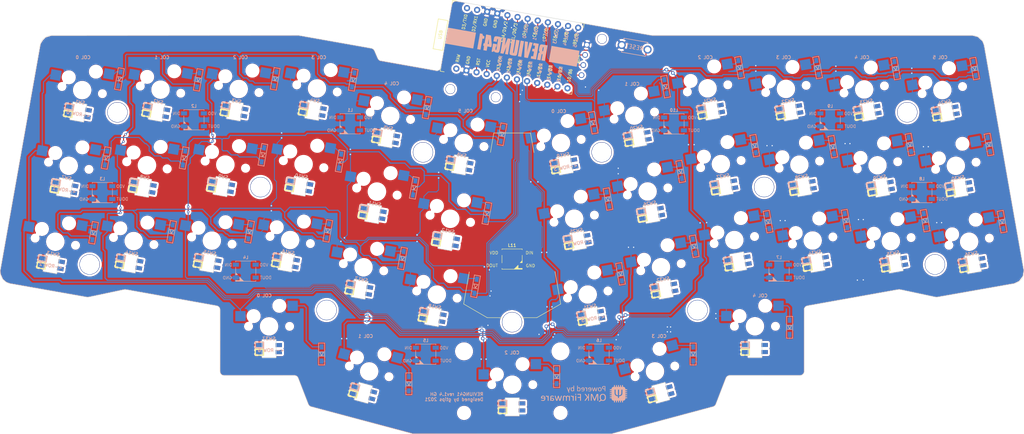
<source format=kicad_pcb>
(kicad_pcb (version 20221018) (generator pcbnew)
  (title_block (title "REVIUNG41") (date "2021-05-31") (rev "1.4"))
  (layers (0 "F.Cu" signal) (31 "B.Cu" signal) (34 "B.Paste" user) (35 "F.Paste" user) (36 "B.SilkS" user "B.Silkscreen") (37 "F.SilkS" user "F.Silkscreen") (38 "B.Mask" user) (39 "F.Mask" user) (44 "Edge.Cuts" user))
  (net 0 "")
  (net 1 "Net-(D1-A)")
  (net 2 "row0")
  (net 3 "Net-(D2-A)")
  (net 4 "Net-(D3-A)")
  (net 5 "Net-(D4-A)")
  (net 6 "Net-(D5-A)")
  (net 7 "Net-(D6-A)")
  (net 8 "row1")
  (net 9 "Net-(D7-A)")
  (net 10 "Net-(D8-A)")
  (net 11 "Net-(D9-A)")
  (net 12 "Net-(D10-A)")
  (net 13 "Net-(D11-A)")
  (net 14 "Net-(D12-A)")
  (net 15 "row2")
  (net 16 "Net-(D13-A)")
  (net 17 "Net-(D14-A)")
  (net 18 "Net-(D15-A)")
  (net 19 "Net-(D16-A)")
  (net 20 "Net-(D17-A)")
  (net 21 "Net-(D18-A)")
  (net 22 "row3")
  (net 23 "Net-(D19-A)")
  (net 24 "Net-(D20-A)")
  (net 25 "Net-(D21-A)")
  (net 26 "Net-(D22-A)")
  (net 27 "Net-(D23-A)")
  (net 28 "Net-(D24-A)")
  (net 29 "row4")
  (net 30 "Net-(D25-A)")
  (net 31 "Net-(D26-A)")
  (net 32 "Net-(D27-A)")
  (net 33 "Net-(D28-A)")
  (net 34 "Net-(D29-A)")
  (net 35 "Net-(D30-A)")
  (net 36 "row5")
  (net 37 "Net-(D31-A)")
  (net 38 "Net-(D32-A)")
  (net 39 "Net-(D33-A)")
  (net 40 "Net-(D34-A)")
  (net 41 "Net-(D35-A)")
  (net 42 "Net-(D36-A)")
  (net 43 "row6")
  (net 44 "Net-(D37-A)")
  (net 45 "Net-(D38-A)")
  (net 46 "Net-(D39-A)")
  (net 47 "Net-(D40-A)")
  (net 48 "Net-(D41-A)")
  (net 49 "LED")
  (net 50 "VCC")
  (net 51 "GND")
  (net 52 "col0")
  (net 53 "col1")
  (net 54 "col2")
  (net 55 "col3")
  (net 56 "col4")
  (net 57 "col5")
  (net 58 "reset")
  (net 59 "SDA")
  (net 60 "SCL")
  (net 61 "Net-(L1-DOUT)")
  (net 62 "Net-(L2-DOUT)")
  (net 63 "Net-(L3-DOUT)")
  (net 64 "Net-(L4-DOUT)")
  (net 65 "Net-(L5-DOUT)")
  (net 66 "Net-(L6-DOUT)")
  (net 67 "Net-(L7-DOUT)")
  (net 68 "Net-(L8-DOUT)")
  (net 69 "Net-(L10-DIN)")
  (net 70 "Net-(L10-DOUT)")
  (net 75 "Net-(D42-DOUT)")
  (net 76 "Net-(D43-DOUT)")
  (net 78 "Net-(D43-DIN)")
  (net 79 "Net-(D44-DOUT)")
  (net 81 "Net-(D45-DIN)")
  (net 82 "Net-(D46-DOUT)")
  (net 83 "Net-(D47-DOUT)")
  (net 85 "Net-(D48-DIN)")
  (net 86 "Net-(D49-DOUT)")
  (net 87 "Net-(D50-DOUT)")
  (net 89 "Net-(D51-DIN)")
  (net 90 "Net-(D52-DOUT)")
  (net 91 "Net-(D53-DOUT)")
  (net 92 "Net-(D54-DOUT)")
  (net 93 "Net-(D54-DIN)")
  (net 95 "Net-(D55-DIN)")
  (net 96 "Net-(D56-DOUT)")
  (net 97 "Net-(D57-DOUT)")
  (net 98 "Net-(D58-DOUT)")
  (net 99 "Net-(D59-DOUT)")
  (net 101 "Net-(D60-DIN)")
  (net 102 "Net-(D61-DOUT)")
  (net 103 "Net-(D62-DOUT)")
  (net 104 "Net-(D63-DOUT)")
  (net 106 "Net-(D64-DIN)")
  (net 107 "Net-(D65-DOUT)")
  (net 108 "Net-(D66-DOUT)")
  (net 110 "Net-(D67-DIN)")
  (net 111 "Net-(D68-DOUT)")
  (net 112 "Net-(D69-DOUT)")
  (net 114 "Net-(D71-DIN)")
  (net 115 "Net-(D72-DOUT)")
  (net 116 "Net-(D73-DOUT)")
  (net 118 "Net-(D74-DIN)")
  (net 119 "Net-(D75-DOUT)")
  (net 120 "Net-(D76-DOUT)")
  (net 122 "Net-(D77-DIN)")
  (net 123 "Net-(D78-DOUT)")
  (net 124 "Net-(D79-DOUT)")
  (net 125 "Net-(D80-DOUT)")
  (net 127 "OUT")
  (footprint "_reviung-kbd:MXOnly-1U-Hotswap" (layer "F.Cu") (at 38.28 72.1 -10)
    (fp_text reference "SW1")
    (fp_text value "SW_PUSH")
  )
  (footprint "_reviung-kbd:MXOnly-1U-Hotswap" (layer "F.Cu") (at 57.67 71.99 -10)
    (fp_text reference "SW2")
    (fp_text value "SW_PUSH")
  )
  (footprint "_reviung-kbd:MXOnly-1U-Hotswap" (layer "F.Cu") (at 77.02 71.83 -10)
    (fp_text reference "SW3")
    (fp_text value "SW_PUSH")
  )
  (footprint "_reviung-kbd:MXOnly-1U-Hotswap" (layer "F.Cu") (at 96.39 71.69 -10)
    (fp_text reference "SW4")
    (fp_text value "SW_PUSH")
  )
  (footprint "_reviung-kbd:MXOnly-1U-Hotswap" (layer "F.Cu") (at 114.54 78.48 -10)
    (fp_text reference "SW5")
    (fp_text value "SW_PUSH")
  )
  (footprint "_reviung-kbd:MXOnly-1U-Hotswap" (layer "F.Cu") (at 132.71 85.19 -10)
    (fp_text reference "SW6")
    (fp_text value "SW_PUSH")
  )
  (footprint "_reviung-kbd:MXOnly-1U-Hotswap" (layer "F.Cu") (at 34.95 90.83 -10)
    (fp_text reference "SW7")
    (fp_text value "SW_PUSH")
  )
  (footprint "_reviung-kbd:MXOnly-1U-Hotswap" (layer "F.Cu") (at 54.31 90.71 -10)
    (fp_text reference "SW8")
    (fp_text value "SW_PUSH")
  )
  (footprint "_reviung-kbd:MXOnly-1U-Hotswap" (layer "F.Cu") (at 73.71 90.55 -10)
    (fp_text reference "SW9")
    (fp_text value "SW_PUSH")
  )
  (footprint "_reviung-kbd:MXOnly-1U-Hotswap" (layer "F.Cu") (at 93.07 90.44 -10)
    (fp_text reference "SW10")
    (fp_text value "SW_PUSH")
  )
  (footprint "_reviung-kbd:MXOnly-1U-Hotswap" (layer "F.Cu") (at 111.22 97.22 -10)
    (fp_text reference "SW11")
    (fp_text value "SW_PUSH")
  )
  (footprint "_reviung-kbd:MXOnly-1U-Hotswap" (layer "F.Cu") (at 129.37 103.94 -10)
    (fp_text reference "SW12")
    (fp_text value "SW_PUSH")
  )
  (footprint "_reviung-kbd:MXOnly-1U-Hotswap" (layer "F.Cu") (at 31.63 109.62 -10)
    (fp_text reference "SW13")
    (fp_text value "SW_PUSH")
  )
  (footprint "_reviung-kbd:MXOnly-1U-Hotswap" (layer "F.Cu") (at 51.03 109.46 -10)
    (fp_text reference "SW14")
    (fp_text value "SW_PUSH")
  )
  (footprint "_reviung-kbd:MXOnly-1U-Hotswap" (layer "F.Cu") (at 70.37 109.35 -10)
    (fp_text reference "SW15")
    (fp_text value "SW_PUSH")
  )
  (footprint "_reviung-kbd:MXOnly-1U-Hotswap" (layer "F.Cu") (at 89.75462 109.198371 -10)
    (fp_text reference "SW16")
    (fp_text value "SW_PUSH")
  )
  (footprint "_reviung-kbd:MXOnly-1U-Hotswap" (layer "F.Cu") (at 107.91 115.95 -10)
    (fp_text reference "SW17")
    (fp_text value "SW_PUSH")
  )
  (footprint "_reviung-kbd:MXOnly-1U-Hotswap" (layer "F.Cu") (at 126.06 122.71 -10)
    (fp_text reference "SW18")
    (fp_text value "SW_PUSH")
  )
  (footprint "_reviung-kbd:MXOnly-1U-Hotswap" (layer "F.Cu") (at 156.77 85.19 10)
    (fp_text reference "SW19")
    (fp_text value "SW_PUSH")
  )
  (footprint "_reviung-kbd:MXOnly-1U-Hotswap" (layer "F.Cu") (at 174.92 78.41 10)
    (fp_text reference "SW20")
    (fp_text value "SW_PUSH")
  )
  (footprint "_reviung-kbd:MXOnly-1U-Hotswap" (layer "F.Cu") (at 193.05 71.67 10)
    (fp_text reference "SW21")
    (fp_text value "SW_PUSH")
  )
  (footprint "_reviung-kbd:MXOnly-1U-Hotswap" (layer "F.Cu") (at 212.44 71.81 10)
    (fp_text reference "SW22")
    (fp_text value "SW_PUSH")
  )
  (footprint "_reviung-kbd:MXOnly-1U-Hotswap" (layer "F.Cu") (at 231.81 71.94 10)
    (fp_text reference "SW23")
    (fp_text value "SW_PUSH")
  )
  (footprint "_reviung-kbd:MXOnly-1U-Hotswap" (layer "F.Cu") (at 251.15 72.1 10)
    (fp_text reference "SW24")
    (fp_text value "SW_PUSH")
  )
  (footprint "_reviung-kbd:MXOnly-1U-Hotswap" (layer "F.Cu") (at 160.04 103.92 10)
    (fp_text reference "SW25")
    (fp_text value "SW_PUSH")
  )
  (footprint "_reviung-kbd:MXOnly-1U-Hotswap" (layer "F.Cu") (at 178.21 97.18 10)
    (fp_text reference "SW26")
    (fp_text value "SW_PUSH")
  )
  (footprint "_reviung-kbd:MXOnly-1U-Hotswap" (layer "F.Cu") (at 196.34 90.41 10)
    (fp_text reference "SW27")
    (fp_text value "SW_PUSH")
  )
  (footprint "_reviung-kbd:MXOnly-1U-Hotswap" (layer "F.Cu") (at 215.77 90.55 10)
    (fp_text reference "SW28")
    (fp_text value "SW_PUSH")
  )
  (footprint "_reviung-kbd:MXOnly-1U-Hotswap" (layer "F.Cu") (at 235.1 90.71 10)
    (fp_text reference "SW29")
    (fp_text value "SW_PUSH")
  )
  (footprint "_reviung-kbd:MXOnly-1U-Hotswap" (layer "F.Cu") (at 254.49 90.83 10)
    (fp_text reference "SW30")
    (fp_text value "SW_PUSH")
  )
  (footprint "_reviung-kbd:MXOnly-1U-Hotswap" (layer "F.Cu") (at 163.39 122.69 10)
    (fp_text reference "SW31")
    (fp_text value "SW_PUSH")
  )
  (footprint "_reviung-kbd:MXOnly-1U-Hotswap" (layer "F.Cu") (at 181.52 115.93 10)
    (fp_text reference "SW32")
    (fp_text value "SW_PUSH")
  )
  (footprint "_reviung-kbd:MXOnly-1U-Hotswap" (layer "F.Cu") (at 199.67 109.21 10)
    (fp_text reference "SW33" hide)
    (fp_text value "SW_PUSH" hide)
  )
  (footprint "_reviung-kbd:MXOnly-1U-Hotswap" (layer "F.Cu") (at 219.06 109.32 10)
    (fp_text reference "SW34")
    (fp_text value "SW_PUSH")
  )
  (footprint "_reviung-kbd:MXOnly-1U-Hotswap" (layer "F.Cu") (at 238.41 109.48 10)
    (fp_text reference "SW35")
    (fp_text value "SW_PUSH")
  )
  (footprint "_reviung-kbd:MXOnly-1U-Hotswap" (layer "F.Cu") (at 257.78 109.62 10)
    (fp_text reference "SW36")
    (fp_text value "SW_PUSH")
  )
  (footprint "_reviung-kbd:MXOnly-1U-Hotswap" (layer "F.Cu") (at 84.53 130.57)
    (fp_text reference "SW37")
    (fp_text value "SW_PUSH")
  )
  (footprint "_reviung-kbd:MXOnly-1U-Hotswap" (layer "F.Cu") (at 109.302261 141.714882 -15)
    (fp_text reference "SW38" hide)
    (fp_text value "SW_PUSH" hide)
  )
  (footprint "_reviung-kbd:MXOnly-2U-Hotswap-ReversedStabilizers" (layer "F.Cu") (at 144.72 145)
    (fp_text reference "SW39" hide)
    (fp_text value "SW_2U_PUSH" hide)
  )
  (footprint "_reviung-kbd:MXOnly-1U-Hotswap" (layer "F.Cu") (at 180.03 141.71 15)
    (fp_text reference "SW40" hide)
    (fp_text value "SW_PUSH" hide)
  )
  (footprint "_reviung-kbd:MXOnly-1U-Hotswap" (layer "F.Cu") (at 204.77 130.55)
    (fp_text reference "SW41" hide)
    (fp_text value "SW_PUSH" hide)
  )
  (footprint "_reviung-kbd:ProMicro" (layer "F.Cu") (at 146.45 61.82 80)
    (fp_text reference "U1" hide)
    (fp_text value "ProMicro" hide)
  )
  (footprint "_reviung-kbd:LED_WS2812B_PLCC4_5.0x5.0mm_P3.2mm" (layer "F.Cu") (at 144.67 113.92)
    (fp_text reference "L11")
    (fp_text value "WS2812B")
  )
  (footprint "_reviung-kbd:HOLE" (layer "F.Cu") (at 47.01 77.59)
    (fp_text reference "H1")
    (fp_text value "H1")
  )
  (footprint "_reviung-kbd:HOLE" (layer "F.Cu") (at 40.13 115.24)
    (fp_text reference "H2")
    (fp_text value "H2")
  )
  (footprint "_reviung-kbd:HOLE" (layer "F.Cu") (at 82.4 96.1)
    (fp_text reference "H3")
    (fp_text value "H3")
  )
  (footprint "_reviung-kbd:HOLE" (layer "F.Cu") (at 98.77 126.53)
    (fp_text reference "H4")
    (fp_text value "H4")
  )
  (footprint "_reviung-kbd:HOLE" (layer "F.Cu") (at 144.66 129.53)
    (fp_text reference "H6")
    (fp_text value "H6")
  )
  (footprint "_reviung-kbd:HOLE" (layer "F.Cu") (at 190.56 126.53)
    (fp_text reference "H8")
    (fp_text value "H8")
  )
  (footprint "_reviung-kbd:HOLE" (layer "F.Cu") (at 207.05 96.09)
    (fp_text reference "H9")
    (fp_text value "H9")
  )
  (footprint "_reviung-kbd:HOLE" (layer "F.Cu") (at 249.32 115.24)
    (fp_text reference "H10")
    (fp_text value "H10")
  )
  (footprint "_reviung-kbd:HOLE" (layer "F.Cu") (at 242.47 77.58)
    (fp_text reference "H11")
    (fp_text value "H11")
  )
  (footprint "_reviung-kbd:HOLE" (layer "F.Cu") (at 166.84 87.48)
    (fp_text reference "H7")
    (fp_text value "H7")
  )
  (footprint "_reviung-kbd:HOLE" (layer "F.Cu") (at 122.62 87.48)
    (fp_text reference "H5")
    (fp_text value "H5")
  )
  (footprint "_reviung-kbd:HOLE_2.2mm" (layer "F.Cu") (at 166.93 59.42)
    (fp_text reference "H14")
    (fp_text value "H14")
  )
  (footprint "_reviung-kbd:HOLE_2.2mm" (layer "F.Cu") (at 140.63 73.86)
    (fp_text reference "H13")
    (fp_text value "H13")
  )
  (footprint "_reviung-kbd:HOLE_2.2mm" (layer "F.Cu") (at 129.39 71.86)
    (fp_text reference "H12")
    (fp_text value "H12")
  )
  (footprint "klor:SK6812MINI_and_cherry" (layer "F.Cu") (at 126.06 122.71 -10)
    (fp_text reference "D61" hide)
    (fp_text value "LED_sk2812_SM" hide)
    (fp_rect (start 1.75 7.75) (end -1.75 3.25) (stroke (width 0.12)) (fill none) (layer "Edge.Cuts"))
  )
  (footprint "klor:SK6812MINI_and_cherry" (layer "F.Cu") (at 174.92 78.41 10)
    (fp_text reference "D68" hide)
    (fp_text value "LED_sk2812_SM" hide)
    (fp_rect (start 1.75 7.75) (end -1.75 3.25) (stroke (width 0.12)) (fill none) (layer "Edge.Cuts"))
  )
  (footprint "klor:SK6812MINI_and_cherry" (layer "F.Cu") (at 199.67 109.21 10)
    (fp_text reference "D73" hide)
    (fp_text value "LED_sk2812_SM" hide)
    (fp_rect (start 1.75 7.75) (end -1.75 3.25) (stroke (width 0.12)) (fill none) (layer "Edge.Cuts"))
  )
  (footprint "klor:SK6812MINI_and_cherry" (layer "F.Cu") (at 107.91 115.95 -10)
    (fp_text reference "D57" hide)
    (fp_text value "LED_sk2812_SM" hide)
    (fp_rect (start 1.75 7.75) (end -1.75 3.25) (stroke (width 0.12)) (fill none) (layer "Edge.Cuts"))
  )
  (footprint "klor:SK6812MINI_and_cherry" (layer "F.Cu") (at 38.28 72.1 -10)
    (fp_text reference "D42" hide)
    (fp_text value "LED_sk2812_SM" hide)
    (fp_rect (start 1.75 7.75) (end -1.75 3.25) (stroke (width 0.12)) (fill none) (layer "Edge.Cuts"))
  )
  (footprint "klor:SK6812MINI_and_cherry" (layer "F.Cu") (at 73.71 90.55 -10)
    (fp_text reference "D48" hide)
    (fp_text value "LED_sk2812_SM" hide)
    (fp_rect (start 1.75 7.75) (end -1.75 3.25) (stroke (width 0.12)) (fill none) (layer "Edge.Cuts"))
  )
  (footprint "klor:SK6812MINI_and_cherry" (layer "F.Cu") (at 51.03 109.46 -10)
    (fp_text reference "D47" hide)
    (fp_text value "LED_sk2812_SM" hide)
    (fp_rect (start 1.75 7.75) (end -1.75 3.25) (stroke (width 0.12)) (fill none) (layer "Edge.Cuts"))
  )
  (footprint "klor:SK6812MINI_and_cherry" (layer "F.Cu") (at 93.07 90.44 -10)
    (fp_text reference "D51" hide)
    (fp_text value "LED_sk2812_SM" hide)
    (fp_rect (start 1.75 7.75) (end -1.75 3.25) (stroke (width 0.12)) (fill none) (layer "Edge.Cuts"))
  )
  (footprint "klor:SK6812MINI_and_cherry" (layer "F.Cu") (at 254.49 90.83 10)
    (fp_text reference "D81" hide)
    (fp_text value "LED_sk2812_SM" hide)
    (fp_rect (start 1.75 7.75) (end -1.75 3.25) (stroke (width 0.12)) (fill none) (layer "Edge.Cuts"))
  )
  (footprint "klor:SK6812MINI_and_cherry" (layer "F.Cu") (at 178.21 97.18 10)
    (fp_text reference "D67" hide)
    (fp_text value "LED_sk2812_SM" hide)
    (fp_rect (start 1.75 7.75) (end -1.75 3.25) (stroke (width 0.12)) (fill none) (layer "Edge.Cuts"))
  )
  (footprint "klor:SK6812MINI_and_cherry" (layer "F.Cu") (at 204.77 130.55)
    (fp_text reference "D54" hide)
    (fp_text value "LED_sk2812_SM" hide)
    (fp_rect (start 1.75 7.75) (end -1.75 3.25) (stroke (width 0.12)) (fill none) (layer "Edge.Cuts"))
  )
  (footprint "klor:SK6812MINI_and_cherry" (layer "F.Cu") (at 257.78 109.62 10)
    (fp_text reference "D82" hide)
    (fp_text value "LED_sk2812_SM" hide)
    (fp_rect (start 1.75 7.75) (end -1.75 3.25) (stroke (width 0.12)) (fill none) (layer "Edge.Cuts"))
  )
  (footprint "klor:SK6812MINI_and_cherry" (layer "F.Cu") (at 238.41 109.48 10)
    (fp_text reference "D79" hide)
    (fp_text value "LED_sk2812_SM" hide)
    (fp_rect (start 1.75 7.75) (end -1.75 3.25) (stroke (width 0.12)) (fill none) (layer "Edge.Cuts"))
  )
  (footprint "klor:SK6812MINI_and_cherry" (layer "F.Cu") (at 212.44 71.81 10)
    (fp_text reference "D75" hide)
    (fp_text value "LED_sk2812_SM" hide)
    (fp_rect (start 1.75 7.75) (end -1.75 3.25) (stroke (width 0.12)) (fill none) (layer "Edge.Cuts"))
  )
  (footprint "klor:SK6812MINI_and_cherry" (layer "F.Cu") (at 70.37 109.35 -10)
    (fp_text reference "D50" hide)
    (fp_text value "LED_sk2812_SM" hide)
    (fp_rect (start 1.75 7.75) (end -1.75 3.25) (stroke (width 0.12)) (fill none) (layer "Edge.Cuts"))
  )
  (footprint "klor:SK6812MINI_and_cherry" (layer "F.Cu") (at 193.05 71.67 10)
    (fp_text reference "D72" hide)
    (fp_text value "LED_sk2812_SM" hide)
    (fp_rect (start 1.75 7.75) (end -1.75 3.25) (stroke (width 0.12)) (fill none) (layer "Edge.Cuts"))
  )
  (footprint "klor:SK6812MINI_and_cherry" (layer "F.Cu") (at 160.04 103.92 10)
    (fp_text reference "D64" hide)
    (fp_text value "LED_sk2812_SM" hide)
    (fp_rect (start 1.75 7.75) (end -1.75 3.25) (stroke (width 0.12)) (fill none) (layer "Edge.Cuts"))
  )
  (footprint "klor:SK6812MINI_and_cherry" (layer "F.Cu") (at 219.06 109.32 10)
    (fp_text reference "D76" hide)
    (fp_text value "LED_sk2812_SM" hide)
    (fp_rect (start 1.75 7.75) (end -1.75 3.25) (stroke (width 0.12)) (fill none) (layer "Edge.Cuts"))
  )
  (footprint "klor:SK6812MINI_and_cherry" (layer "F.Cu") (at 235.1 90.71 10)
    (fp_text reference "D77" hide)
    (fp_text value "LED_sk2812_SM" hide)
    (fp_rect (start 1.75 7.75) (end -1.75 3.25) (stroke (width 0.12)) (fill none) (layer "Edge.Cuts"))
  )
  (footprint "klor:SK6812MINI_and_cherry" (layer "F.Cu") (at 231.81 71.94 10)
    (fp_text reference "D78" hide)
    (fp_text value "LED_sk2812_SM" hide)
    (fp_rect (start 1.75 7.75) (end -1.75 3.25) (stroke (width 0.12)) (fill none) (layer "Edge.Cuts"))
  )
  (footprint "klor:SK6812MINI_and_cherry" (layer "F.Cu") (at 54.31 90.71 -10)
    (fp_text reference "D45" hide)
    (fp_text value "LED_sk2812_SM" hide)
    (fp_rect (start 1.75 7.75) (end -1.75 3.25) (stroke (width 0.12)) (fill none) (layer "Edge.Cuts"))
  )
  (footprint "kbd:OLED" (layer "F.Cu") (at 162.5116 64.647882 80)
    (fp_text reference "J1")
    (fp_text value "OLED-Lily58-cache" hide)
  )
  (footprint "klor:SK6812MINI_and_cherry" (layer "F.Cu") (at 144.72 145)
    (fp_text reference "D62" hide)
    (fp_text value "LED_sk2812_SM" hide)
    (fp_rect (start 1.75 7.75) (end -1.75 3.25) (stroke (width 0.12)) (fill none) (layer "Edge.Cuts"))
  )
  (footprint "klor:SK6812MINI_and_cherry" (layer "F.Cu") (at 132.71 85.19 -10)
    (fp_text reference "D59" hide)
    (fp_text value "LED_sk2812_SM" hide)
    (fp_rect (start 1.75 7.75) (end -1.75 3.25) (stroke (width 0.12)) (fill none) (layer "Edge.Cuts"))
  )
  (footprint "klor:SK6812MINI_and_cherry" (layer "F.Cu") (at 89.75462 109.198371 -10)
    (fp_text reference "D53" hide)
    (fp_text value "LED_sk2812_SM" hide)
    (fp_rect (start 1.75 7.75) (end -1.75 3.25) (stroke (width 0.12)) (fill none) (layer "Edge.Cuts"))
  )
  (footprint "klor:SK6812MINI_and_cherry" (layer "F.Cu") (at 196.34 90.41 10)
    (fp_text reference "D71" hide)
    (fp_text value "LED_sk2812_SM" hide)
    (fp_rect (start 1.75 7.75) (end -1.75 3.25) (stroke (width 0.12)) (fill none) (layer "Edge.Cuts"))
  )
  (footprint "klor:SK6812MINI_and_cherry" (layer "F.Cu") (at 163.39 122.69 10)
    (fp_text reference "D65" hide)
    (fp_text value "LED_sk2812_SM" hide)
    (fp_rect (start 1.75 7.75) (end -1.75 3.25) (stroke (width 0.12)) (fill none) (layer "Edge.Cuts"))
  )
  (footprint "klor:SK6812MINI_and_cherry" (layer "F.Cu") (at 31.63 109.62 -10)
    (fp_text reference "D44" hide)
    (fp_text value "LED_sk2812_SM" hide)
    (fp_rect (start 1.75 7.75) (end -1.75 3.25) (stroke (width 0.12)) (fill none) (layer "Edge.Cuts"))
  )
  (footprint "klor:SK6812MINI_and_cherry" (layer "F.Cu") (at 114.54 78.48 -10)
    (fp_text reference "D56" hide)
    (fp_text value "LED_sk2812_SM" hide)
    (fp_rect (start 1.75 7.75) (end -1.75 3.25) (stroke (width 0.12)) (fill none) (layer "Edge.Cuts"))
  )
  (footprint "klor:SK6812MINI_and_cherry" (layer "F.Cu") (at 111.22 97.22 -10)
    (fp_text reference "D55" hide)
    (fp_text value "LED_sk2812_SM" hide)
    (fp_rect (start 1.75 7.75) (end -1.75 3.25) (stroke (width 0.12)) (fill none) (layer "Edge.Cuts"))
  )
  (footprint "klor:SK6812MINI_and_cherry" (layer "F.Cu") (at 109.302261 141.714882 -15)
    (fp_text reference "D66" hide)
    (fp_text value "LED_sk2812_SM" hide)
    (fp_rect (start 1.75 7.75) (end -1.75 3.25) (stroke (width 0.12)) (fill none) (layer "Edge.Cuts"))
  )
  (footprint "klor:SK6812MINI_and_cherry" (layer "F.Cu") (at 215.77 90.55 10)
    (fp_text reference "D74" hide)
    (fp_text value "LED_sk2812_SM" hide)
    (fp_rect (start 1.75 7.75) (end -1.75 3.25) (stroke (width 0.12)) (fill none) (layer "Edge.Cuts"))
  )
  (footprint "klor:SK6812MINI_and_cherry" (layer "F.Cu") (at 77.02 71.83 -10)
    (fp_text reference "D49" hide)
    (fp_text value "LED_sk2812_SM" hide)
    (fp_rect (start 1.75 7.75) (end -1.75 3.25) (stroke (width 0.12)) (fill none) (layer "Edge.Cuts"))
  )
  (footprint "klor:SK6812MINI_and_cherry" (layer "F.Cu") (at 96.39 71.69 -10)
    (fp_text reference "D52" hide)
    (fp_text value "LED_sk2812_SM" hide)
    (fp_rect (start 1.75 7.75) (end -1.75 3.25) (stroke (width 0.12)) (fill none) (layer "Edge.Cuts"))
  )
  (footprint "klor:SK6812MINI_and_cherry" (layer "F.Cu") (at 180.03 141.71 15)
    (fp_text reference "D58" hide)
    (fp_text value "LED_sk2812_SM" hide)
    (fp_rect (start 1.75 7.75) (end -1.75 3.25) (stroke (width 0.12)) (fill none) (layer "Edge.Cuts"))
  )
  (footprint "klor:SK6812MINI_and_cherry" (layer "F.Cu") (at 181.52 115.93 10)
    (fp_text reference "D69" hide)
    (fp_text value "LED_sk2812_SM" hide)
    (fp_rect (start 1.75 7.75) (end -1.75 3.25) (stroke (width 0.12)) (fill none) (layer "Edge.Cuts"))
  )
  (footprint "klor:SK6812MINI_and_cherry" (layer "F.Cu") (at 57.67 71.99 -10)
    (fp_text reference "D46" hide)
    (fp_text value "LED_sk2812_SM" hide)
    (fp_rect (start 1.75 7.75) (end -1.75 3.25) (stroke (width 0.12)) (fill none) (layer "Edge.Cuts"))
  )
  (footprint "klor:SK6812MINI_and_cherry" (layer "F.Cu") (at 129.37 103.94 -10)
    (fp_text reference "D60" hide)
    (fp_text value "LED_sk2812_SM" hide)
    (fp_rect (start 1.75 7.75) (end -1.75 3.25) (stroke (width 0.12)) (fill none) (layer "Edge.Cuts"))
  )
  (footprint "klor:SK6812MINI_and_cherry" (layer "F.Cu") (at 34.95 90.83 -10)
    (fp_text reference "D43" hide)
    (fp_text value "LED_sk2812_SM" hide)
    (fp_rect (start 1.75 7.75) (end -1.75 3.25) (stroke (width 0.12)) (fill none) (layer "Edge.Cuts"))
  )
  (footprint "klor:SK6812MINI_and_cherry" (layer "F.Cu") (at 156.77 85.19 10)
    (fp_text reference "D63" hide)
    (fp_text value "LED_sk2812_SM" hide)
    (fp_rect (start 1.75 7.75) (end -1.75 3.25) (stroke (width 0.12)) (fill none) (layer "Edge.Cuts"))
  )
  (footprint "klor:SK6812MINI_and_cherry" (layer "F.Cu") (at 251.15 72.1 10)
    (fp_text reference "D80" hide)
    (fp_text value "LED_sk2812_SM" hide)
    (fp_rect (start 1.75 7.75) (end -1.75 3.25) (stroke (width 0.12)) (fill none) (layer "Edge.Cuts"))
  )
  (footprint "klor:SK6812MINI_and_cherry" (layer "F.Cu") (at 84.53 130.57)
    (fp_text reference "D70" hide)
    (fp_text value "LED_sk2812_SM" hide)
    (fp_rect (start 1.75 7.75) (end -1.75 3.25) (stroke (width 0.12)) (fill none) (layer "Edge.Cuts"))
  )
  (footprint "_reviung-kbd:D3_SMD_1side" (layer "B.Cu") (at 47.498 69.342 80)
    (fp_text reference "D1" hide)
    (fp_text value "1N4148W" hide)
  )
  (footprint "_reviung-kbd:D3_SMD_1side" (layer "B.Cu") (at 67.001774 69.566034 80)
    (fp_text reference "D2" hide)
    (fp_text value "1N4148W" hide)
  )
  (footprint "_reviung-kbd:D3_SMD_1side" (layer "B.Cu") (at 86.051774 69.312034 80)
    (fp_text reference "D3" hide)
    (fp_text value "1N4148W" hide)
  )
  (footprint "_reviung-kbd:D3_SMD_1side" (layer "B.Cu") (at 105.355774 69.566034 80)
    (fp_text reference "D4" hide)
    (fp_text value "1N4148W" hide)
  )
  (footprint "_reviung-kbd:D3_SMD_1side" (layer "B.Cu") (at 123.643774 76.424034 80)
    (fp_text reference "D5" hide)
    (fp_text value "1N4148W" hide)
  )
  (footprint "_reviung-kbd:D3_SMD_1side" (layer "B.Cu") (at 142.185774 83.028034 80)
    (fp_text reference "D6" hide)
    (fp_text value "1N4148W" hide)
  )
  (footprint "_reviung-kbd:D3_SMD_1side" (layer "B.Cu") (at 44.196 88.9 80)
    (fp_text reference "D7" hide)
    (fp_text value "1N4148W" hide)
  )
  (footprint "_reviung-kbd:D3_SMD_1side" (layer "B.Cu") (at 63.5 88.9 80)
    (fp_text reference "D8" hide)
    (fp_text value "1N4148W" hide)
  )
  (footprint "_reviung-kbd:D3_SMD_1side" (layer "B.Cu") (at 83.003772 88.108033 80)
    (fp_text reference "D9" hide)
    (fp_text value "1N4148W" hide)
  )
  (footprint "_reviung-kbd:D3_SMD_1side" (layer "B.Cu") (at 102.108 89.662 80)
    (fp_text reference "D10" hide)
    (fp_text value "1N4148W" hide)
  )
  (footprint "_reviung-kbd:D3_SMD_1side" (layer "B.Cu") (at 120.450226 96.295966 80)
    (fp_text reference "D11" hide)
    (fp_text value "1N4148W" hide)
  )
  (footprint "_reviung-kbd:D3_SMD_1side" (layer "B.Cu") (at 138.43 102.616 80)
    (fp_text reference "D12" hide)
    (fp_text value "1N4148W" hide)
  )
  (footprint "_reviung-kbd:D3_SMD_1side" (layer "B.Cu") (at 41.093775 107.412034 80)
    (fp_text reference "D13" hide)
    (fp_text value "1N4148W" hide)
  )
  (footprint "_reviung-kbd:D3_SMD_1side" (layer "B.Cu") (at 60.397774 107.158034 80)
    (fp_text reference "D14" hide)
    (fp_text value "1N4148W" hide)
  )
  (footprint "_reviung-kbd:D3_SMD_1side" (layer "B.Cu") (at 79.701774 107.158034 80)
    (fp_text reference "D15" hide)
    (fp_text value "1N4148W" hide)
  )
  (footprint "_reviung-kbd:D3_SMD_1side" (layer "B.Cu") (at 99.06 106.934 80)
    (fp_text reference "D16" hide)
    (fp_text value "1N4148W" hide)
  )
  (footprint "_reviung-kbd:D3_SMD_1side" (layer "B.Cu") (at 117.547774 113.762034 80)
    (fp_text reference "D17" hide)
    (fp_text value "1N4148W" hide)
  )
  (footprint "_reviung-kbd:D3_SMD_1side" (layer "B.Cu") (at 135.636 120.65 80)
    (fp_text reference "D18" hide)
    (fp_text value "1N4148W" hide)
  )
  (footprint "_reviung-kbd:D3_SMD_1side" (layer "B.Cu") (at 164.741776 80.171966 100)
    (fp_text reference "D19" hide)
    (fp_text value "1N4148W" hide)
  )
  (footprint "_reviung-kbd:D3_SMD_1side" (layer "B.Cu") (at 182.66 71.25 100)
    (fp_text reference "D20" hide)
    (fp_text value "1N4148W" hide)
  )
  (footprint "_reviung-kbd:D3_SMD_1side" (layer "B.Cu") (at 200.968226 66.518034 100)
    (fp_text reference "D21" hide)
    (fp_text value "1N4148W" hide)
  )
  (footprint "_reviung-kbd:D3_SMD_1side" (layer "B.Cu") (at 220.272226 66.518034 100)
    (fp_text reference "D22" hide)
    (fp_text value "1N4148W" hide)
  )
  (footprint "_reviung-kbd:D3_SMD_1side" (layer "B.Cu") (at 239.576226 66.772034 100)
    (fp_text reference "D23" hide)
    (fp_text value "1N4148W" hide)
  )
  (footprint "_reviung-kbd:D3_SMD_1side" (layer "B.Cu") (at 259.134226 66.772034 100)
    (fp_text reference "D24" hide)
    (fp_text value "1N4148W" hide)
  )
  (footprint "_reviung-kbd:D3_SMD_1side" (layer "B.Cu") (at 168.402 99.06 100)
    (fp_text reference "D25" hide)
    (fp_text value "1N4148W" hide)
  )
  (footprint "_reviung-kbd:D3_SMD_1side" (layer "B.Cu") (at 186.381774 92.231966 100)
    (fp_text reference "D26" hide)
    (fp_text value "1N4148W" hide)
  )
  (footprint "_reviung-kbd:D3_SMD_1side" (layer "B.Cu") (at 204.724 85.852 100)
    (fp_text reference "D27" hide)
    (fp_text value "1N4148W" hide)
  )
  (footprint "_reviung-kbd:D3_SMD_1side" (layer "B.Cu") (at 224.05 86.106 100)
    (fp_text reference "D28" hide)
    (fp_text value "1N4148W" hide)
  )
  (footprint "_reviung-kbd:D3_SMD_1side" (layer "B.Cu") (at 243.132226 85.568034 100)
    (fp_text reference "D29" hide)
    (fp_text value "1N4148W" hide)
  )
  (footprint "_reviung-kbd:D3_SMD_1side" (layer "B.Cu") (at 262.690226 85.568034 100)
    (fp_text reference "D30" hide)
    (fp_text value "1N4148W" hide)
  )
  (footprint "_reviung-kbd:D3_SMD_1side" (layer "B.Cu") (at 171.504226 117.572034 100)
    (fp_text reference "D31" hide)
    (fp_text value "1N4148W" hide)
  )
  (footprint "_reviung-kbd:D3_SMD_1side" (layer "B.Cu") (at 189.738 110.744 100)
    (fp_text reference "D32" hide)
    (fp_text value "1N4148W" hide)
  )
  (footprint "_reviung-kbd:D3_SMD_1side" (layer "B.Cu") (at 208.026 104.648 100)
    (fp_text reference "D33" hide)
    (fp_text value "1N4148W" hide)
  )
  (footprint "_reviung-kbd:D3_SMD_1side" (layer "B.Cu") (at 227.33 104.394 100)
    (fp_text reference "D34" hide)
    (fp_text value "1N4148W" hide)
  )
  (footprint "_reviung-kbd:D3_SMD_1side" (layer "B.Cu") (at 246.888 104.394 100)
    (fp_text reference "D35" hide)
    (fp_text value "1N4148W" hide)
  )
  (footprint "_reviung-kbd:D3_SMD_1side" (layer "B.Cu") (at 265.938 104.648 100)
    (fp_text reference "D36" hide)
    (fp_text value "1N4148W" hide)
  )
  (footprint "_reviung-kbd:D3_SMD_1side" (layer "B.Cu") (at 97.535999 137.410999 90)
    (fp_text reference "D37" hide)
    (fp_text value "1N4148W" hide)
  )
  (footprint "_reviung-kbd:D3_SMD_1side" (layer "B.Cu") (at 119.125998 144.777 90)
    (fp_text reference "D38" hide)
    (fp_text value "1N4148W" hide)
  )
  (footprint "_reviung-kbd:D3_SMD_1side" (layer "B.Cu") (at 155.702 143.002 90)
    (fp_text reference "D39" hide)
    (fp_text value "1N4148W" hide)
  )
  (footprint "_reviung-kbd:D3_SMD_1side" (layer "B.Cu") (at 189.484 137.411 90)
    (fp_text reference "D40" hide)
    (fp_text value "1N4148W" hide)
  )
  (footprint "_reviung-kbd:D3_SMD_1side" (layer "B.Cu") (at 213.359999 130.806999 90)
    (fp_text reference "D41" hide)
    (fp_text value "1N4148W" hide)
  )
  (footprint "_reviung-kbd:ResetSW_1side" (layer "B.Cu") (at 175 61.5 -10)
    (fp_text reference "RESET1" hide)
    (fp_text value "SW_PUSH" hide)
  )
  (footprint "_reviung-kbd:LED_WS2812B_PLCC4_5.0x5.0mm_P3.2mm" (layer "B.Cu") (at 104.59 80.44 180)
    (fp_text reference "L1")
    (fp_text value "WS2812B")
  )
  (footprint "_reviung-kbd:LED_WS2812B_PLCC4_5.0x5.0mm_P3.2mm" (layer "B.Cu") (at 65.94 79.45 180)
    (fp_text reference "L2")
    (fp_text value "WS2812B")
  )
  (footprint "_reviung-kbd:LED_WS2812B_PLCC4_5.0x5.0mm_P3.2mm" (layer "B.Cu") (at 43.27 97.47 180)
    (fp_text reference "L3")
    (fp_text value "WS2812B")
  )
  (footprint "_reviung-kbd:LED_WS2812B_PLCC4_5.0x5.0mm_P3.2mm" (layer "B.Cu") (at 78.76 116.91 180)
    (fp_text reference "L4")
    (fp_text value "WS2812B")
  )
  (footprint "_reviung-kbd:LED_WS2812B_PLCC4_5.0x5.0mm_P3.2mm" (layer "B.Cu") (at 123.31 137.46 180)
    (fp_text reference "L5")
    (fp_text value "WS2812B")
  )
  (footprint "_reviung-kbd:LED_WS2812B_PLCC4_5.0x5.0mm_P3.2mm" (layer "B.Cu") (at 166.19 137.44 180)
    (fp_text reference "L6")
    (fp_text value "WS2812B")
  )
  (footprint "_reviung-kbd:LED_WS2812B_PLCC4_5.0x5.0mm_P3.2mm" (layer "B.Cu") (at 210.74 116.91 180)
    (fp_text reference "L7")
    (fp_text value "WS2812B")
  )
  (footprint "_reviung-kbd:LED_WS2812B_PLCC4_5.0x5.0mm_P3.2mm" (layer "B.Cu") (at 246.09 97.46 180)
    (fp_text reference "L8")
    (fp_text value "WS2812B")
  )
  (footprint "_reviung-kbd:LED_WS2812B_PLCC4_5.0x5.0mm_P3.2mm" (layer "B.Cu") (at 223.4 79.47 180)
    (fp_text reference "L9")
    (fp_text value "WS2812B")
  )
  (footprint "_reviung-kbd:LED_WS2812B_PLCC4_5.0x5.0mm_P3.2mm" (layer "B.Cu") (at 184.74 80.47 180)
    (fp_text reference "L10")
    (fp_text value "WS2812B")
  )
  (footprint "_reviung-kbd:reviung41-bsilk-center-x4-ver1" (layer "B.Cu") (at 144.74 61.49 170)
    (fp_text reference "G***" hide)
    (fp_text value "LOGO" hide)
  )
  (footprint "_reviung-kbd:QMK-x4-ver1" (layer "B.Cu") (at 162.5 147.25 180)
    (fp_text reference "G***" hide)
    (fp_text value "LOGO" hide)
  )
  (gr_line (start 132.69 125.03) (end 138.5 128.41) (stroke (width 0.12)) (layer "F.SilkS"))
  (gr_line (start 139.32 87.52) (end 140.14 82.72) (stroke (width 0.12)) (layer "F.SilkS"))
  (gr_line (start 150.8 128.41) (end 156.7 125.03) (stroke (width 0.12)) (layer "F.SilkS"))
  (gr_line (start 138.5 128.41) (end 142.27 128.41) (stroke (width 0.12)) (layer "F.SilkS"))
  (gr_line (start 156.7 125.03) (end 155.29 116.98) (stroke (width 0.12)) (layer "F.SilkS"))
  (gr_line (start 149.23 82.72) (end 150.09 87.56) (stroke (width 0.12)) (layer "F.SilkS"))
  (gr_line (start 134.07 117.1) (end 132.69 125.03) (stroke (width 0.12)) (layer "F.SilkS"))
  (gr_line (start 140.14 82.72) (end 149.23 82.72) (stroke (width 0.12)) (layer "F.SilkS"))
  (gr_line (start 147.12 128.41) (end 150.8 128.41) (stroke (width 0.12)) (layer "F.SilkS"))
  (gr_curve (pts (xy 110.603226 62.334656) (xy 110.469589 62.027125) (xy 110.190716 61.807041) (xy 109.860547 61.748539)) (stroke (width 0.1)) (layer "Edge.Cuts"))
  (gr_curve (pts (xy 27.842775 61.044414) (xy 27.842775 61.044414) (xy 18.033669 116.513037) (xy 18.033669 116.513037)) (stroke (width 0.1)) (layer "Edge.Cuts"))
  (gr_curve (pts (xy 240.879373 121.501821) (xy 240.879373 121.501821) (xy 249.296488 123.287053) (xy 249.296488 123.287053)) (stroke (width 0.1)) (layer "Edge.Cuts"))
  (gr_curve (pts (xy 91.724407 143.358107) (xy 91.724407 143.358107) (xy 94.237706 149.832241) (xy 94.237706 149.832241)) (stroke (width 0.1)) (layer "Edge.Cuts"))
  (gr_curve (pts (xy 112.174798 64.830257) (xy 111.845019 64.771499) (xy 111.566563 64.551527) (xy 111.433061 64.244307)) (stroke (width 0.1)) (layer "Edge.Cuts"))
  (gr_curve (pts (xy 130.935242 50.110192) (xy 130.391325 50.014281) (xy 129.872647 50.377479) (xy 129.776764 50.921401)) (stroke (width 0.1)) (layer "Edge.Cuts"))
  (gr_curve (pts (xy 216.957833 126.45959) (xy 216.957833 125.975086) (xy 217.305159 125.560279) (xy 217.782125 125.475147)) (stroke (width 0.1)) (layer "Edge.Cuts"))
  (gr_curve (pts (xy 127.037491 66.460793) (xy 126.941489 67.005399) (xy 126.421692 67.368689) (xy 125.877264 67.271686)) (stroke (width 0.1)) (layer "Edge.Cuts"))
  (gr_curve (pts (xy 217.782125 125.475147) (xy 217.782125 125.475147) (xy 240.112996 121.489415) (xy 240.112996 121.489415)) (stroke (width 0.1)) (layer "Edge.Cuts"))
  (gr_curve (pts (xy 73.39 142.72) (xy 73.39 142.72) (xy 90.792187 142.72) (xy 90.792187 142.72)) (stroke (width 0.1)) (layer "Edge.Cuts"))
  (gr_curve (pts (xy 249.296488 123.287053) (xy 249.54728 123.340245) (xy 249.80596 123.344723) (xy 250.058442 123.300244)) (stroke (width 0.1)) (layer "Edge.Cuts"))
  (gr_curve (pts (xy 197.605375 143.358841) (xy 197.754504 142.973793) (xy 198.124961 142.72) (xy 198.537879 142.72)) (stroke (width 0.1)) (layer "Edge.Cuts"))
  (gr_curve (pts (xy 111.433061 64.244307) (xy 111.433061 64.244307) (xy 110.603226 62.334656) (xy 110.603226 62.334656)) (stroke (width 0.1)) (layer "Edge.Cuts"))
  (gr_curve (pts (xy 109.860547 61.748539) (xy 109.860547 61.748539) (xy 91.904428 58.566954) (xy 91.904428 58.566954)) (stroke (width 0.1)) (layer "Edge.Cuts"))
  (gr_curve (pts (xy 94.237706 149.832241) (xy 94.353149 150.129618) (xy 94.603544 150.354074) (xy 94.911727 150.436439)) (stroke (width 0.1)) (layer "Edge.Cuts"))
  (gr_curve (pts (xy 250.058442 123.300244) (xy 250.058442 123.300244) (xy 268.847815 119.990145) (xy 268.847815 119.990145)) (stroke (width 0.1)) (layer "Edge.Cuts"))
  (gr_curve (pts (xy 49.261455 121.491728) (xy 49.261455 121.491728) (xy 71.566204 125.484389) (xy 71.566204 125.484389)) (stroke (width 0.1)) (layer "Edge.Cuts"))
  (gr_curve (pts (xy 195.098354 149.8319) (xy 195.098354 149.8319) (xy 197.605375 143.358841) (xy 197.605375 143.358841)) (stroke (width 0.1)) (layer "Edge.Cuts"))
  (gr_curve (pts (xy 71.566204 125.484389) (xy 72.04294 125.569728) (xy 72.39 125.984429) (xy 72.39 126.468743)) (stroke (width 0.1)) (layer "Edge.Cuts"))
  (gr_curve (pts (xy 216.957833 141.72) (xy 216.957833 141.72) (xy 216.957833 126.45959) (xy 216.957833 126.45959)) (stroke (width 0.1)) (layer "Edge.Cuts"))
  (gr_curve (pts (xy 129.776764 50.921401) (xy 129.776764 50.921401) (xy 127.037491 66.460793) (xy 127.037491 66.460793)) (stroke (width 0.1)) (layer "Edge.Cuts"))
  (gr_curve (pts (xy 194.424486 150.436715) (xy 194.732745 150.35418) (xy 194.983102 150.129478) (xy 195.098354 149.8319)) (stroke (width 0.1)) (layer "Edge.Cuts"))
  (gr_curve (pts (xy 125.877264 67.271686) (xy 125.877264 67.271686) (xy 112.174798 64.830257) (xy 112.174798 64.830257)) (stroke (width 0.1)) (layer "Edge.Cuts"))
  (gr_curve (pts (xy 215.957833 142.72) (xy 216.510118 142.72) (xy 216.957833 142.272285) (xy 216.957833 141.72)) (stroke (width 0.1)) (layer "Edge.Cuts"))
  (gr_curve (pts (xy 268.847815 119.990145) (xy 270.479733 119.702652) (xy 271.569503 118.146533) (xy 271.281741 116.514663)) (stroke (width 0.1)) (layer "Edge.Cuts"))
  (gr_curve (pts (xy 198.537879 142.72) (xy 198.537879 142.72) (xy 215.957833 142.72) (xy 215.957833 142.72)) (stroke (width 0.1)) (layer "Edge.Cuts"))
  (gr_curve (pts (xy 120.098069 157.167762) (xy 120.098069 157.167762) (xy 169.284731 157.167762) (xy 169.284731 157.167762)) (stroke (width 0.1)) (layer "Edge.Cuts"))
  (gr_curve (pts (xy 179.286705 58.566954) (xy 179.286705 58.566954) (xy 130.935242 50.110192) (xy 130.935242 50.110192)) (stroke (width 0.1)) (layer "Edge.Cuts"))
  (gr_curve (pts (xy 169.284731 157.167762) (xy 169.284731 157.167762) (xy 194.424486 150.436715) (xy 194.424486 150.436715)) (stroke (width 0.1)) (layer "Edge.Cuts"))
  (gr_curve (pts (xy 20.467783 119.990034) (xy 20.467783 119.990034) (xy 39.275884 123.300537) (xy 39.275884 123.300537)) (stroke (width 0.1)) (layer "Edge.Cuts"))
  (gr_curve (pts (xy 39.275884 123.300537) (xy 39.527505 123.344826) (xy 39.785282 123.340493) (xy 40.035273 123.287775)) (stroke (width 0.1)) (layer "Edge.Cuts"))
  (gr_curve (pts (xy 30.796944 58.56683) (xy 29.341625 58.566827) (xy 28.096202 59.611331) (xy 27.842775 61.044414)) (stroke (width 0.1)) (layer "Edge.Cuts"))
  (gr_curve (pts (xy 18.033669 116.513037) (xy 17.744983 118.145501) (xy 18.835089 119.702656) (xy 20.467783 119.990034)) (stroke (width 0.1)) (layer "Edge.Cuts"))
  (gr_curve (pts (xy 72.39 126.468743) (xy 72.39 126.468743) (xy 72.39 141.72) (xy 72.39 141.72)) (stroke (width 0.1)) (layer "Edge.Cuts"))
  (gr_curve (pts (xy 240.112996 121.489415) (xy 240.366866 121.444103) (xy 240.627103 121.448315) (xy 240.879373 121.501821)) (stroke (width 0.1)) (layer "Edge.Cuts"))
  (gr_curve (pts (xy 72.39 141.72) (xy 72.39 142.272285) (xy 72.837715 142.72) (xy 73.39 142.72)) (stroke (width 0.1)) (layer "Edge.Cuts"))
  (gr_curve (pts (xy 90.792187 142.72) (xy 91.204818 142.72) (xy 91.575079 142.973445) (xy 91.724407 143.358107)) (stroke (width 0.1)) (layer "Edge.Cuts"))
  (gr_curve (pts (xy 40.035273 123.287775) (xy 40.035273 123.287775) (xy 48.496357 121.503476) (xy 48.496357 121.503476)) (stroke (width 0.1)) (layer "Edge.Cuts"))
  (gr_curve (pts (xy 271.281741 116.514663) (xy 271.281741 116.514663) (xy 261.50045 61.045975) (xy 261.50045 61.045975)) (stroke (width 0.1)) (layer "Edge.Cuts"))
  (gr_curve (pts (xy 48.496357 121.503476) (xy 48.748257 121.450355) (xy 49.008043 121.446366) (xy 49.261455 121.491728)) (stroke (width 0.1)) (layer "Edge.Cuts"))
  (gr_curve (pts (xy 91.904428 58.566954) (xy 91.904428 58.566954) (xy 30.796944 58.56683) (xy 30.796944 58.56683)) (stroke (width 0.1)) (layer "Edge.Cuts"))
  (gr_curve (pts (xy 261.50045 61.045975) (xy 261.247625 59.612229) (xy 260.001901 58.566954) (xy 258.546033 58.566954)) (stroke (width 0.1)) (layer "Edge.Cuts"))
  (gr_curve (pts (xy 94.911727 150.436439) (xy 94.911727 150.436439) (xy 120.098069 157.167762) (xy 120.098069 157.167762)) (stroke (width 0.1)) (layer "Edge.Cuts"))
  (gr_curve (pts (xy 258.546033 58.566954) (xy 258.546033 58.566954) (xy 179.286705 58.566954) (xy 179.286705 58.566954)) (stroke (width 0.1)) (layer "Edge.Cuts"))
  (gr_text "COL 5" (at 160.51 59.73 80) (layer "B.SilkS") (effects (font (size 0.8 0.8)) (justify mirror)))
  (gr_text "ROW 4" (at 151.6 67.36 80) (layer "B.SilkS") (effects (font (size 0.8 0.8)) (justify mirror)))
  (gr_text "ROW 0" (at 141.59 65.51 80) (layer "B.SilkS") (effects (font (size 0.8 0.8)) (justify mirror)))
  (gr_text "ROW 3" (at 149.08 66.89 80) (layer "B.SilkS") (effects (font (size 0.8 0.8)) (justify mirror)))
  (gr_text "ROW 1" (at 144.07 66.07 80) (layer "B.SilkS") (effects (font (size 0.8 0.8)) (justify mirror)))
  (gr_text "ROW 2" (at 146.6 66.45 80) (layer "B.SilkS") (effects (font (size 0.8 0.8)) (justify mirror)))
  (gr_text "ROW 5" (at 154.08 67.8 80) (layer "B.SilkS") (effects (font (size 0.8 0.8)) (justify mirror)))
  (gr_text "ROW 6" (at 156.51 68.15 80) (layer "B.SilkS") (effects (font (size 0.8 0.8)) (justify mirror)))
  (gr_text "<-ROW 0" (at 37.32 78.05 -10) (layer "B.SilkS") (effects (font (size 0.8 0.8)) (justify mirror)))
  (gr_text "<-ROW 3" (at 157.95 91.2 10) (layer "B.SilkS") (effects (font (size 0.8 0.8)) (justify mirror)))
  (gr_text "COL 3" (at 155.51 58.82 80) (layer "B.SilkS") (effects (font (size 0.8 0.8)) (justify mirror)))
  (gr_text "COL 2" (at 144.64 137.09) (layer "B.SilkS") (effects (font (size 0.8 0.8)) (justify mirror)))
  (gr_text "COL 2" (at 192.49 64) (layer "B.SilkS") (effects (font (size 0.8 0.8)) (justify mirror)))
  (gr_text "<-ROW 1" (at 33.86 96.8 -10) (layer "B.SilkS") (effects (font (size 0.8 0.8)) (justify mirror)))
  (gr_text "<- ROW 6" (at 85 136.5) (layer "B.SilkS") (effects (font (size 0.8 0.8)) (justify mirror)))
  (gr_text "COL 5" (at 250.59 64) (layer "B.SilkS") (effects (font (size 0.8 0.8)) (justify mirror)))
  (gr_text "COL 0" (at 148 57.5 80) (layer "B.SilkS") (effects (font (size 0.8 0.8)) (justify mirror)))
  (gr_text "COL 1" (at 108.41 133) (layer "B.SilkS") (effects (font (size 0.8 0.8)) (justify mirror)))
  (gr_text "COL 1" (at 58.01 64) (layer "B.SilkS") (effects (font (size 0.8 0.8)) (justify mirror)))
  (gr_text "COL 0" (at 156.23 77.34) (layer "B.SilkS") (effects (font (size 0.8 0.8)) (justify mirror)))
  (gr_text "<-ROW 4" (at 161.36 109.91 10) (layer "B.SilkS") (effects (font (size 0.8 0.8)) (justify mirror)))
  (gr_text "COL 2" (at 153.03 58.38 80) (layer "B.SilkS") (effects (font (size 0.8 0.8)) (justify mirror)))
  (gr_text "COL 0" (at 38.5 64) (layer "B.SilkS") (effects (font (size 0.8 0.8)) (justify mirror)))
  (gr_text "COL 1" (at 174.36 70.58) (layer "B.SilkS") (effects (font (size 0.8 0.8)) (justify mirror)))
  (gr_text "COL 0" (at 83.33 122.94) (layer "B.SilkS") (effects (font (size 0.8 0.8)) (justify mirror)))
  (gr_text "COL 4" (at 206.05 122.96) (layer "B.SilkS") (effects (font (size 0.8 0.8)) (justify mirror)))
  (gr_text "REVIUNG41 rev1.4 GH\nDesigned by gtips 2021" (at 137.64 148) (layer "B.SilkS") (effects (font (size 0.8 0.8)) (justify left mirror)))
  (gr_text "COL 2" (at 77.45 64) (layer "B.SilkS") (effects (font (size 0.8 0.8)) (justify mirror)))
  (gr_text "<-ROW 2" (at 30.52 115.58 -10) (layer "B.SilkS") (effects (font (size 0.8 0.8)) (justify mirror)))
  (gr_text "COL 5" (at 133.13 77.25) (layer "B.SilkS") (effects (font (size 0.8 0.8)) (justify mirror)))
  (gr_text "COL 4" (at 114.88 70.47) (layer "B.SilkS") (effects (font (size 0.8 0.8)) (justify mirror)))
  (gr_text "COL 3" (at 181.05 133) (layer "B.SilkS") (effects (font (size 0.8 0.8)) (justify mirror)))
  (gr_text "<-ROW 5" (at 164.73 128.65 10) (layer "B.SilkS") (effects (font (size 0.8 0.8)) (justify mirror)))
  (gr_text "COL 3" (at 96.84 64) (layer "B.SilkS") (effects (font (size 0.8 0.8)) (justify mirror)))
  (gr_text "COL 1" (at 150.5 58 80) (layer "B.SilkS") (effects (font (size 0.8 0.8)) (justify mirror)))
  (gr_text "COL 3" (at 211.87 64) (layer "B.SilkS") (effects (font (size 0.8 0.8)) (justify mirror)))
  (gr_text "COL 4" (at 158.03 59.29 80) (layer "B.SilkS") (effects (font (size 0.8 0.8)) (justify mirror)))
  (gr_text "COL 4" (at 231.26 64) (layer "B.SilkS") (effects (font (size 0.8 0.8)) (justify mirror)))
  (segment (start 46.765966 67.593966) (end 47.806226 67.593966) (width 0.254) (layer "B.Cu") (net 1))
  (segment (start 46.188371 68.111629) (end 46.736 67.564) (width 0.254) (layer "B.Cu") (net 1))
  (segment (start 46.736 67.564) (end 46.765966 67.593966) (width 0.254) (layer "B.Cu") (net 1))
  (segment (start 44.91538 68.111629) (end 46.188371 68.111629) (width 0.254) (layer "B.Cu") (net 1))
  (segment (start 60.706 70.612) (end 65.99148 70.612) (width 0.254) (layer "B.Cu") (net 2))
  (segment (start 77.216 64.008) (end 77.216 68.072) (width 0.254) (layer "B.Cu") (net 2))
  (segment (start 140.66748 83.566) (end 141.877548 84.776068) (width 0.254) (layer "B.Cu") (net 2))
  (segment (start 49.022 68.326) (end 49.022 63.5) (width 0.254) (layer "B.Cu") (net 2))
  (segment (start 117.856 76.962) (end 118.364 77.47) (width 0.254) (layer "B.Cu") (net 2))
  (segment (start 85.04148 70.358) (end 85.743548 71.060068) (width 0.254) (layer "B.Cu") (net 2))
  (segment (start 132.588 79.502) (end 134.112 77.978) (width 0.254) (layer "B.Cu") (net 2))
  (segment (start 96.012 63.246) (end 96.52 63.754) (width 0.254) (layer "B.Cu") (net 2))
  (segment (start 49.022 63.5) (end 49.276 63.246) (width 0.254) (layer "B.Cu") (net 2))
  (segment (start 135.382 83.566) (end 140.66748 83.566) (width 0.254) (layer "B.Cu") (net 2))
  (segment (start 104.34548 70.612) (end 105.047548 71.314068) (width 0.254) (layer "B.Cu") (net 2))
  (segment (start 78.994 69.088) (end 79.756 69.85) (width 0.254) (layer "B.Cu") (net 2))
  (segment (start 79.756 69.85) (end 80.518 69.85) (width 0.254) (layer "B.Cu") (net 2))
  (segment (start 131.258068 78.172068) (end 132.588 79.502) (width 0.254) (layer "B.Cu") (net 2))
  (segment (start 118.364 77.47) (end 122.63348 77.47) (width 0.254) (layer "B.Cu") (net 2))
  (segment (start 77.216 68.072) (end 78.232 69.088) (width 0.254) (layer "B.Cu") (net 2))
  (segment (start 140.876381 69.689619) (end 140.876381 68.563195) (width 0.254) (layer "B.Cu") (net 2))
  (segment (start 58.166 68.072) (end 60.706 70.612) (width 0.254) (layer "B.Cu") (net 2))
  (segment (start 96.52 68.072) (end 97.536 69.088) (width 0.254) (layer "B.Cu") (net 2))
  (segment (start 134.112 77.978) (end 135.128 77.978) (width 0.254) (layer "B.Cu") (net 2))
  (segment (start 47.498 69.088) (end 48.26 69.088) (width 0.254) (layer "B.Cu") (net 2))
  (segment (start 48.26 69.088) (end 49.022 68.326) (width 0.254) (layer "B.Cu") (net 2))
  (segment (start 114.554 73.914) (end 117.602 76.962) (width 0.254) (layer "B.Cu") (net 2))
  (segment (start 132.588 81.026) (end 133.604 82.042) (width 0.254) (layer "B.Cu") (net 2))
  (segment (start 139.7 70.866) (end 140.876381 69.689619) (width 0.254) (layer "B.Cu") (net 2))
  (segment (start 123.335548 78.172068) (end 131.258068 78.172068) (width 0.254) (layer "B.Cu") (net 2))
  (segment (start 65.99148 70.612) (end 66.693548 71.314068) (width 0.254) (layer "B.Cu") (net 2))
  (segment (start 135.128 77.978) (end 136.652 76.454) (width 0.254) (layer "B.Cu") (net 2))
  (segment (start 132.588 79.502) (end 132.588 81.026) (width 0.254) (layer "B.Cu") (net 2))
  (segment (start 80.518 69.85) (end 81.026 70.358) (width 0.254) (layer "B.Cu") (net 2))
  (segment (start 99.568 70.358) (end 103.378 70.358) (width 0.254) (layer "B.Cu") (net 2))
  (segment (start 58.166 63.754) (end 58.166 68.072) (width 0.254) (layer "B.Cu") (net 2))
  (segment (start 78.232 69.088) (end 78.994 69.088) (width 0.254) (layer "B.Cu") (net 2))
  (segment (start 81.026 70.358) (end 85.04148 70.358) (width 0.254) (layer "B.Cu") (net 2))
  (segment (start 136.652 73.152) (end 138.938 70.866) (width 0.254) (layer "B.Cu") (net 2))
  (segment (start 105.047548 71.314068) (end 112.716068 71.314068) (width 0.254) (layer "B.Cu") (net 2))
  (segment (start 77.216 64.008) (end 77.978 63.246) (width 0.254) (layer "B.Cu") (net 2))
  (segment (start 49.276 63.246) (end 57.658 63.246) (width 0.254) (layer "B.Cu") (net 2))
  (segment (start 112.716068 71.314068) (end 114.554 73.152) (width 0.254) (layer "B.Cu") (net 2))
  (segment (start 97.536 69.088) (end 98.298 69.088) (width 0.254) (layer "B.Cu") (net 2))
  (segment (start 47.189774 69.396226) (end 47.498 69.088) (width 0.254) (layer "B.Cu") (net 2))
  (segment (start 136.652 76.454) (end 136.652 73.152) (width 0.254) (layer "B.Cu") (net 2))
  (segment (start 117.602 76.962) (end 117.856 76.962) (width 0.254) (layer "B.Cu") (net 2))
  (segment (start 76.454 63.246) (end 77.216 64.008) (width 0.254) (layer "B.Cu") (net 2))
  (segment (start 103.632 70.612) (end 104.34548 70.612) (width 0.254) (layer "B.Cu") (net 2))
  (segment (start 47.189774 71.090034) (end 47.189774 69.396226) (width 0.254) (layer "B.Cu") (net 2))
  (segment (start 138.938 70.866) (end 139.7 70.866) (width 0.254) (layer "B.Cu") (net 2))
  (segment (start 133.604 82.042) (end 133.858 82.042) (width 0.254) (layer "B.Cu") (net 2))
  (segment (start 122.63348 77.47) (end 123.335548 78.172068) (width 0.254) (layer "B.Cu") (net 2))
  (segment (start 98.298 69.088) (end 99.568 70.358) (width 0.254) (layer "B.Cu") (net 2))
  (segment (start 114.554 73.152) (end 114.554 73.914) (width 0.254) (layer "B.Cu") (net 2))
  (segment (start 96.52 63.754) (end 96.52 68.072) (width 0.254) (layer "B.Cu") (net 2))
  (segment (start 133.858 82.042) (end 135.382 83.566) (width 0.254) (layer "B.Cu") (net 2))
  (segment (start 77.978 63.246) (end 96.012 63.246) (width 0.254) (layer "B.Cu") (net 2))
  (segment (start 58.674 63.246) (end 76.454 63.246) (width 0.254) (layer "B.Cu") (net 2))
  (segment (start 58.166 63.754) (end 58.674 63.246) (width 0.254) (layer "B.Cu") (net 2))
  (segment (start 103.378 70.358) (end 103.632 70.612) (width 0.254) (layer "B.Cu") (net 2))
  (segment (start 57.658 63.246) (end 58.166 63.754) (width 0.254) (layer "B.Cu") (net 2))
  (segment (start 66.364371 68.001629) (end 66.548 67.818) (width 0.254) (layer "B.Cu") (net 3))
  (segment (start 66.548 67.818) (end 67.31 67.818) (width 0.254) (layer "B.Cu") (net 3))
  (segment (start 64.30538 68.001629) (end 66.364371 68.001629) (width 0.254) (layer "B.Cu") (net 3))
  (segment (start 85.598 67.564) (end 86.36 67.564) (width 0.254) (layer "B.Cu") (net 4))
  (segment (start 83.65538 67.841629) (end 85.320371 67.841629) (width 0.254) (layer "B.Cu") (net 4))
  (segment (start 85.320371 67.841629) (end 85.598 67.564) (width 0.254) (layer "B.Cu") (net 4))
  (segment (start 103.02538 67.701629) (end 105.547629 67.701629) (width 0.254) (layer "B.Cu") (net 5))
  (segment (start 105.547629 67.701629) (end 105.664 67.818) (width 0.254) (layer "B.Cu") (net 5))
  (segment (start 123.767629 74.491629) (end 123.952 74.676) (width 0.254) (layer "B.Cu") (net 6))
  (segment (start 121.17538 74.491629) (end 123.767629 74.491629) (width 0.254) (layer "B.Cu") (net 6))
  (segment (start 139.34538 81.201629) (end 142.415629 81.201629) (width 0.254) (layer "B.Cu") (net 7))
  (segment (start 142.415629 81.201629) (end 142.494 81.28) (width 0.254) (layer "B.Cu") (net 7))
  (segment (start 138.43 104.055808) (end 138.121774 104.364034) (width 0.254) (layer "B.Cu") (net 8))
  (segment (start 103.886 89.154) (end 103.124 89.916) (width 0.254) (layer "B.Cu") (net 8))
  (segment (start 101.799774 90.224226) (end 101.799774 91.410034) (width 0.254) (layer "B.Cu") (net 8))
  (segment (start 43.887774 90.648034) (end 43.887774 88.954226) (width 0.254) (layer "B.Cu") (net 8))
  (segment (start 145.088 89.491204) (end 145.088 102.681948) (width 0.254) (layer "B.Cu") (net 8))
  (segment (start 44.45 88.392) (end 44.958 88.392) (width 0.254) (layer "B.Cu") (net 8))
  (segment (start 64.77 87.884) (end 64.77 85.09) (width 0.254) (layer "B.Cu") (net 8))
  (segment (start 58.166 88.9) (end 59.436 88.9) (width 0.254) (layer "B.Cu") (net 8))
  (segment (start 114.554 90.17) (end 118.11 90.17) (width 0.254) (layer "B.Cu") (net 8))
  (segment (start 65.786 84.074) (end 72.644 84.074) (width 0.254) (layer "B.Cu") (net 8))
  (segment (start 44.958 88.392) (end 45.466 87.884) (width 0.254) (layer "B.Cu") (net 8))
  (segment (start 133.096 101.6) (end 134.366 102.87) (width 0.254) (layer "B.Cu") (net 8))
  (segment (start 103.886 87.376) (end 103.886 89.154) (width 0.254) (layer "B.Cu") (net 8))
  (segment (start 119.38 91.44) (end 122.174 91.44) (width 0.254) (layer "B.Cu") (net 8))
  (segment (start 74.422 84.074) (end 74.676 83.82) (width 0.254) (layer "B.Cu") (net 8))
  (segment (start 122.936 94.742) (end 121.666 96.012) (width 0.254) (layer "B.Cu") (net 8))
  (segment (start 81.485479 88.646) (end 82.695546 89.856067) (width 0.254) (layer "B.Cu") (net 8))
  (segment (start 74.93 83.312) (end 93.472 83.312) (width 0.254) (layer "B.Cu") (net 8))
  (segment (start 72.898 86.868) (end 73.152 87.122) (width 0.254) (layer "B.Cu") (net 8))
  (segment (start 122.936 92.202) (end 122.936 93.218) (width 0.254) (layer "B.Cu") (net 8))
  (segment (start 137.668 102.87) (end 138.43 103.632) (width 0.254) (layer "B.Cu") (net 8))
  (segment (start 60.198 89.662) (end 62.20574 89.662) (width 0.254) (layer "B.Cu") (net 8))
  (segment (start 129.032 95.25) (end 129.032 99.568) (width 0.254) (layer "B.Cu") (net 8))
  (segment (start 111.76 87.376) (end 114.554 90.17) (width 0.254) (layer "B.Cu") (net 8))
  (segment (start 76.708 88.138) (end 77.216 88.646) (width 0.254) (layer "B.Cu") (net 8))
  (segment (start 74.676 83.82) (end 74.676 83.566) (width 0.254) (layer "B.Cu") (net 8))
  (segment (start 63.191774 90.648034) (end 63.191774 89.462226) (width 0.254) (layer "B.Cu") (net 8))
  (segment (start 122.936 93.218) (end 127 93.218) (width 0.254) (layer "B.Cu") (net 8))
  (segment (start 59.436 88.9) (end 60.198 89.662) (width 0.254) (layer "B.Cu") (net 8))
  (segment (start 145.088 102.681948) (end 143.121948 104.648) (width 0.254) (layer "B.Cu") (net 8))
  (segment (start 46.482 83.82) (end 52.324 83.82) (width 0.254) (layer "B.Cu") (net 8))
  (segment (start 120.904 96.012) (end 120.142 96.774) (width 0.254) (layer "B.Cu") (net 8))
  (segment (start 75.184 88.138) (end 76.708 88.138) (width 0.254) (layer "B.Cu") (net 8))
  (segment (start 45.466 84.836) (end 46.482 83.82) (width 0.254) (layer "B.Cu") (net 8))
  (segment (start 54.102 85.344) (end 54.864 86.106) (width 0.254) (layer "B.Cu") (net 8))
  (segment (start 74.676 83.566) (end 74.93 83.312) (width 0.254) (layer "B.Cu") (net 8))
  (segment (start 103.124 89.916) (end 102.108 89.916) (width 0.254) (layer "B.Cu") (net 8))
  (segment (start 64.77 85.09) (end 65.786 84.074) (width 0.254) (layer "B.Cu") (net 8))
  (segment (start 54.864 87.122) (end 56.134 88.392) (width 0.254) (layer "B.Cu") (net 8))
  (segment (start 93.98 82.804) (end 100.076 82.804) (width 0.254) (layer "B.Cu") (net 8))
  (segment (start 145.425204 89.154) (end 145.088 89.491204) (width 0.254) (layer "B.Cu") (net 8))
  (segment (start 131.064 101.6) (end 133.096 101.6) (width 0.254) (layer "B.Cu") (net 8))
  (segment (start 122.936 93.218) (end 122.936 94.742) (width 0.254) (layer "B.Cu") (net 8))
  (segment (start 143.377792 69.004262) (end 143.377792 70.479792) (width 0.254) (layer "B.Cu") (net 8))
  (segment (start 138.43 103.632) (end 138.43 104.055808) (width 0.254) (layer "B.Cu") (net 8))
  (segment (start 143.121948 104.648) (end 138.40574 104.648) (width 0.254) (layer "B.Cu") (net 8))
  (segment (start 62.20574 89.662) (end 63.191774 90.648034) (width 0.254) (layer "B.Cu") (net 8))
  (segment (start 127 93.218) (end 129.032 95.25) (width 0.254) (layer "B.Cu") (net 8))
  (segment (start 56.134 88.392) (end 57.658 88.392) (width 0.254) (layer "B.Cu") (net 8))
  (segment (start 138.40574 104.648) (end 138.121774 104.364034) (width 0.254) (layer "B.Cu") (net 8))
  (segment (start 72.644 84.074) (end 72.898 84.328) (width 0.254) (layer "B.Cu") (net 8))
  (segment (start 100.076 82.804) (end 103.886 86.614) (width 0.254) (layer "B.Cu") (net 8))
  (segment (start 74.168 87.122) (end 75.184 88.138) (width 0.254) (layer "B.Cu") (net 8))
  (segment (start 45.466 87.884) (end 45.466 84.836) (width 0.254) (layer "B.Cu") (net 8))
  (segment (start 72.898 84.328) (end 72.898 86.868) (width 0.254) (layer "B.Cu") (net 8))
  (segment (start 102.108 89.916) (end 101.799774 90.224226) (width 0.254) (layer "B.Cu") (net 8))
  (segment (start 145.425204 72.527204) (end 145.425204 89.154) (width 0.254) (layer "B.Cu") (net 8))
  (segment (start 103.886 87.376) (end 111.76 87.376) (width 0.254) (layer "B.Cu") (net 8))
  (segment (start 72.898 84.328) (end 73.152 84.074) (width 0.254) (layer "B.Cu") (net 8))
  (segment (start 129.032 99.568) (end 131.064 101.6) (width 0.254) (layer "B.Cu") (net 8))
  (segment (start 52.324 83.82) (end 53.848 85.344) (width 0.254) (layer "B.Cu") (net 8))
  (segment (start 57.658 88.392) (end 58.166 88.9) (width 0.254) (layer "B.Cu") (net 8))
  (segment (start 143.377792 70.479792) (end 145.425204 72.527204) (width 0.254) (layer "B.Cu") (net 8))
  (segment (start 118.11 90.17) (end 119.38 91.44) (width 0.254) (layer "B.Cu") (net 8))
  (segment (start 121.666 96.012) (end 120.904 96.012) (width 0.254) (layer "B.Cu") (net 8))
  (segment (start 122.174 91.44) (end 122.936 92.202) (width 0.254) (layer "B.Cu") (net 8))
  (segment (start 54.864 86.106) (end 54.864 87.122) (width 0.254) (layer "B.Cu") (net 8))
  (segment (start 93.472 83.312) (end 93.98 82.804) (width 0.254) (layer "B.Cu") (net 8))
  (segment (start 134.366 102.87) (end 137.668 102.87) (width 0.254) (layer "B.Cu") (net 8))
  (segment (start 43.887774 88.954226) (end 44.45 88.392) (width 0.254) (layer "B.Cu") (net 8))
  (segment (start 53.848 85.344) (end 54.102 85.344) (width 0.254) (layer "B.Cu") (net 8))
  (segment (start 73.152 84.074) (end 74.422 84.074) (width 0.254) (layer "B.Cu") (net 8))
  (segment (start 103.886 86.614) (end 103.886 87.376) (width 0.254) (layer "B.Cu") (net 8))
  (segment (start 120.142 96.774) (end 120.142 98.044) (width 0.254) (layer "B.Cu") (net 8))
  (segment (start 73.152 87.122) (end 74.168 87.122) (width 0.254) (layer "B.Cu") (net 8))
  (segment (start 63.191774 89.462226) (end 64.77 87.884) (width 0.254) (layer "B.Cu") (net 8))
  (segment (start 77.216 88.646) (end 81.485479 88.646) (width 0.254) (layer "B.Cu") (net 8))
  (segment (start 44.193889 86.841629) (end 44.504226 87.151966) (width 0.254) (layer "B.Cu") (net 9))
  (segment (start 41.58538 86.841629) (end 44.193889 86.841629) (width 0.254) (layer "B.Cu") (net 9))
  (segment (start 60.94538 86.721629) (end 63.377889 86.721629) (width 0.254) (layer "B.Cu") (net 10))
  (segment (start 63.377889 86.721629) (end 63.808226 87.151966) (width 0.254) (layer "B.Cu") (net 10))
  (segment (start 83.110368 86.561629) (end 83.311998 86.359999) (width 0.254) (layer "B.Cu") (net 11))
  (segment (start 80.34538 86.561629) (end 83.110368 86.561629) (width 0.254) (layer "B.Cu") (net 11))
  (segment (start 99.70538 86.451629) (end 100.953889 86.451629) (width 0.254) (layer "B.Cu") (net 12))
  (segment (start 100.953889 86.451629) (end 102.416226 87.913966) (width 0.254) (layer "B.Cu") (net 12))
  (segment (start 119.442149 93.231629) (end 120.758452 94.547932) (width 0.254) (layer "B.Cu") (net 13))
  (segment (start 117.85538 93.231629) (end 119.442149 93.231629) (width 0.254) (layer "B.Cu") (net 13))
  (segment (start 136.00538 99.951629) (end 137.821889 99.951629) (width 0.254) (layer "B.Cu") (net 14))
  (segment (start 137.821889 99.951629) (end 138.738226 100.867966) (width 0.254) (layer "B.Cu") (net 14))
  (segment (start 123.444 114.554) (end 125.222 116.332) (width 0.254) (layer "B.Cu") (net 15))
  (segment (start 107.188 110.744) (end 108.204 109.728) (width 0.254) (layer "B.Cu") (net 15))
  (segment (start 123.444 110.744) (end 123.444 114.554) (width 0.254) (layer "B.Cu") (net 15))
  (segment (start 107.188 112.268) (end 107.95 113.03) (width 0.254) (layer "B.Cu") (net 15))
  (segment (start 99.314 101.854) (end 101.6 101.854) (width 0.254) (layer "B.Cu") (net 15))
  (segment (start 121.666 108.966) (end 123.444 110.744) (width 0.254) (layer "B.Cu") (net 15))
  (segment (start 54.864 108.458) (end 53.34 106.934) (width 0.254) (layer "B.Cu") (net 15))
  (segment (start 125.222 118.618) (end 126.492 119.888) (width 0.254) (layer "B.Cu") (net 15))
  (segment (start 134.59574 121.666) (end 135.327774 122.398034) (width 0.254) (layer "B.Cu") (net 15))
  (segment (start 96.52 108.458) (end 97.536 108.458) (width 0.254) (layer "B.Cu") (net 15))
  (segment (start 50.8 101.854) (end 51.562 101.854) (width 0.254) (layer "B.Cu") (net 15))
  (segment (start 51.816 105.918) (end 51.816 102.87) (width 0.254) (layer "B.Cu") (net 15))
  (segment (start 91.948 106.68) (end 92.71 107.442) (width 0.254) (layer "B.Cu") (net 15))
  (segment (start 37.338 108.204) (end 35.56 108.204) (width 0.254) (layer "B.Cu") (net 15))
  (segment (start 131.826 120.904) (end 132.588 121.666) (width 0.254) (layer "B.Cu") (net 15))
  (segment (start 32.258 102.87) (end 32.766 102.362) (width 0.254) (layer "B.Cu") (net 15))
  (segment (start 95.504 107.442) (end 96.52 108.458) (width 0.254) (layer "B.Cu") (net 15))
  (segment (start 127.762 119.888) (end 128.778 120.904) (width 0.254) (layer "B.Cu") (net 15))
  (segment (start 74.168 107.696) (end 74.676 108.204) (width 0.254) (layer "B.Cu") (net 15))
  (segment (start 102.108 108.458) (end 103.378 109.728) (width 0.254) (layer "B.Cu") (net 15))
  (segment (start 97.760034 108.682034) (end 98.751774 108.682034) (width 0.254) (layer "B.Cu") (net 15))
  (segment (start 76.962 108.204) (end 78.69148 108.204) (width 0.254) (layer "B.Cu") (net 15))
  (segment (start 55.372 101.6) (end 68.072 101.6) (width 0.254) (layer "B.Cu") (net 15))
  (segment (start 35.306 107.95) (end 34.798 107.442) (width 0.254) (layer "B.Cu") (net 15))
  (segment (start 51.816 101.6) (end 55.372 101.6) (width 0.254) (layer "B.Cu") (net 15))
  (segment (start 78.69148 108.204) (end 79.393548 108.906068) (width 0.254) (layer "B.Cu") (net 15))
  (segment (start 33.528 107.442) (end 33.02 106.934) (width 0.254) (layer "B.Cu") (net 15))
  (segment (start 34.798 107.442) (end 33.528 107.442) (width 0.254) (layer "B.Cu") (net 15))
  (segment (start 74.676 108.204) (end 76.962 108.204) (width 0.254) (layer "B.Cu") (net 15))
  (segment (start 145.542 89.916) (end 145.879204 89.578796) (width 0.254) (layer "B.Cu") (net 15))
  (segment (start 89.662 101.092) (end 98.552 101.092) (width 0.254) (layer "B.Cu") (net 15))
  (segment (start 101.6 101.854) (end 102.108 102.362) (width 0.254) (layer "B.Cu") (net 15))
  (segment (start 145.542 102.87) (end 145.542 89.916) (width 0.254) (layer "B.Cu") (net 15))
  (segment (start 112.268 115.062) (end 116.79148 115.062) (width 0.254) (layer "B.Cu") (net 15))
  (segment (start 88.392 103.632) (end 91.44 106.68) (width 0.254) (layer "B.Cu") (net 15))
  (segment (start 70.104 104.648) (end 70.104 105.156) (width 0.254) (layer "B.Cu") (net 15))
  (segment (start 97.536 108.458) (end 97.760034 108.682034) (width 0.254) (layer "B.Cu") (net 15))
  (segment (start 72.39 101.346) (end 87.376 101.346) (width 0.254) (layer "B.Cu") (net 15))
  (segment (start 138.205966 122.398034) (end 138.43 122.174) (width 0.254) (layer "B.Cu") (net 15))
  (segment (start 38.354 101.854) (end 50.8 101.854) (width 0.254) (layer "B.Cu") (net 15))
  (segment (start 73.152 106.934) (end 73.914 107.696) (width 0.254) (layer "B.Cu") (net 15))
  (segment (start 102.108 102.362) (end 102.108 108.458) (width 0.254) (layer "B.Cu") (net 15))
  (segment (start 70.104 103.632) (end 72.39 101.346) (width 0.254) (layer "B.Cu") (net 15))
  (segment (start 109.22 113.03) (end 109.982 113.792) (width 0.254) (layer "B.Cu") (net 15))
  (segment (start 109.22 108.966) (end 121.666 108.966) (width 0.254) (layer "B.Cu") (net 15))
  (segment (start 32.766 102.362) (end 37.846 102.362) (width 0.254) (layer "B.Cu") (net 15))
  (segment (start 73.914 107.696) (end 74.168 107.696) (width 0.254) (layer "B.Cu") (net 15))
  (segment (start 33.02 106.934) (end 32.258 106.172) (width 0.254) (layer "B.Cu") (net 15))
  (segment (start 51.816 102.87) (end 50.8 101.854) (width 0.254) (layer "B.Cu") (net 15))
  (segment (start 145.879204 89.578796) (end 145.879204 69.445328) (width 0.254) (layer "B.Cu") (net 15))
  (segment (start 108.204 109.728) (end 108.458 109.728) (width 0.254) (layer "B.Cu") (net 15))
  (segment (start 60.089548 108.906068) (end 59.64148 108.458) (width 0.254) (layer "B.Cu") (net 15))
  (segment (start 88.392 102.362) (end 88.392 103.632) (width 0.254) (layer "B.Cu") (net 15))
  (segment (start 107.188 110.744) (end 107.188 112.268) (width 0.254) (layer "B.Cu") (net 15))
  (segment (start 35.56 108.204) (end 35.306 107.95) (width 0.254) (layer "B.Cu") (net 15))
  (segment (start 70.104 103.632) (end 70.104 104.648) (width 0.254) (layer "B.Cu") (net 15))
  (segment (start 125.222 116.332) (end 125.222 118.618) (width 0.254) (layer "B.Cu") (net 15))
  (segment (start 32.258 105.41) (end 32.258 102.87) (width 0.254) (layer "B.Cu") (net 15))
  (segment (start 70.104 105.156) (end 71.12 106.172) (width 0.254) (layer "B.Cu") (net 15))
  (segment (start 103.378 109.728) (end 106.172 109.728) (width 0.254) (layer "B.Cu") (net 15))
  (segment (start 39.829481 108.204) (end 37.338 108.204) (width 0.254) (layer "B.Cu") (net 15))
  (segment (start 138.43 122.174) (end 138.43 109.982) (width 0.254) (layer "B.Cu") (net 15))
  (segment (start 132.588 121.666) (end 134.59574 121.666) (width 0.254) (layer "B.Cu") (net 15))
  (segment (start 68.58 102.108) (end 70.104 103.632) (width 0.254) (layer "B.Cu") (net 15))
  (segment (start 107.95 113.03) (end 109.22 113.03) (width 0.254) (layer "B.Cu") (net 15))
  (segment (start 32.258 106.172) (end 32.258 105.41) (width 0.254) (layer "B.Cu") (net 15))
  (segment (start 91.44 106.68) (end 91.948 106.68) (width 0.254) (layer "B.Cu") (net 15))
  (segment (start 98.552 101.092) (end 99.314 101.854) (width 0.254) (layer "B.Cu") (net 15))
  (segment (start 106.172 109.728) (end 107.188 110.744) (width 0.254) (layer "B.Cu") (net 15))
  (segment (start 126.492 119.888) (end 127.762 119.888) (width 0.254) (layer "B.Cu") (net 15))
  (segment (start 68.072 101.6) (end 68.58 102.108) (width 0.254) (layer "B.Cu") (net 15))
  (segment (start 59.64148 108.458) (end 54.864 108.458) (width 0.254) (layer "B.Cu") (net 15))
  (segment (start 109.982 113.792) (end 110.998 113.792) (width 0.254) (layer "B.Cu") (net 15))
  (segment (start 108.458 109.728) (end 109.22 108.966) (width 0.254) (layer "B.Cu") (net 15))
  (segment (start 88.392 102.362) (end 89.662 101.092) (width 0.254) (layer "B.Cu") (net 15))
  (segment (start 40.785549 109.160068) (end 39.829481 108.204) (width 0.254) (layer "B.Cu") (net 15))
  (segment (start 87.376 101.346) (end 88.392 102.362) (width 0.254) (layer "B.Cu") (net 15))
  (segment (start 110.998 113.792) (end 112.268 115.062) (width 0.254) (layer "B.Cu") (net 15))
  (segment (start 71.882 106.934) (end 73.152 106.934) (width 0.254) (layer "B.Cu") (net 15))
  (segment (start 52.832 106.934) (end 51.816 105.918) (width 0.254) (layer "B.Cu") (net 15))
  (segment (start 92.71 107.442) (end 95.504 107.442) (width 0.254) (layer "B.Cu") (net 15))
  (segment (start 135.327774 122.398034) (end 138.205966 122.398034) (width 0.254) (layer "B.Cu") (net 15))
  (segment (start 116.79148 115.062) (end 117.239548 115.510068) (width 0.254) (layer "B.Cu") (net 15))
  (segment (start 128.778 120.904) (end 131.826 120.904) (width 0.254) (layer "B.Cu") (net 15))
  (segment (start 71.12 106.172) (end 71.882 106.934) (width 0.254) (layer "B.Cu") (net 15))
  (segment (start 51.562 101.854) (end 51.816 101.6) (width 0.254) (layer "B.Cu") (net 15))
  (segment (start 53.34 106.934) (end 52.832 106.934) (width 0.254) (layer "B.Cu") (net 15))
  (segment (start 138.43 109.982) (end 145.542 102.87) (width 0.254) (layer "B.Cu") (net 15))
  (segment (start 37.846 102.362) (end 38.354 101.854) (width 0.254) (layer "B.Cu") (net 15))
  (segment (start 41.36963 105.631629) (end 41.402001 105.664) (width 0.254) (layer "B.Cu") (net 16))
  (segment (start 38.26538 105.631629) (end 41.36963 105.631629) (width 0.254) (layer "B.Cu") (net 16))
  (segment (start 60.644371 105.471629) (end 60.706 105.41) (width 0.254) (layer "B.Cu") (net 17))
  (segment (start 57.66538 105.471629) (end 60.644371 105.471629) (width 0.254) (layer "B.Cu") (net 17))
  (segment (start 79.961629 105.361629) (end 80.01 105.41) (width 0.254) (layer "B.Cu") (net 18))
  (segment (start 77.00538 105.361629) (end 79.961629 105.361629) (width 0.254) (layer "B.Cu") (net 18))
  (segment (start 96.39 105.21) (end 99.344192 105.21) (width 0.254) (layer "B.Cu") (net 19))
  (segment (start 99.344192 105.21) (end 99.368226 105.185966) (width 0.254) (layer "B.Cu") (net 19))
  (segment (start 114.54538 111.961629) (end 117.803629 111.961629) (width 0.254) (layer "B.Cu") (net 20))
  (segment (start 117.803629 111.961629) (end 117.856 112.014) (width 0.254) (layer "B.Cu") (net 20))
  (segment (start 132.69538 118.721629) (end 135.763889 118.721629) (width 0.254) (layer "B.Cu") (net 21))
  (segment (start 135.763889 118.721629) (end 135.944226 118.901966) (width 0.254) (layer "B.Cu") (net 21))
  (segment (start 192.786 68.58) (end 191.262 67.056) (width 0.254) (layer "B.Cu") (net 22))
  (segment (start 164.592 74.422) (end 165.1 74.93) (width 0.254) (layer "B.Cu") (net 22))
  (segment (start 202.23252 67.31) (end 201.276452 68.266068) (width 0.254) (layer "B.Cu") (net 22))
  (segment (start 224.028 66.802) (end 223.266 67.564) (width 0.254) (layer "B.Cu") (net 22))
  (segment (start 259.442452 68.520068) (end 257.361932 68.520068) (width 0.254) (layer "B.Cu") (net 22))
  (segment (start 257.048 68.834) (end 255.27 68.834) (width 0.254) (layer "B.Cu") (net 22))
  (segment (start 234.696 69.088) (end 232.41 69.088) (width 0.254) (layer "B.Cu") (net 22))
  (segment (start 148.679232 74.422) (end 164.592 74.422) (width 0.254) (layer "B.Cu") (net 22))
  (segment (start 237.49 68.834) (end 234.95 68.834) (width 0.254) (layer "B.Cu") (net 22))
  (segment (start 165.1 77.47) (end 165.354 77.724) (width 0.254) (layer "B.Cu") (net 22))
  (segment (start 252.73 69.088) (end 250.698 69.088) (width 0.254) (layer "B.Cu") (net 22))
  (segment (start 214.122 68.834) (end 211.836 68.834) (width 0.254) (layer "B.Cu") (net 22))
  (segment (start 165.354 80.518) (end 165.608 80.772) (width 0.254) (layer "B.Cu") (net 22))
  (segment (start 232.156 68.834) (end 231.14 68.834) (width 0.254) (layer "B.Cu") (net 22))
  (segment (start 148.380616 69.886395) (end 148.380616 74.123384) (width 0.254) (layer "B.Cu") (net 22))
  (segment (start 183.388 67.818) (end 183.388 71.374) (width 0.254) (layer "B.Cu") (net 22))
  (segment (start 255.27 68.834) (end 254.762 69.342) (width 0.254) (layer "B.Cu") (net 22))
  (segment (start 223.266 67.564) (end 221.742 67.564) (width 0.254) (layer "B.Cu") (net 22))
  (segment (start 250.698 69.088) (end 248.92 67.31) (width 0.254) (layer "B.Cu") (net 22))
  (segment (start 165.354 77.724) (end 165.354 80.518) (width 0.254) (layer "B.Cu") (net 22))
  (segment (start 191.262 67.056) (end 184.15 67.056) (width 0.254) (layer "B.Cu") (net 22))
  (segment (start 214.376 69.088) (end 214.122 68.834) (width 0.254) (layer "B.Cu") (net 22))
  (segment (start 254.762 69.342) (end 252.984 69.342) (width 0.254) (layer "B.Cu") (net 22))
  (segment (start 237.803932 68.520068) (end 237.49 68.834) (width 0.254) (layer "B.Cu") (net 22))
  (segment (start 203.708 66.802) (end 203.2 67.31) (width 0.254) (layer "B.Cu") (net 22))
  (segment (start 221.28252 67.564) (end 221.742 67.564) (width 0.254) (layer "B.Cu") (net 22))
  (segment (start 241.09452 67.31) (end 239.884452 68.520068) (width 0.254) (layer "B.Cu") (net 22))
  (segment (start 165.1 74.93) (end 165.1 77.47) (width 0.254) (layer "B.Cu") (net 22))
  (segment (start 232.41 69.088) (end 232.156 68.834) (width 0.254) (layer "B.Cu") (net 22))
  (segment (start 169.418 67.818) (end 165.1 72.136) (width 0.254) (layer "B.Cu") (net 22))
  (segment (start 217.678 68.326) (end 216.662 68.326) (width 0.254) (layer "B.Cu") (net 22))
  (segment (start 165.608 81.362002) (end 165.050002 81.92) (width 0.254) (layer "B.Cu") (net 22))
  (segment (start 196.909932 68.266068) (end 196.596 68.58) (width 0.254) (layer "B.Cu") (net 22))
  (segment (start 183.388 71.374) (end 182.968226 71.793774) (width 0.254) (layer "B.Cu") (net 22))
  (segment (start 165.1 72.136) (end 165.1 74.168) (width 0.254) (layer "B.Cu") (net 22))
  (segment (start 239.884452 68.520068) (end 237.803932 68.520068) (width 0.254) (layer "B.Cu") (net 22))
  (segment (start 183.388 67.818) (end 169.418 67.818) (width 0.254) (layer "B.Cu") (net 22))
  (segment (start 196.596 68.58) (end 192.786 68.58) (width 0.254) (layer "B.Cu") (net 22))
  (segment (start 229.108 66.802) (end 224.028 66.802) (width 0.254) (layer "B.Cu") (net 22))
  (segment (start 229.87 67.564) (end 229.108 66.802) (width 0.254) (layer "B.Cu") (net 22))
  (segment (start 165.608 80.772) (end 165.608 81.362002) (width 0.254) (layer "B.Cu") (net 22))
  (segment (start 252.984 69.342) (end 252.73 69.088) (width 0.254) (layer "B.Cu") (net 22))
  (segment (start 215.9 69.088) (end 214.376 69.088) (width 0.254) (layer "B.Cu") (net 22))
  (segment (start 201.276452 68.266068) (end 196.909932 68.266068) (width 0.254) (layer "B.Cu") (net 22))
  (segment (start 217.737932 68.266068) (end 217.678 68.326) (width 0.254) (layer "B.Cu") (net 22))
  (segment (start 182.968226 71.793774) (end 182.968226 72.998034) (width 0.254) (layer "B.Cu") (net 22))
  (segment (start 220.580452 68.266068) (end 217.737932 68.266068) (width 0.254) (layer "B.Cu") (net 22))
  (segment (start 184.15 67.056) (end 183.388 67.818) (width 0.254) (layer "B.Cu") (net 22))
  (segment (start 231.14 68.834) (end 229.87 67.564) (width 0.254) (layer "B.Cu") (net 22))
  (segment (start 148.380616 74.123384) (end 148.679232 74.422) (width 0.254) (layer "B.Cu") (net 22))
  (segment (start 209.804 66.802) (end 203.708 66.802) (width 0.254) (layer "B.Cu") (net 22))
  (segment (start 234.95 68.834) (end 234.696 69.088) (width 0.254) (layer "B.Cu") (net 22))
  (segment (start 216.662 68.326) (end 215.9 69.088) (width 0.254) (layer "B.Cu") (net 22))
  (segment (start 248.92 67.31) (end 241.09452 67.31) (width 0.254) (layer "B.Cu") (net 22))
  (segment (start 257.361932 68.520068) (end 257.048 68.834) (width 0.254) (layer "B.Cu") (net 22))
  (segment (start 220.580452 68.266068) (end 221.28252 67.564) (width 0.254) (layer "B.Cu") (net 22))
  (segment (start 211.836 68.834) (end 209.804 66.802) (width 0.254) (layer "B.Cu") (net 22))
  (segment (start 203.2 67.31) (end 202.23252 67.31) (width 0.254) (layer "B.Cu") (net 22))
  (segment (start 165.1 74.168) (end 165.1 74.93) (width 0.254) (layer "B.Cu") (net 22))
  (segment (start 163.684758 79.172724) (end 164.43355 78.423932) (width 0.254) (layer "B.Cu") (net 23))
  (segment (start 161.641114 79.172724) (end 163.684758 79.172724) (width 0.254) (layer "B.Cu") (net 23))
  (segment (start 179.791114 72.392724) (end 179.791114 70.652886) (width 0.254) (layer "B.Cu") (net 24))
  (segment (start 179.791114 70.652886) (end 180.942034 69.501966) (width 0.254) (layer "B.Cu") (net 24))
  (segment (start 180.942034 69.501966) (end 182.351774 69.501966) (width 0.254) (layer "B.Cu") (net 24))
  (segment (start 197.921114 65.652724) (end 199.777276 65.652724) (width 0.254) (layer "B.Cu") (net 25))
  (segment (start 199.777276 65.652724) (end 200.66 64.77) (width 0.254) (layer "B.Cu") (net 25))
  (segment (start 217.311114 65.792724) (end 218.941276 65.792724) (width 0.254) (layer "B.Cu") (net 26))
  (segment (start 218.941276 65.792724) (end 219.964 64.77) (width 0.254) (layer "B.Cu") (net 26))
  (segment (start 236.681114 65.922724) (end 238.369276 65.922724) (width 0.254) (layer "B.Cu") (net 27))
  (segment (start 238.369276 65.922724) (end 239.268 65.024) (width 0.254) (layer "B.Cu") (net 27))
  (segment (start 256.021114 66.082724) (end 257.767276 66.082724) (width 0.254) (layer "B.Cu") (net 28))
  (segment (start 257.767276 66.082724) (end 258.826 65.024) (width 0.254) (layer "B.Cu") (net 28))
  (segment (start 228.281071 85.344) (end 227.082071 85.344) (width 0.2) (layer "F.Cu") (net 29))
  (segment (start 147.2015 71.7465) (end 147.574 71.374) (width 0.2) (layer "F.Cu") (net 29))
  (segment (start 209.042 85.852) (end 207.752071 85.852) (width 0.2) (layer "F.Cu") (net 29))
  (segment (start 149.292991 94.806997) (end 149.289997 94.804003) (width 0.2) (layer "F.Cu") (net 29))
  (segment (start 189.738 85.598) (end 188.295071 85.598) (width 0.2) (layer "F.Cu") (net 29))
  (segment (start 147.574 71.374) (end 150.368 71.374) (width 0.2) (layer "F.Cu") (net 29))
  (segment (start 150.882027 70.859973) (end 150.882027 70.327461) (width 0.2) (layer "F.Cu") (net 29))
  (segment (start 247.671071 86.106) (end 246.472071 86.106) (width 0.2) (layer "F.Cu") (net 29))
  (segment (start 151.065003 94.806997) (end 149.292991 94.806997) (width 0.2) (layer "F.Cu") (net 29))
  (segment (start 147.2015 72.136) (end 147.2015 71.7465) (width 0.2) (layer "F.Cu") (net 29))
  (segment (start 150.368 71.374) (end 150.882027 70.859973) (width 0.2) (layer "F.Cu") (net 29))
  (via (at 147.2015 72.136) (size 0.6) (drill 0.3) (layers "F.Cu" "B.Cu") (net 29))
  (via (at 189.738 85.598) (size 0.6) (drill 0.3) (layers "F.Cu" "B.Cu") (net 29))
  (via (at 207.752071 85.852) (size 0.6) (drill 0.3) (layers "F.Cu" "B.Cu") (net 29))
  (via (at 188.295071 85.598) (size 0.6) (drill 0.3) (layers "F.Cu" "B.Cu") (net 29))
  (via (at 247.671071 86.106) (size 0.6) (drill 0.3) (layers "F.Cu" "B.Cu") (net 29))
  (via (at 227.082071 85.344) (size 0.6) (drill 0.3) (layers "F.Cu" "B.Cu") (net 29))
  (via (at 228.281071 85.344) (size 0.6) (drill 0.3) (layers "F.Cu" "B.Cu") (net 29))
  (via (at 149.289997 94.804003) (size 0.6) (drill 0.3) (layers "F.Cu" "B.Cu") (net 29))
  (via (at 151.065003 94.806997) (size 0.6) (drill 0.3) (layers "F.Cu" "B.Cu") (net 29))
  (via (at 209.042 85.852) (size 0.6) (drill 0.3) (layers "F.Cu" "B.Cu") (net 29))
  (via (at 246.472071 86.106) (size 0.6) (drill 0.3) (layers "F.Cu" "B.Cu") (net 29))
  (segment (start 196.088 87.376) (end 194.564 85.852) (width 0.2) (layer "B.Cu") (net 29))
  (segment (start 232.156 85.344) (end 231.902 85.344) (width 0.2) (layer "B.Cu") (net 29))
  (segment (start 148.924571 76.2) (end 148.924571 75.560441) (width 0.2) (layer "B.Cu") (net 29))
  (segment (start 248.158 86.106) (end 247.671071 86.106) (width 0.2) (layer "B.Cu") (net 29))
  (segment (start 205.032226 87.600034) (end 198.598034 87.600034) (width 0.2) (layer "B.Cu") (net 29))
  (segment (start 186.944 89.916) (end 187.198 90.17) (width 0.2) (layer "B.Cu") (net 29))
  (segment (start 222.728034 87.854034) (end 222.504 87.63) (width 0.2) (layer "B.Cu") (net 29))
  (segment (start 148.571752 75.560441) (end 147.32 74.308689) (width 0.2) (layer "B.Cu") (net 29))
  (segment (start 235.712 87.376) (end 234.188 87.376) (width 0.2) (layer "B.Cu") (net 29))
  (segment (start 151.384 94.488) (end 151.065003 94.806997) (width 0.2) (layer "B.Cu") (net 29))
  (segment (start 168.91 96.52) (end 169.164 96.774) (width 0.2) (layer "B.Cu") (net 29))
  (segment (start 217.424 87.376) (end 217.17 87.63) (width 0.2) (layer "B.Cu") (net 29))
  (segment (start 148.082 86.36) (end 147.32 85.598) (width 0.2) (layer "B.Cu") (net 29))
  (segment (start 217.17 87.63) (end 215.646 87.63) (width 0.2) (layer "B.Cu") (net 29))
  (segment (start 186.69 88.392) (end 186.944 88.646) (width 0.2) (layer "B.Cu") (net 29))
  (segment (start 214.63 86.614) (end 213.868 85.852) (width 0.2) (layer "B.Cu") (net 29))
  (segment (start 245.11 87.122) (end 244.915932 87.316068) (width 0.2) (layer "B.Cu") (net 29))
  (segment (start 169.164 96.774) (end 169.164 98.552) (width 0.2) (layer "B.Cu") (net 29))
  (segment (start 205.994 86.106) (end 205.994 87.122) (width 0.2) (layer "B.Cu") (net 29))
  (segment (start 245.11 86.36) (end 245.11 87.122) (width 0.2) (layer "B.Cu") (net 29))
  (segment (start 187.198 86.868) (end 186.69 87.376) (width 0.2) (layer "B.Cu") (net 29))
  (segment (start 186.944 88.646) (end 186.944 89.916) (width 0.2) (layer "B.Cu") (net 29))
  (segment (start 147.32 74.308689) (end 147.32 73.66) (width 0.2) (layer "B.Cu") (net 29))
  (segment (start 218.948 87.376) (end 217.424 87.376) (width 0.2) (layer "B.Cu") (net 29))
  (segment (start 181.102 93.98) (end 180.848 94.234) (width 0.2) (layer "B.Cu") (net 29))
  (segment (start 147.32 85.598) (end 147.32 84.328) (width 0.2) (layer "B.Cu") (net 29))
  (segment (start 148.924571 93.802701) (end 148.924571 87.202571) (width 0.2) (layer "B.Cu") (net 29))
  (segment (start 188.295071 85.598) (end 187.706 85.598) (width 0.2) (layer "B.Cu") (net 29))
  (segment (start 234.188 87.376) (end 233.426 86.614) (width 0.2) (layer "B.Cu") (net 29))
  (segment (start 148.924571 94.438577) (end 148.924571 93.802701) (width 0.2) (layer "B.Cu") (net 29))
  (segment (start 231.902 85.344) (end 228.281071 85.344) (width 0.2) (layer "B.Cu") (net 29))
  (segment (start 194.564 85.852) (end 194.31 85.598) (width 0.2) (layer "B.Cu") (net 29))
  (segment (start 224.358226 87.854034) (end 222.728034 87.854034) (width 0.2) (layer "B.Cu") (net 29))
  (segment (start 186.69 92.964) (end 186.69 93.98) (width 0.2) (layer "B.Cu") (net 29))
  (segment (start 248.666 86.614) (end 248.158 86.106) (width 0.2) (layer "B.Cu") (net 29))
  (segment (start 257.556 87.884) (end 253.492 87.884) (width 0.2) (layer "B.Cu") (net 29))
  (segment (start 147.32 84.328) (end 147.32 82.55) (width 0.2) (layer "B.Cu") (net 29))
  (segment (start 148.924571 81.453429) (end 148.924571 76.2) (width 0.2) (layer "B.Cu") (net 29))
  (segment (start 198.598034 87.600034) (end 198.374 87.376) (width 0.2) (layer "B.Cu") (net 29))
  (segment (start 168.656 93.472) (end 168.656 95.504) (width 0.2) (layer "B.Cu") (net 29))
  (segment (start 253.492 87.884) (end 252.222 86.614) (width 0.2) (layer "B.Cu") (net 29))
  (segment (start 244.915932 87.316068) (end 243.440452 87.316068) (width 0.2) (layer "B.Cu") (net 29))
  (segment (start 205.994 87.122) (end 205.515966 87.600034) (width 0.2) (layer "B.Cu") (net 29))
  (segment (start 169.926 92.202) (end 168.656 93.472) (width 0.2) (layer "B.Cu") (net 29))
  (segment (start 148.924571 87.202571) (end 148.082 86.36) (width 0.2) (layer "B.Cu") (net 29))
  (segment (start 227.082071 85.344) (end 225.044 85.344) (width 0.2) (layer "B.Cu") (net 29))
  (segment (start 206.248 85.852) (end 205.994 86.106) (width 0.2) (layer "B.Cu") (net 29))
  (segment (start 147.32 73.66) (end 147.32 72.2545) (width 0.2) (layer "B.Cu") (net 29))
  (segment (start 245.364 86.106) (end 245.11 86.36) (width 0.2) (layer "B.Cu") (net 29))
  (segment (start 186.69 87.376) (end 186.69 88.392) (width 0.2) (layer "B.Cu") (net 29))
  (segment (start 168.91 95.758) (end 168.91 96.52) (width 0.2) (layer "B.Cu") (net 29))
  (segment (start 262.998452 87.316068) (end 258.123932 87.316068) (width 0.2) (layer "B.Cu") (net 29))
  (segment (start 148.336 82.042) (end 148.844 81.534) (width 0.2) (layer "B.Cu") (net 29))
  (segment (start 207.752071 85.852) (end 206.248 85.852) (width 0.2) (layer "B.Cu") (net 29))
  (segment (start 222.25 87.376) (end 218.948 87.376) (width 0.2) (layer "B.Cu") (net 29))
  (segment (start 148.924571 75.560441) (end 148.571752 75.560441) (width 0.2) (layer "B.Cu") (net 29))
  (segment (start 169.164 98.552) (end 168.710226 99.005774) (width 0.2) (layer "B.Cu") (net 29))
  (segment (start 238.565932 87.316068) (end 238.506 87.376) (width 0.2) (layer "B.Cu") (net 29))
  (segment (start 147.32 72.2545) (end 147.2015 72.136) (width 0.2) (layer "B.Cu") (net 29))
  (segment (start 164.592 94.488) (end 151.384 94.488) (width 0.2) (layer "B.Cu") (net 29))
  (segment (start 215.646 87.63) (end 214.63 86.614) (width 0.2) (layer "B.Cu") (net 29))
  (segment (start 168.710226 99.005774) (end 168.710226 100.808034) (width 0.2) (layer "B.Cu") (net 29))
  (segment (start 186.69 93.98) (end 181.102 93.98) (width 0.2) (layer "B.Cu") (net 29))
  (segment (start 233.426 86.614) (end 232.156 85.344) (width 0.2) (layer "B.Cu") (net 29))
  (segment (start 175.514 92.202) (end 169.926 92.202) (width 0.2) (layer "B.Cu") (net 29))
  (segment (start 246.472071 86.106) (end 245.364 86.106) (width 0.2) (layer "B.Cu") (net 29))
  (segment (start 168.656 95.504) (end 168.91 95.758) (width 0.2) (layer "B.Cu") (net 29))
  (segment (start 168.656 93.472) (end 165.608 93.472) (width 0.2) (layer "B.Cu") (net 29))
  (segment (start 224.358226 86.029774) (end 224.358226 87.854034) (width 0.2) (layer "B.Cu") (net 29))
  (segment (start 238.506 87.376) (end 237.998 87.884) (width 0.2) (layer "B.Cu") (net 29))
  (segment (start 237.998 87.884) (end 237.49 87.884) (width 0.2) (layer "B.Cu") (net 29))
  (segment (start 213.868 85.852) (end 209.042 85.852) (width 0.2) (layer "B.Cu") (net 29))
  (segment (start 198.374 87.376) (end 196.088 87.376) (width 0.2) (layer "B.Cu") (net 29))
  (segment (start 187.198 86.106) (end 187.198 86.868) (width 0.2) (layer "B.Cu") (net 29))
  (segment (start 237.49 87.884) (end 236.22 87.884) (width 0.2) (layer "B.Cu") (net 29))
  (segment (start 149.289997 94.804003) (end 148.924571 94.438577) (width 0.2) (layer "B.Cu") (net 29))
  (segment (start 187.198 90.17) (end 187.198 92.456) (width 0.2) (layer "B.Cu") (net 29))
  (segment (start 165.608 93.472) (end 164.592 94.488) (width 0.2) (layer "B.Cu") (net 29))
  (segment (start 187.198 92.456) (end 186.69 92.964) (width 0.2) (layer "B.Cu") (net 29))
  (segment (start 258.123932 87.316068) (end 257.556 87.884) (width 0.2) (layer "B.Cu") (net 29))
  (segment (start 225.044 85.344) (end 224.358226 86.029774) (width 0.2) (layer "B.Cu") (net 29))
  (segment (start 180.848 94.234) (end 177.546 94.234) (width 0.2) (layer "B.Cu") (net 29))
  (segment (start 147.32 82.55) (end 147.828 82.042) (width 0.2) (layer "B.Cu") (net 29))
  (segment (start 222.504 87.63) (end 222.25 87.376) (width 0.2) (layer "B.Cu") (net 29))
  (segment (start 236.22 87.884) (end 235.712 87.376) (width 0.2) (layer "B.Cu") (net 29))
  (segment (start 205.515966 87.600034) (end 205.032226 87.600034) (width 0.2) (layer "B.Cu") (net 29))
  (segment (start 177.546 94.234) (end 175.514 92.202) (width 0.2) (layer "B.Cu") (net 29))
  (segment (start 243.440452 87.316068) (end 238.565932 87.316068) (width 0.2) (layer "B.Cu") (net 29))
  (segment (start 187.706 85.598) (end 187.198 86.106) (width 0.2) (layer "B.Cu") (net 29))
  (segment (start 147.828 82.042) (end 148.336 82.042) (width 0.2) (layer "B.Cu") (net 29))
  (segment (start 194.31 85.598) (end 189.738 85.598) (width 0.2) (layer "B.Cu") (net 29))
  (segment (start 252.222 86.614) (end 248.666 86.614) (width 0.2) (layer "B.Cu") (net 29))
  (segment (start 148.844 81.534) (end 148.924571 81.453429) (width 0.2) (layer "B.Cu") (net 29))
  (segment (start 164.911114 97.902724) (end 167.503016 97.902724) (width 0.254) (layer "B.Cu") (net 30))
  (segment (start 167.503016 97.902724) (end 168.093774 97.311966) (width 0.254) (layer "B.Cu") (net 30))
  (segment (start 185.394756 91.162724) (end 186.073548 90.483932) (width 0.254) (layer "B.Cu") (net 31))
  (segment (start 183.081114 91.162724) (end 185.394756 91.162724) (width 0.254) (layer "B.Cu") (net 31))
  (segment (start 204.127016 84.392724) (end 204.415774 84.103966) (width 0.254) (layer "B.Cu") (net 32))
  (segment (start 201.211114 84.392724) (end 204.127016 84.392724) (width 0.254) (layer "B.Cu") (net 32))
  (segment (start 220.641114 84.532724) (end 223.567016 84.532724) (width 0.254) (layer "B.Cu") (net 33))
  (segment (start 223.567016 84.532724) (end 223.741774 84.357966) (width 0.254) (layer "B.Cu") (net 33))
  (segment (start 239.971114 84.692724) (end 241.951276 84.692724) (width 0.254) (layer "B.Cu") (net 34))
  (segment (start 241.951276 84.692724) (end 242.824 83.82) (width 0.254) (layer "B.Cu") (net 34))
  (segment (start 261.389276 84.812724) (end 262.382 83.82) (width 0.254) (layer "B.Cu") (net 35))
  (segment (start 259.361114 84.812724) (end 261.389276 84.812724) (width 0.254) (layer "B.Cu") (net 35))
  (segment (start 146.7205 73.152) (end 146.7205 72.9895) (width 0.2) (layer "F.Cu") (net 36))
  (segment (start 148.19 71.774) (end 152.377966 71.774) (width 0.2) (layer "F.Cu") (net 36))
  (segment (start 148.082 71.882) (end 148.19 71.774) (width 0.2) (layer "F.Cu") (net 36))
  (segment (start 212.241071 104.394) (end 211.042071 104.394) (width 0.2) (layer "F.Cu") (net 36))
  (segment (start 147.828 72.898) (end 148.082 72.644) (width 0.2) (layer "F.Cu") (net 36))
  (segment (start 191.27988 104.88412) (end 191.199997 104.964003) (width 0.2) (layer "F.Cu") (net 36))
  (segment (start 146.812 72.898) (end 147.828 72.898) (width 0.2) (layer "F.Cu") (net 36))
  (segment (start 192.827989 104.88412) (end 191.27988 104.88412) (width 0.2) (layer "F.Cu") (net 36))
  (segment (start 146.7205 72.9895) (end 146.812 72.898) (width 0.2) (layer "F.Cu") (net 36))
  (segment (start 231.591071 104.14) (end 230.392071 104.14) (width 0.2) (layer "F.Cu") (net 36))
  (segment (start 153.248071 112.268) (end 151.995071 112.268) (width 0.2) (layer "F.Cu") (net 36))
  (segment (start 174.752 110.998) (end 173.475071 110.998) (width 0.2) (layer "F.Cu") (net 36))
  (segment (start 250.961071 104.902) (end 249.762071 104.902) (width 0.2) (layer "F.Cu") (net 36))
  (segment (start 152.377966 71.774) (end 153.383439 70.768527) (width 0.2) (layer "F.Cu") (net 36))
  (segment (start 148.082 72.644) (end 148.082 71.882) (width 0.2) (layer "F.Cu") (net 36))
  (via (at 230.392071 104.14) (size 0.6) (drill 0.3) (layers "F.Cu" "B.Cu") (net 36))
  (via (at 173.475071 110.998) (size 0.6) (drill 0.3) (layers "F.Cu" "B.Cu") (net 36))
  (via (at 174.752 110.998) (size 0.6) (drill 0.3) (layers "F.Cu" "B.Cu") (net 36))
  (via (at 146.7205 73.152) (size 0.6) (drill 0.3) (layers "F.Cu" "B.Cu") (net 36))
  (via (at 212.241071 104.394) (size 0.6) (drill 0.3) (layers "F.Cu" "B.Cu") (net 36))
  (via (at 211.042071 104.394) (size 0.6) (drill 0.3) (layers "F.Cu" "B.Cu") (net 36))
  (via (at 192.827989 104.88412) (size 0.6) (drill 0.3) (layers "F.Cu" "B.Cu") (net 36))
  (via (at 250.961071 104.902) (size 0.6) (drill 0.3) (layers "F.Cu" "B.Cu") (net 36))
  (via (at 153.248071 112.268) (size 0.6) (drill 0.3) (layers "F.Cu" "B.Cu") (net 36))
  (via (at 151.995071 112.268) (size 0.6) (drill 0.3) (layers "F.Cu" "B.Cu") (net 36))
  (via (at 231.591071 104.14) (size 0.6) (drill 0.3) (layers "F.Cu" "B.Cu") (net 36))
  (via (at 249.762071 104.902) (size 0.6) (drill 0.3) (layers "F.Cu" "B.Cu") (net 36))
  (via (at 191.199997 104.964003) (size 0.6) (drill 0.3) (layers "F.Cu" "B.Cu") (net 36))
  (segment (start 148.524571 87.368257) (end 147.799157 86.642843) (width 0.2) (layer "B.Cu") (net 36))
  (segment (start 152.194571 110.744) (end 152.194571 105.966571) (width 0.2) (layer "B.Cu") (net 36))
  (segment (start 182.88 113.03) (end 181.102 113.03) (width 0.2) (layer "B.Cu") (net 36))
  (segment (start 261.649966 106.396034) (end 261.62 106.426) (width 0.2) (layer "B.Cu") (net 36))
  (segment (start 201.959966 106.396034) (end 201.93 106.426) (width 0.2) (layer "B.Cu") (net 36))
  (segment (start 148.524571 79.502) (end 148.524571 76.078946) (width 0.2) (layer "B.Cu") (net 36))
  (segment (start 146.7205 74.274874) (end 146.7205 73.152) (width 0.2) (layer "B.Cu") (net 36))
  (segment (start 172.271932 119.320068) (end 171.812452 119.320068) (width 0.2) (layer "B.Cu") (net 36))
  (segment (start 189.992 105.664) (end 189.992 107.442) (width 0.2) (layer "B.Cu") (net 36))
  (segment (start 235.204 104.14) (end 231.591071 104.14) (width 0.2) (layer "B.Cu") (net 36))
  (segment (start 151.892 112.164929) (end 151.892 111.252) (width 0.2) (layer "B.Cu") (net 36))
  (segment (start 172.212 115.824) (end 172.466 116.078) (width 0.2) (layer "B.Cu") (net 36))
  (segment (start 209.804 105.41) (end 209.804 105.918) (width 0.2) (layer "B.Cu") (net 36))
  (segment (start 171.958 114.3) (end 171.958 114.808) (width 0.2) (layer "B.Cu") (net 36))
  (segment (start 229.108 104.648) (end 229.108 105.664) (width 0.2) (layer "B.Cu") (net 36))
  (segment (start 170.688 111.252) (end 166.624 111.252) (width 0.2) (layer "B.Cu") (net 36))
  (segment (start 237.49 106.426) (end 236.728 105.664) (width 0.2) (layer "B.Cu") (net 36))
  (segment (start 165.608 112.268) (end 153.248071 112.268) (width 0.2) (layer "B.Cu") (net 36))
  (segment (start 178.308 110.998) (end 174.752 110.998) (width 0.2) (layer "B.Cu") (net 36))
  (segment (start 209.804 105.918) (end 209.325966 106.396034) (width 0.2) (layer "B.Cu") (net 36))
  (segment (start 146.92 82.384314) (end 147.662314 81.642) (width 0.2) (layer "B.Cu") (net 36))
  (segment (start 240.03 106.68) (end 239.776 106.426) (width 0.2) (layer "B.Cu") (net 36))
  (segment (start 209.325966 106.396034) (end 208.334226 106.396034) (width 0.2) (layer "B.Cu") (net 36))
  (segment (start 183.134 112.776) (end 182.88 113.03) (width 0.2) (layer "B.Cu") (net 36))
  (segment (start 147.601812 75.156187) (end 146.7205 74.274874) (width 0.2) (layer "B.Cu") (net 36))
  (segment (start 220.218 106.426) (end 219.964 106.172) (width 0.2) (layer "B.Cu") (net 36))
  (segment (start 223.52 106.68) (end 221.234 106.68) (width 0.2) (layer "B.Cu") (net 36))
  (segment (start 190.5 111.252) (end 190.046226 111.705774) (width 0.2) (layer "B.Cu") (net 36))
  (segment (start 230.392071 104.14) (end 229.616 104.14) (width 0.2) (layer "B.Cu") (net 36))
  (segment (start 199.136 106.172) (end 197.866 104.902) (width 0.2) (layer "B.Cu") (net 36))
  (segment (start 210.82 104.394) (end 209.804 105.41) (width 0.2) (layer "B.Cu") (net 36))
  (segment (start 258.826 106.68) (end 257.81 106.68) (width 0.2) (layer "B.Cu") (net 36))
  (segment (start 239.776 106.426) (end 237.49 106.426) (width 0.2) (layer "B.Cu") (net 36))
  (segment (start 200.914 106.426) (end 200.66 106.172) (width 0.2) (layer "B.Cu") (net 36))
  (segment (start 228.346 105.918) (end 228.121966 106.142034) (width 0.2) (layer "B.Cu") (net 36))
  (segment (start 228.854 105.918) (end 228.346 105.918) (width 0.2) (layer "B.Cu") (net 36))
  (segment (start 257.81 106.68) (end 256.54 105.41) (width 0.2) (layer "B.Cu") (net 36))
  (segment (start 190.046226 112.492034) (end 185.703966 112.492034) (width 0.2) (layer "B.Cu") (net 36))
  (segment (start 170.942 110.998) (end 170.688 111.252) (width 0.2) (layer "B.Cu") (net 36))
  (segment (start 228.121966 106.142034) (end 227.638226 106.142034) (width 0.2) (layer "B.Cu") (net 36))
  (segment (start 149.5704 95.932935) (end 148.524571 94.887106) (width 0.2) (layer "B.Cu") (net 36))
  (segment (start 147.662314 81.642) (end 148.524571 80.779743) (width 0.2) (layer "B.Cu") (net 36))
  (segment (start 171.704 111.506) (end 171.704 114.046) (width 0.2) (layer "B.Cu") (net 36))
  (segment (start 151.995071 112.268) (end 151.892 112.164929) (width 0.2) (layer "B.Cu") (net 36))
  (segment (start 152.194571 105.966571) (end 151.384 105.156) (width 0.2) (layer "B.Cu") (net 36))
  (segment (start 173.475071 110.998) (end 172.212 110.998) (width 0.2) (layer "B.Cu") (net 36))
  (segment (start 261.62 106.426) (end 261.366 106.68) (width 0.2) (layer "B.Cu") (net 36))
  (segment (start 171.704 111.506) (end 171.196 110.998) (width 0.2) (layer "B.Cu") (net 36))
  (segment (start 185.42 112.776) (end 183.134 112.776) (width 0.2) (layer "B.Cu") (net 36))
  (segment (start 247.196226 106.142034) (end 247.42026 105.918) (width 0.2) (layer "B.Cu") (net 36))
  (segment (start 197.866 104.902) (end 192.845869 104.902) (width 0.2) (layer "B.Cu") (net 36))
  (segment (start 171.196 110.998) (end 170.942 110.998) (width 0.2) (layer "B.Cu") (net 36))
  (segment (start 218.186 105.918) (end 216.662 104.394) (width 0.2) (layer "B.Cu") (net 36))
  (segment (start 152.194571 97.426441) (end 150.701065 95.932935) (width 0.2) (layer "B.Cu") (net 36))
  (segment (start 247.42026 105.918) (end 247.65 105.918) (width 0.2) (layer "B.Cu") (net 36))
  (segment (start 247.65 105.918) (end 248.666 104.902) (width 0.2) (layer "B.Cu") (net 36))
  (segment (start 247.196226 106.142034) (end 246.65826 106.68) (width 0.2) (layer "B.Cu") (net 36))
  (segment (start 218.44 106.172) (end 218.186 105.918) (width 0.2) (layer "B.Cu") (net 36))
  (segment (start 261.366 106.68) (end 258.826 106.68) (width 0.2) (layer "B.Cu") (net 36))
  (segment (start 179.07 110.998) (end 178.308 110.998) (width 0.2) (layer "B.Cu") (net 36))
  (segment (start 192.845869 104.902) (end 192.827989 104.88412) (width 0.2) (layer "B.Cu") (net 36))
  (segment (start 216.662 104.394) (end 212.241071 104.394) (width 0.2) (layer "B.Cu") (net 36))
  (segment (start 147.799157 86.642843) (end 146.92 85.763685) (width 0.2) (layer "B.Cu") (net 36))
  (segment (start 151.384 105.156) (end 150.622 104.394) (width 0.2) (layer "B.Cu") (net 36))
  (segment (start 150.622 101.092) (end 152.194571 99.519429) (width 0.2) (layer "B.Cu") (net 36))
  (segment (start 236.728 105.664) (end 235.204 104.14) (width 0.2) (layer "B.Cu") (net 36))
  (segment (start 148.524571 76.078946) (end 147.601812 75.156187) (width 0.2) (layer "B.Cu") (net 36))
  (segment (start 148.524571 94.887106) (end 148.524571 93.472) (width 0.2) (layer "B.Cu") (net 36))
  (segment (start 200.66 106.172) (end 199.136 106.172) (width 0.2) (layer "B.Cu") (net 36))
  (segment (start 190.691997 104.964003) (end 189.992 105.664) (width 0.2) (layer "B.Cu") (net 36))
  (segment (start 229.616 104.14) (end 229.108 104.648) (width 0.2) (layer "B.Cu") (net 36))
  (segment (start 166.624 111.252) (end 165.608 112.268) (width 0.2) (layer "B.Cu") (net 36))
  (segment (start 248.666 104.902) (end 249.762071 104.902) (width 0.2) (layer "B.Cu") (net 36))
  (segment (start 181.102 113.03) (end 179.07 110.998) (width 0.2) (layer "B.Cu") (net 36))
  (segment (start 172.212 110.998) (end 171.704 111.506) (width 0.2) (layer "B.Cu") (net 36))
  (segment (start 201.93 106.426) (end 200.914 106.426) (width 0.2) (layer "B.Cu") (net 36))
  (segment (start 255.524 104.902) (end 250.961071 104.902) (width 0.2) (layer "B.Cu") (net 36))
  (segment (start 152.194571 99.314) (end 152.194571 97.426441) (width 0.2) (layer "B.Cu") (net 36))
  (segment (start 256.54 105.41) (end 256.032 104.902) (width 0.2) (layer "B.Cu") (net 36))
  (segment (start 189.992 107.442) (end 190.246 107.696) (width 0.2) (layer "B.Cu") (net 36))
  (segment (start 256.032 104.902) (end 255.524 104.902) (width 0.2) (layer "B.Cu") (net 36))
  (segment (start 219.964 106.172) (end 218.44 106.172) (width 0.2) (layer "B.Cu") (net 36))
  (segment (start 211.042071 104.394) (end 210.82 104.394) (width 0.2) (layer "B.Cu") (net 36))
  (segment (start 240.792 106.68) (end 240.03 106.68) (width 0.2) (layer "B.Cu") (net 36))
  (segment (start 171.704 114.046) (end 171.958 114.3) (width 0.2) (layer "B.Cu") (net 36))
  (segment (start 221.234 106.68) (end 220.98 106.426) (width 0.2) (layer "B.Cu") (net 36))
  (segment (start 190.046226 111.705774) (end 190.046226 112.492034) (width 0.2) (layer "B.Cu") (net 36))
  (segment (start 227.638226 106.142034) (end 227.10026 106.68) (width 0.2) (layer "B.Cu") (net 36))
  (segment (start 152.194571 99.519429) (end 152.194571 99.314) (width 0.2) (layer "B.Cu") (net 36))
  (segment (start 266.246226 106.396034) (end 261.649966 106.396034) (width 0.2) (layer "B.Cu") (net 36))
  (segment (start 227.10026 106.68) (end 223.52 106.68) (width 0.2) (layer "B.Cu") (net 36))
  (segment (start 220.98 106.426) (end 220.218 106.426) (width 0.2) (layer "B.Cu") (net 36))
  (segment (start 151.892 111.252) (end 152.194571 110.949429) (width 0.2) (layer "B.Cu") (net 36))
  (segment (start 146.92 85.763685) (end 146.92 82.384314) (width 0.2) (layer "B.Cu") (net 36))
  (segment (start 246.65826 106.68) (end 240.792 106.68) (width 0.2) (layer "B.Cu") (net 36))
  (segment (start 150.701065 95.932935) (end 149.5704 95.932935) (width 0.2) (layer "B.Cu") (net 36))
  (segment (start 191.199997 104.964003) (end 190.691997 104.964003) (width 0.2) (layer "B.Cu") (net 36))
  (segment (start 172.212 115.062) (end 172.212 115.824) (width 0.2) (layer "B.Cu") (net 36))
  (segment (start 148.524571 80.779743) (end 148.524571 79.502) (width 0.2) (layer "B.Cu") (net 36))
  (segment (start 190.246 107.696) (end 190.246 108.966) (width 0.2) (layer "B.Cu") (net 36))
  (segment (start 171.958 114.808) (end 172.212 115.062) (width 0.2) (layer "B.Cu") (net 36))
  (segment (start 172.466 116.078) (end 172.466 119.126) (width 0.2) (layer "B.Cu") (net 36))
  (segment (start 190.5 109.22) (end 190.5 111.252) (width 0.2) (layer "B.Cu") (net 36))
  (segment (start 229.108 105.664) (end 228.854 105.918) (width 0.2) (layer "B.Cu") (net 36))
  (segment (start 148.524571 93.472) (end 148.524571 87.368257) (width 0.2) (layer "B.Cu") (net 36))
  (segment (start 152.194571 110.949429) (end 152.194571 110.744) (width 0.2) (layer "B.Cu") (net 36))
  (segment (start 150.622 104.394) (end 150.622 101.092) (width 0.2) (layer "B.Cu") (net 36))
  (segment (start 208.334226 106.396034) (end 201.959966 106.396034) (width 0.2) (layer "B.Cu") (net 36))
  (segment (start 172.466 119.126) (end 172.271932 119.320068) (width 0.2) (layer "B.Cu") (net 36))
  (segment (start 190.246 108.966) (end 190.5 109.22) (width 0.2) (layer "B.Cu") (net 36))
  (segment (start 185.703966 112.492034) (end 185.42 112.776) (width 0.2) (layer "B.Cu") (net 36))
  (segment (start 170.347276 116.672724) (end 171.196 115.824) (width 0.254) (layer "B.Cu") (net 37))
  (segment (start 168.261114 116.672724) (end 170.347276 116.672724) (width 0.254) (layer "B.Cu") (net 37))
  (segment (start 186.391114 109.912724) (end 188.513016 109.912724) (width 0.254) (layer "B.Cu") (net 38))
  (segment (start 188.513016 109.912724) (end 189.429774 108.995966) (width 0.254) (layer "B.Cu") (net 38))
  (segment (start 207.425016 103.192724) (end 207.717774 102.899966) (width 0.254) (layer "B.Cu") (net 39))
  (segment (start 204.541114 103.192724) (end 207.425016 103.192724) (width 0.254) (layer "B.Cu") (net 39))
  (segment (start 226.365016 103.302724) (end 227.021774 102.645966) (width 0.254) (layer "B.Cu") (net 40))
  (segment (start 223.931114 103.302724) (end 226.365016 103.302724) (width 0.254) (layer "B.Cu") (net 40))
  (segment (start 243.281114 103.462724) (end 245.763016 103.462724) (width 0.254) (layer "B.Cu") (net 41))
  (segment (start 245.763016 103.462724) (end 246.579774 102.645966) (width 0.254) (layer "B.Cu") (net 41))
  (segment (start 262.651114 103.602724) (end 264.927016 103.602724) (width 0.254) (layer "B.Cu") (net 42))
  (segment (start 264.927016 103.602724) (end 265.629774 102.899966) (width 0.254) (layer "B.Cu") (net 42))
  (segment (start 138.2615 138.684) (end 137.0085 138.684) (width 0.2) (layer "F.Cu") (net 43))
  (segment (start 138.43 130.573185) (end 138.696846 130.306339) (width 0.2) (layer "F.Cu") (net 43))
  (segment (start 149.117686 72.174) (end 154.920445 72.174) (width 0.2) (layer "F.Cu") (net 43))
  (segment (start 146.558 74.93) (end 147.066 74.93) (width 0.2) (layer "F.Cu") (net 43))
  (segment (start 103.742577 133.604) (end 102.489577 133.604) (width 0.2) (layer "F.Cu") (net 43))
  (segment (start 139.206105 123.0275) (end 139.206105 122.098768) (width 0.2) (layer "F.Cu") (net 43))
  (segment (start 154.920445 72.174) (end 155.884851 71.209594) (width 0.2) (layer "F.Cu") (net 43))
  (segment (start 147.993686 73.298) (end 149.117686 72.174) (width 0.2) (layer "F.Cu") (net 43))
  (segment (start 139.206105 122.098768) (end 139.476373 121.8285) (width 0.2) (layer "F.Cu") (net 43))
  (segment (start 146.542902 74.945098) (end 146.558 74.93) (width 0.2) (layer "F.Cu") (net 43))
  (segment (start 147.428 73.298) (end 147.993686 73.298) (width 0.2) (layer "F.Cu") (net 43))
  (segment (start 138.43 133.604) (end 138.43 130.573185) (width 0.2) (layer "F.Cu") (net 43))
  (segment (start 147.32 74.676) (end 147.32 73.406) (width 0.2) (layer "F.Cu") (net 43))
  (segment (start 147.32 73.406) (end 147.428 73.298) (width 0.2) (layer "F.Cu") (net 43))
  (segment (start 147.066 74.93) (end 147.32 74.676) (width 0.2) (layer "F.Cu") (net 43))
  (via (at 102.489577 133.604) (size 0.6) (drill 0.3) (layers "F.Cu" "B.Cu") (net 43))
  (via (at 138.2615 138.684) (size 0.6) (drill 0.3) (layers "F.Cu" "B.Cu") (net 43))
  (via (at 139.206105 123.0275) (size 0.6) (drill 0.3) (layers "F.Cu" "B.Cu") (net 43))
  (via (at 138.696846 130.306339) (size 0.6) (drill 0.3) (layers "F.Cu" "B.Cu") (net 43))
  (via (at 138.43 133.604) (size 0.6) (drill 0.3) (layers "F.Cu" "B.Cu") (net 43))
  (via (at 146.542902 74.945098) (size 0.6) (drill 0.3) (layers "F.Cu" "B.Cu") (net 43))
  (via (at 139.476373 121.8285) (size 0.6) (drill 0.3) (layers "F.Cu" "B.Cu") (net 43))
  (via (at 103.742577 133.604) (size 0.6) (drill 0.3) (layers "F.Cu" "B.Cu") (net 43))
  (via (at 137.0085 138.684) (size 0.6) (drill 0.3) (layers "F.Cu" "B.Cu") (net 43))
  (segment (start 99.561999 139.185999) (end 97.535999 139.185999) (width 0.2) (layer "B.Cu") (net 43))
  (segment (start 146.306204 84.836) (end 146.306204 75.181796) (width 0.2) (layer "B.Cu") (net 43))
  (segment (start 213.359999 139.446001) (end 212.852 139.954) (width 0.2) (layer "B.Cu") (net 43))
  (segment (start 139.257 119.888) (end 139.257 117.340686) (width 0.2) (layer "B.Cu") (net 43))
  (segment (start 138.938 123.295605) (end 139.206105 123.0275) (width 0.2) (layer "B.Cu") (net 43))
  (segment (start 139.4565 117.141185) (end 139.6565 116.941185) (width 0.2) (layer "B.Cu") (net 43))
  (segment (start 191.008 139.954) (end 190.24 139.186) (width 0.2) (layer "B.Cu") (net 43))
  (segment (start 147.066 142.494) (end 146.558 141.986) (width 0.2) (layer "B.Cu") (net 43))
  (segment (start 143.51 140.97) (end 141.224 138.684) (width 0.2) (layer "B.Cu") (net 43))
  (segment (start 138.938 137.668) (end 138.938 134.112) (width 0.2) (layer "B.Cu") (net 43))
  (segment (start 112.268 139.954) (end 105.918 133.604) (width 0.2) (layer "B.Cu") (net 43))
  (segment (start 183.642 151.13) (end 164.592 151.13) (width 0.2) (layer "B.Cu") (net 43))
  (segment (start 114.3 140.716) (end 113.03 140.716) (width 0.2) (layer "B.Cu") (net 43))
  (segment (start 145.969 90.09287) (end 146.306204 89.755665) (width 0.2) (layer "B.Cu") (net 43))
  (segment (start 136.398 138.684) (end 128.53 146.552) (width 0.2) (layer "B.Cu") (net 43))
  (segment (start 138.938 138.43) (end 138.938 137.668) (width 0.2) (layer "B.Cu") (net 43))
  (segment (start 190.24 139.186) (end 189.484 139.186) (width 0.2) (layer "B.Cu") (net 43))
  (segment (start 189.484 139.186) (end 189.484 147.574) (width 0.2) (layer "B.Cu") (net 43))
  (segment (start 138.938 123.444) (end 138.938 123.295605) (width 0.2) (layer "B.Cu") (net 43))
  (segment (start 138.985935 110.029935) (end 145.969 103.046869) (width 0.2) (layer "B.Cu") (net 43))
  (segment (start 149.098 142.748) (end 147.32 142.748) (width 0.2) (layer "B.Cu") (net 43))
  (segment (start 105.918 133.604) (end 103.742577 133.604) (width 0.2) (layer "B.Cu") (net 43))
  (segment (start 139.446 116.078) (end 138.857 115.489) (width 0.2) (layer "B.Cu") (net 43))
  (segment (start 100.076 138.684) (end 99.568 139.192) (width 0.2) (layer "B.Cu") (net 43))
  (segment (start 145.969 94.234) (end 145.969 90.09287) (width 0.2) (layer "B.Cu") (net 43))
  (segment (start 101.6 133.604) (end 100.076 135.128) (width 0.2) (layer "B.Cu") (net 43))
  (segment (start 139.192 138.684) (end 138.938 138.43) (width 0.2) (layer "B.Cu") (net 43))
  (segment (start 146.306204 89.401926) (end 146.306204 84.838204) (width 0.2) (layer "B.Cu") (net 43))
  (segment (start 139.192 138.684) (end 138.2615 138.684) (width 0.2) (layer "B.Cu") (net 43))
  (segment (start 146.558 141.986) (end 145.542 141.986) (width 0.2) (layer "B.Cu") (net 43))
  (segment (start 155.702 144.777) (end 153.413 144.777) (width 0.2) (layer "B.Cu") (net 43))
  (segment (start 119.125998 146.552) (end 117.85 146.552) (width 0.2) (layer "B.Cu") (net 43))
  (segment (start 139.257 117.340686) (end 139.4565 117.141185) (width 0.2) (layer "B.Cu") (net 43))
  (segment (start 139.257 121.609127) (end 139.257 119.888) (width 0.2) (layer "B.Cu") (net 43))
  (segment (start 100.076 135.128) (end 100.076 138.684) (width 0.2) (layer "B.Cu") (net 43))
  (segment (start 145.969 103.046869) (end 145.969 94.234) (width 0.2) (layer "B.Cu") (net 43))
  (segment (start 144.526 141.986) (end 143.51 140.97) (width 0.2) (layer "B.Cu") (net 43))
  (segment (start 138.857 114.554) (end 138.857 110.15887) (width 0.2) (layer "B.Cu") (net 43))
  (segment (start 139.6565 116.941185) (end 139.6565 116.2885) (width 0.2) (layer "B.Cu") (net 43))
  (segment (start 146.306204 75.181796) (end 146.542902 74.945098) (width 0.2) (layer "B.Cu") (net 43))
  (segment (start 212.852 139.954) (end 191.008 139.954) (width 0.2) (layer "B.Cu") (net 43))
  (segment (start 146.306204 89.755665) (end 146.306204 89.401926) (width 0.2) (layer "B.Cu") (net 43))
  (segment (start 138.857 115.489) (end 138.857 114.554) (width 0.2) (layer "B.Cu") (net 43))
  (segment (start 139.476373 121.8285) (end 139.257 121.609127) (width 0.2) (layer "B.Cu") (net 43))
  (segment (start 164.592 151.13) (end 158.239 144.777) (width 0.2) (layer "B.Cu") (net 43))
  (segment (start 145.542 141.986) (end 144.526 141.986) (width 0.2) (layer "B.Cu") (net 43))
  (segment (start 138.938 130.065185) (end 138.938 123.444) (width 0.2) (layer "B.Cu") (net 43))
  (segment (start 99.568 139.192) (end 99.561999 139.185999) (width 0.2) (layer "B.Cu") (net 43))
  (segment (start 113.03 140.716) (end 112.268 139.954) (width 0.2) (layer "B.Cu") (net 43))
  (segment (start 117.85 146.552) (end 117.094 145.796) (width 0.2) (layer "B.Cu") (net 43))
  (segment (start 138.696846 130.306339) (end 138.938 130.065185) (width 0.2) (layer "B.Cu") (net 43))
  (segment (start 102.489577 133.604) (end 101.6 133.604) (width 0.2) (layer "B.Cu") (net 43))
  (segment (start 128.53 146.552) (end 119.125998 146.552) (width 0.2) (layer "B.Cu") (net 43))
  (segment (start 189.484 147.574) (end 187.198 149.86) (width 0.2) (layer "B.Cu") (net 43))
  (segment (start 116.84 142.24) (end 115.316 140.716) (width 0.2) (layer "B.Cu") (net 43))
  (segment (start 152.146 143.51) (end 151.384 142.748) (width 0.2) (layer "B.Cu") (net 43))
  (segment (start 153.413 144.777) (end 152.146 143.51) (width 0.2) (layer "B.Cu") (net 43))
  (segment (start 137.0085 138.684) (end 136.398 138.684) (width 0.2) (layer "B.Cu") (net 43))
  (segment (start 184.912 149.86) (end 183.642 151.13) (width 0.2) (layer "B.Cu") (net 43))
  (segment (start 138.938 134.112) (end 138.43 133.604) (width 0.2) (layer "B.Cu") (net 43))
  (segment (start 116.84 145.542) (end 116.84 142.24) (width 0.2) (layer "B.Cu") (net 43))
  (segment (start 115.316 140.716) (end 114.3 140.716) (width 0.2) (layer "B.Cu") (net 43))
  (segment (start 117.094 145.796) (end 116.84 145.542) (width 0.2) (layer "B.Cu") (net 43))
  (segment (start 213.359999 132.581999) (end 213.359999 139.446001) (width 0.2) (layer "B.Cu") (net 43))
  (segment (start 187.198 149.86) (end 184.912 149.86) (width 0.2) (layer "B.Cu") (net 43))
  (segment (start 151.384 142.748) (end 149.098 142.748) (width 0.2) (layer "B.Cu") (net 43))
  (segment (start 158.239 144.777) (end 155.702 144.777) (width 0.2) (layer "B.Cu") (net 43))
  (segment (start 139.6565 116.2885) (end 139.446 116.078) (width 0.2) (layer "B.Cu") (net 43))
  (segment (start 147.32 142.748) (end 147.066 142.494) (width 0.2) (layer "B.Cu") (net 43))
  (segment (start 138.857 110.15887) (end 138.985935 110.029935) (width 0.2) (layer "B.Cu") (net 43))
  (segment (start 146.306204 84.838204) (end 146.306204 84.836) (width 0.2) (layer "B.Cu") (net 43))
  (segment (start 141.224 138.684) (end 139.192 138.684) (width 0.2) (layer "B.Cu") (net 43))
  (segment (start 93.726 134.112) (end 95.249999 135.635999) (width 0.254) (layer "B.Cu") (net 44))
  (segment (start 95.249999 135.635999) (end 97.535999 135.635999) (width 0.254) (layer "B.Cu") (net 44))
  (segment (start 93.232 125.49) (end 93.726 125.984) (width 0.254) (layer "B.Cu") (net 44))
  (segment (start 90.372 125.49) (end 93.232 125.49) (width 0.254) (layer "B.Cu") (net 44))
  (segment (start 93.726 125.984) (end 93.726 134.112) (width 0.254) (layer "B.Cu") (net 44))
  (segment (start 119.125998 141.185998) (end 119.125998 143.002) (width 0.254) (layer "B.Cu") (net 45))
  (segment (start 116.26 138.32) (end 119.125998 141.185998) (width 0.254) (layer "B.Cu") (net 45))
  (segment (start 150.562 139.92) (end 153.636 139.92) (width 0.254) (layer "B.Cu") (net 46))
  (segment (start 154.943 141.227) (end 155.702 141.227) (width 0.254) (layer "B.Cu") (net 46))
  (segment (start 153.636 139.92) (end 154.943 141.227) (width 0.254) (layer "B.Cu") (net 46))
  (segment (start 189.139076 135.291076) (end 189.484 135.636) (width 0.254) (layer "B.Cu") (net 47))
  (segment (start 184.358138 135.291076) (end 189.139076 135.291076) (width 0.254) (layer "B.Cu") (net 47))
  (segment (start 210.612 125.47) (end 212.846 125.47) (width 0.254) (layer "B.Cu") (net 48))
  (segment (start 212.846 125.47) (end 213.36 125.984) (width 0.254) (layer "B.Cu") (net 48))
  (segment (start 213.36 125.984) (end 213.359999 129.031999) (width 0.254) (layer "B.Cu") (net 48))
  (segment (start 144.78 56.896) (end 144.78 57.404) (width 0.254) (layer "F.Cu") (net 50))
  (segment (start 138.374969 57.205031) (end 138.938 56.642) (width 0.254) (layer "F.Cu") (net 50))
  (segment (start 144.346306 57.837694) (end 144.346306 58.59475) (width 0.254) (layer "F.Cu") (net 50))
  (segment (start 138.374969 68.122129) (end 138.374969 57.205031) (width 0.254) (layer "F.Cu") (net 50))
  (segment (start 146.128713 60.377157) (end 153.748713 60.377157) (width 0.254) (layer "F.Cu") (net 50))
  (segment (start 138.938 56.642) (end 142.919806 56.642) (width 0.254) (layer "F.Cu") (net 50))
  (segment (start 144.78 57.404) (end 144.346306 57.837694) (width 0.254) (layer "F.Cu") (net 50))
  (segment (start 144.772806 56.896) (end 144.78 56.896) (width 0.254) (layer "F.Cu") (net 50))
  (segment (start 144.518806 56.642) (end 144.772806 56.896) (width 0.254) (layer "F.Cu") (net 50))
  (segment (start 153.748713 60.377157) (end 156.768732 63.397176) (width 0.254) (layer "F.Cu") (net 50))
  (segment (start 156.768732 63.397176) (end 162.732133 63.397176) (width 0.254) (layer "F.Cu") (net 50))
  (segment (start 144.346306 58.59475) (end 146.128713 60.377157) (width 0.254) (layer "F.Cu") (net 50))
  (via (at 142.919806 56.642) (size 0.6) (drill 0.3) (layers "F.Cu" "B.Cu") (net 50))
  (via (at 144.518806 56.642) (size 0.6) (drill 0.3) (layers "F.Cu" "B.Cu") (net 50))
  (segment (start 142.919806 56.642) (end 144.518806 56.642) (width 0.254) (layer "B.Cu") (net 50))
  (segment (start 149.351571 93.979571) (end 152.621571 97.249571) (width 0.254) (layer "B.Cu") (net 52))
  (segment (start 28.413703 87.098291) (end 26.693709 87.098291) (width 0.254) (layer "B.Cu") (net 52))
  (segment (start 30.437709 68.368291) (end 28.702 70.104) (width 0.254) (layer "B.Cu") (net 52))
  (segment (start 113.284 128.524) (end 117.094 132.334) (width 0.254) (layer "B.Cu") (net 52))
  (segment (start 148.844 74.876) (end 148.49118 74.876) (width 0.254) (layer "B.Cu") (net 52))
  (segment (start 25.093703 88.698297) (end 25.093703 105.888291) (width 0.254) (layer "B.Cu") (net 52))
  (segment (start 152.146 134.366) (end 153.924 132.588) (width 0.254) (layer "B.Cu") (net 52))
  (segment (start 152.621571 113.505571) (end 155.971571 116.855571) (width 0.254) (layer "B.Cu") (net 52))
  (segment (start 23.876 107.105994) (end 23.876 116.84) (width 0.254) (layer "B.Cu") (net 52))
  (segment (start 74.93 123.952) (end 77.445 126.467) (width 0.254) (layer "B.Cu") (net 52))
  (segment (start 139.7 132.334) (end 141.732 134.366) (width 0.254) (layer "B.Cu") (net 52))
  (segment (start 26.693709 87.098291) (end 25.093703 88.698297) (width 0.254) (layer "B.Cu") (net 52))
  (segment (start 31.743703 68.368291) (end 30.437709 68.368291) (width 0.254) (layer "B.Cu") (net 52))
  (segment (start 23.876 116.84) (end 26.162 119.126) (width 0.254) (layer "B.Cu") (net 52))
  (segment (start 152.621571 102.648886) (end 152.621571 113.505571) (width 0.254) (layer "B.Cu") (net 52))
  (segment (start 148.522129 56.455871) (end 148.522129 54.456554) (width 0.254) (layer "B.Cu") (net 52))
  (segment (start 106.934 128.524) (end 113.284 128.524) (width 0.254) (layer "B.Cu") (net 52))
  (segment (start 141.732 134.366) (end 152.146 134.366) (width 0.254) (layer "B.Cu") (net 52))
  (segment (start 77.445 126.467) (end 77.445 128.03) (width 0.254) (layer "B.Cu") (net 52))
  (segment (start 69.088 119.634) (end 73.406 123.952) (width 0.254) (layer "B.Cu") (net 52))
  (segment (start 153.924 132.588) (end 153.924 124.46) (width 0.254) (layer "B.Cu") (net 52))
  (segment (start 152.621571 97.249571) (end 152.621571 102.648886) (width 0.254) (layer "B.Cu") (net 52))
  (segment (start 28.413703 72.932297) (end 28.413703 87.098291) (width 0.254) (layer "B.Cu") (net 52))
  (segment (start 155.971571 116.855571) (end 155.971571 121.418886) (width 0.254) (layer "B.Cu") (net 52))
  (segment (start 95.25 122.428) (end 96.012 121.666) (width 0.254) (layer "B.Cu") (net 52))
  (segment (start 147.291616 70.837616) (end 147.291616 57.686384) (width 0.254) (layer "B.Cu") (net 52))
  (segment (start 149.351571 75.383571) (end 148.844 74.876) (width 0.254) (layer "B.Cu") (net 52))
  (segment (start 149.351571 83.918886) (end 149.351571 93.979571) (width 0.254) (layer "B.Cu") (net 52))
  (segment (start 96.012 121.666) (end 100.076 121.666) (width 0.254) (layer "B.Cu") (net 52))
  (segment (start 154.432 123.952) (end 155.448 123.952) (width 0.254) (layer "B.Cu") (net 52))
  (segment (start 155.448 123.952) (end 155.971571 123.428429) (width 0.254) (layer "B.Cu") (net 52))
  (segment (start 147.828 74.21282) (end 147.828 71.374) (width 0.254) (layer "B.Cu") (net 52))
  (segment (start 147.828 71.374) (end 147.291616 70.837616) (width 0.254) (layer "B.Cu") (net 52))
  (segment (start 77.445 126.467) (end 77.445 126.263) (width 0.254) (layer "B.Cu") (net 52))
  (segment (start 25.093703 105.888291) (end 23.876 107.105994) (width 0.254) (layer "B.Cu") (net 52))
  (segment (start 32.766 119.126) (end 33.274 119.634) (width 0.254) (layer "B.Cu") (net 52))
  (segment (start 81.28 122.428) (end 95.25 122.428) (width 0.254) (layer "B.Cu") (net 52))
  (segment (start 77.445 126.263) (end 81.28 122.428) (width 0.254) (layer "B.Cu") (net 52))
  (segment (start 26.162 119.126) (end 32.766 119.126) (width 0.254) (layer "B.Cu") (net 52))
  (segment (start 33.274 119.634) (end 69.088 119.634) (width 0.254) (layer "B.Cu") (net 52))
  (segment (start 117.094 132.334) (end 139.7 132.334) (width 0.254) (layer "B.Cu") (net 52))
  (segment (start 148.49118 74.876) (end 147.828 74.21282) (width 0.254) (layer "B.Cu") (net 52))
  (segment (start 28.702 72.644) (end 28.413703 72.932297) (width 0.254) (layer "B.Cu") (net 52))
  (segment (start 28.702 70.104) (end 28.702 72.644) (width 0.254) (layer "B.Cu") (net 52))
  (segment (start 155.971571 123.428429) (end 155.971571 121.418886) (width 0.254) (layer "B.Cu") (net 52))
  (segment (start 149.351571 83.918886) (end 149.351571 75.383571) (width 0.254) (layer "B.Cu") (net 52))
  (segment (start 153.924 124.46) (end 154.432 123.952) (width 0.254) (layer "B.Cu") (net 52))
  (segment (start 100.076 121.666) (end 106.934 128.524) (width 0.254) (layer "B.Cu") (net 52))
  (segment (start 73.406 123.952) (end 74.93 123.952) (width 0.254) (layer "B.Cu") (net 52))
  (segment (start 147.291616 57.686384) (end 148.522129 56.455871) (width 0.254) (layer "B.Cu") (net 52))
  (segment (start 47.752 102.4805) (end 47.752 101.2275) (width 0.254) (layer "F.Cu") (net 53))
  (segment (start 108.712 129.286) (end 108.966 129.286) (width 0.254) (layer "F.Cu") (net 53))
  (segment (start 150.876 57.404) (end 150.876 56.896) (width 0.254) (layer "F.Cu") (net 53))
  (segment (start 151.023541 56.748459) (end 151.023541 54.897621) (width 0.254) (layer "F.Cu") (net 53))
  (segment (start 155.448 58.42) (end 154.94 57.912) (width 0.254) (layer "F.Cu") (net 53))
  (segment (start 154.94 57.912) (end 151.384 57.912) (width 0.254) (layer "F.Cu") (net 53))
  (segment (start 170.942 92.8015) (end 170.942 91.44) (width 0.254) (layer "F.Cu") (net 53))
  (segment (start 162.87434 71.374) (end 162.829736 71.329396) (width 0.254) (layer "F.Cu") (net 53))
  (segment (start 109.474 128.778) (end 109.22 129.032) (width 0.254) (layer "F.Cu") (net 53))
  (segment (start 48.514 83.566) (end 49.022 83.058) (width 0.254) (layer "F.Cu") (net 53))
  (segment (start 108.966 127.762) (end 109.474 128.27) (width 0.254) (layer "F.Cu") (net 53))
  (segment (start 48.514 84.836) (end 48.514 83.566) (width 0.254) (layer "F.Cu") (net 53))
  (segment (start 165.354 71.374) (end 164.592 71.374) (width 0.254) (layer "F.Cu") (net 53))
  (segment (start 151.384 57.912) (end 150.876 57.404) (width 0.254) (layer "F.Cu") (net 53))
  (segment (start 150.876 56.896) (end 151.023541 56.748459) (width 0.254) (layer "F.Cu") (net 53))
  (segment (start 164.592 71.374) (end 162.87434 71.374) (width 0.254) (layer "F.Cu") (net 53))
  (segment (start 166.116 72.136) (end 165.354 71.374) (width 0.254) (layer "F.Cu") (net 53))
  (segment (start 108.966 129.286) (end 109.22 129.032) (width 0.254) (layer "F.Cu") (net 53))
  (segment (start 109.474 128.27) (end 109.474 128.778) (width 0.254) (layer "F.Cu") (net 53))
  (segment (start 155.448 58.6575) (end 155.448 58.42) (width 0.254) (layer "F.Cu") (net 53))
  (via (at 170.942 92.8015) (size 0.6) (drill 0.3) (layers "F.Cu" "B.Cu") (net 53))
  (via (at 47.752 102.4805) (size 0.6) (drill 0.3) (layers "F.Cu" "B.Cu") (net 53))
  (via (at 166.116 72.136) (size 0.6) (drill 0.3) (layers "F.Cu" "B.Cu") (net 53))
  (via (at 108.712 129.286) (size 0.6) (drill 0.3) (layers "F.Cu" "B.Cu") (net 53))
  (via (at 155.448 58.6575) (size 0.6) (drill 0.3) (layers "F.Cu" "B.Cu") (net 53))
  (via (at 49.022 83.058) (size 0.6) (drill 0.3) (layers "F.Cu" "B.Cu") (net 53))
  (via (at 108.966 127.762) (size 0.6) (drill 0.3) (layers "F.Cu" "B.Cu") (net 53))
  (via (at 170.942 91.44) (size 0.6) (drill 0.3) (layers "F.Cu" "B.Cu") (net 53))
  (via (at 48.514 84.836) (size 0.6) (drill 0.3) (layers "F.Cu" "B.Cu") (net 53))
  (via (at 162.829736 71.329396) (size 0.6) (drill 0.3) (layers "F.Cu" "B.Cu") (net 53))
  (via (at 47.752 101.2275) (size 0.6) (drill 0.3) (layers "F.Cu" "B.Cu") (net 53))
  (segment (start 174.101571 117.744429) (end 174.101571 114.658886) (width 0.254) (layer "B.Cu") (net 53))
  (segment (start 170.791571 92.951929) (end 170.942 92.8015) (width 0.254) (layer "B.Cu") (net 53))
  (segment (start 97.536 121.212) (end 100.264052 121.212) (width 0.254) (layer "B.Cu") (net 53))
  (segment (start 95.061948 121.974) (end 95.823947 121.212) (width 0.254) (layer "B.Cu") (net 53))
  (segment (start 43.434 108.204) (end 43.434 111.506) (width 0.254) (layer "B.Cu") (net 53))
  (segment (start 73.66 123.498) (end 79.567948 123.498) (width 0.254) (layer "B.Cu") (net 53))
  (segment (start 108.15 128.07) (end 108.458 127.762) (width 0.254) (layer "B.Cu") (net 53))
  (segment (start 171.958 125.476) (end 173.99 123.444) (width 0.254) (layer "B.Cu") (net 53))
  (segment (start 170.791571 102.465571) (end 170.791571 95.908886) (width 0.254) (layer "B.Cu") (net 53))
  (segment (start 161.939778 71.007778) (end 161.939778 70.866) (width 0.254) (layer "B.Cu") (net 53))
  (segment (start 174.101571 105.775571) (end 170.791571 102.465571) (width 0.254) (layer "B.Cu") (net 53))
  (segment (start 70.044026 119.947974) (end 73.594052 123.498) (width 0.254) (layer "B.Cu") (net 53))
  (segment (start 47.773703 86.978291) (end 47.773703 85.576297) (width 0.254) (layer "B.Cu") (net 53))
  (segment (start 80.323974 122.741974) (end 81.091948 121.974) (width 0.254) (layer "B.Cu") (net 53))
  (segment (start 154.432 132.334) (end 154.94 131.826) (width 0.254) (layer "B.Cu") (net 53))
  (segment (start 95.823947 121.212) (end 97.536 121.212) (width 0.254) (layer "B.Cu") (net 53))
  (segment (start 46.99 90.932) (end 46.99 87.761994) (width 0.254) (layer "B.Cu") (net 53))
  (segment (start 94.996 121.974) (end 95.061948 121.974) (width 0.254) (layer "B.Cu") (net 53))
  (segment (start 107.442 128.07) (end 108.15 128.07) (width 0.254) (layer "B.Cu") (net 53))
  (segment (start 155.178953 61.960953) (end 155.178953 60.452) (width 0.254) (layer "B.Cu") (net 53))
  (segment (start 154.94 131.826) (end 157.226 131.826) (width 0.254) (layer "B.Cu") (net 53))
  (segment (start 141.543948 134.82) (end 152.334052 134.82) (width 0.254) (layer "B.Cu") (net 53))
  (segment (start 170.942 91.44) (end 170.942 84.582) (width 0.254) (layer "B.Cu") (net 53))
  (segment (start 47.773703 85.576297) (end 48.514 84.836) (width 0.254) (layer "B.Cu") (net 53))
  (segment (start 51.816 119.18) (end 68.126 119.18) (width 0.254) (layer "B.Cu") (net 53))
  (segment (start 154.378 132.334) (end 154.432 132.334) (width 0.254) (layer "B.Cu") (net 53))
  (segment (start 43.434 111.506) (end 43.942 112.014) (width 0.254) (layer "B.Cu") (net 53))
  (segment (start 116.905948 132.788) (end 139.511948 132.788) (width 0.254) (layer "B.Cu") (net 53))
  (segment (start 44.493703 102.826297) (end 44.704 102.616) (width 0.254) (layer "B.Cu") (net 53))
  (segment (start 173.99 123.444) (end 173.99 117.856) (width 0.254) (layer "B.Cu") (net 53))
  (segment (start 103.572026 124.519974) (end 107.122052 128.07) (width 0.254) (layer "B.Cu") (net 53))
  (segment (start 161.570556 69.823444) (end 155.194 63.446888) (width 0.254) (layer "B.Cu") (net 53))
  (segment (start 167.386 80.518) (end 167.386 77.254457) (width 0.254) (layer "B.Cu") (net 53))
  (segment (start 155.178953 60.452) (end 155.178953 59.197047) (width 0.254) (layer "B.Cu") (net 53))
  (segment (start 50.038 71.374) (end 51.133703 70.278297) (width 0.254) (layer "B.Cu") (net 53))
  (segment (start 50.8 75.946) (end 50.038 75.184) (width 0.254) (layer "B.Cu") (net 53))
  (segment (start 108.712 129.286) (end 113.403948 129.286) (width 0.254) (layer "B.Cu") (net 53))
  (segment (start 170.942 84.582) (end 169.672 83.312) (width 0.254) (layer "B.Cu") (net 53))
  (segment (start 173.99 117.856) (end 174.101571 117.744429) (width 0.254) (layer "B.Cu") (net 53))
  (segment (start 44.493703 105.728291) (end 44.493703 102.826297) (width 0.254) (layer "B.Cu") (net 53))
  (segment (start 108.458 127.762) (end 108.966 127.762) (width 0.254) (layer "B.Cu") (net 53))
  (segment (start 161.939778 70.866) (end 161.939778 70.192666) (width 0.254) (layer "B.Cu") (net 53))
  (segment (start 168.148 82.296) (end 168.148 81.28) (width 0.254) (layer "B.Cu") (net 53))
  (segment (start 169.164 83.312) (end 168.148 82.296) (width 0.254) (layer "B.Cu") (net 53))
  (segment (start 174.101571 114.658886) (end 174.101571 105.775571) (width 0.254) (layer "B.Cu") (net 53))
  (segment (start 161.939778 70.192666) (end 161.570556 69.823444) (width 0.254) (layer "B.Cu") (net 53))
  (segment (start 49.022 83.058) (end 50.8 81.28) (width 0.254) (layer "B.Cu") (net 53))
  (segment (start 47.752 101.2275) (end 47.752 91.694) (width 0.254) (layer "B.Cu") (net 53))
  (segment (start 168.148 81.28) (end 167.386 80.518) (width 0.254) (layer "B.Cu") (net 53))
  (segment (start 68.126 119.18) (end 68.326 119.18) (width 0.254) (layer "B.Cu") (net 53))
  (segment (start 169.672 83.312) (end 169.164 83.312) (width 0.254) (layer "B.Cu") (net 53))
  (segment (start 43.942 112.014) (end 43.942 118.618) (width 0.254) (layer "B.Cu") (net 53))
  (segment (start 81.091948 121.974) (end 92.71 121.974) (width 0.254) (layer "B.Cu") (net 53))
  (segment (start 103.116077 130.055923) (end 103.886 129.286) (width 0.254) (layer "B.Cu") (net 53))
  (segment (start 47.6165 102.616) (end 47.752 102.4805) (width 0.254) (layer "B.Cu") (net 53))
  (segment (start 51.133703 70.278297) (end 51.133703 68.258291) (width 0.254) (layer "B.Cu") (net 53))
  (segment (start 113.403948 129.286) (end 116.905948 132.788) (width 0.254) (layer "B.Cu") (net 53))
  (segment (start 155.194 61.976) (end 155.178953 61.960953) (width 0.254) (layer "B.Cu") (net 53))
  (segment (start 167.501571 73.521571) (end 166.116 72.136) (width 0.254) (layer "B.Cu") (net 53))
  (segment (start 139.511948 132.788) (end 141.543948 134.82) (width 0.254) (layer "B.Cu") (net 53))
  (segment (start 155.194 63.446888) (end 155.194 61.976) (width 0.254) (layer "B.Cu") (net 53))
  (segment (start 46.99 87.761994) (end 47.773703 86.978291) (width 0.254) (layer "B.Cu") (net 53))
  (segment (start 169.418 132.842) (end 171.958 130.302) (width 0.254) (layer "B.Cu") (net 53))
  (segment (start 50.038 75.184) (end 50.038 71.374) (width 0.254) (layer "B.Cu") (net 53))
  (segment (start 44.704 102.616) (end 46.736 102.616) (width 0.254) (layer "B.Cu") (net 53))
  (segment (start 158.242 132.842) (end 169.418 132.842) (width 0.254) (layer "B.Cu") (net 53))
  (segment (start 171.958 130.302) (end 171.958 125.476) (width 0.254) (layer "B.Cu") (net 53))
  (segment (start 103.886 129.286) (end 108.712 129.286) (width 0.254) (layer "B.Cu") (net 53))
  (segment (start 43.942 118.618) (end 44.45 119.126) (width 0.254) (layer "B.Cu") (net 53))
  (segment (start 47.752 91.694) (end 46.99 90.932) (width 0.254) (layer "B.Cu") (net 53))
  (segment (start 92.71 121.974) (end 94.996 121.974) (width 0.254) (layer "B.Cu") (net 53))
  (segment (start 100.264052 121.212) (end 103.572026 124.519974) (width 0.254) (layer "B.Cu") (net 53))
  (segment (start 44.493703 105.728291) (end 44.493703 107.144297) (width 0.254) (layer "B.Cu") (net 53))
  (segment (start 162.829736 71.329396) (end 162.261396 71.329396) (width 0.254) (layer "B.Cu") (net 53))
  (segment (start 69.276052 119.18) (end 70.044026 119.947974) (width 0.254) (layer "B.Cu") (net 53))
  (segment (start 73.594052 123.498) (end 73.66 123.498) (width 0.254) (layer "B.Cu") (net 53))
  (segment (start 162.261396 71.329396) (end 161.939778 71.007778) (width 0.254) (layer "B.Cu") (net 53))
  (segment (start 167.386 77.254457) (end 167.501571 77.138886) (width 0.254) (layer "B.Cu") (net 53))
  (segment (start 46.736 102.616) (end 47.6165 102.616) (width 0.254) (layer "B.Cu") (net 53))
  (segment (start 50.8 81.28) (end 50.8 75.946) (width 0.254) (layer "B.Cu") (net 53))
  (segment (start 155.178953 59.197047) (end 155.448 58.928) (width 0.254) (layer "B.Cu") (net 53))
  (segment (start 152.334052 134.82) (end 154.378 132.776052) (width 0.254) (layer "B.Cu") (net 53))
  (segment (start 157.226 131.826) (end 158.242 132.842) (width 0.254) (layer "B.Cu") (net 53))
  (segment (start 154.378 132.776052) (end 154.378 132.334) (width 0.254) (layer "B.Cu") (net 53))
  (segment (start 170.791571 95.908886) (end 170.791571 92.951929) (width 0.254) (layer "B.Cu") (net 53))
  (segment (start 44.45 119.126) (end 44.504 119.18) (width 0.254) (layer "B.Cu") (net 53))
  (segment (start 167.501571 77.138886) (end 167.501571 73.521571) (width 0.254) (layer "B.Cu") (net 53))
  (segment (start 103.116077 137.427697) (end 103.116077 130.055923) (width 0.254) (layer "B.Cu") (net 53))
  (segment (start 44.493703 107.144297) (end 43.434 108.204) (width 0.254) (layer "B.Cu") (net 53))
  (segment (start 155.448 58.928) (end 155.448 58.6575) (width 0.254) (layer "B.Cu") (net 53))
  (segment (start 107.122052 128.07) (end 107.442 128.07) (width 0.254) (layer "B.Cu") (net 53))
  (segment (start 79.567948 123.498) (end 80.323974 122.741974) (width 0.254) (layer "B.Cu") (net 53))
  (segment (start 68.326 119.18) (end 69.276052 119.18) (width 0.254) (layer "B.Cu") (net 53))
  (segment (start 44.504 119.18) (end 51.816 119.18) (width 0.254) (layer "B.Cu") (net 53))
  (segment (start 70.612 83.312) (end 70.612 84.7005) (width 0.254) (layer "F.Cu") (net 54))
  (segment (start 137.16 131.572) (end 137.414 131.826) (width 0.254) (layer "F.Cu") (net 54))
  (segment (start 153.1475 130.556) (end 153.416 130.556) (width 0.254) (layer "F.Cu") (net 54))
  (segment (start 183.1485 67.31) (end 182.88 67.0415) (width 0.254) (layer "F.Cu") (net 54))
  (segment (start 153.924 130.048) (end 154.7005 130.048) (width 0.254) (layer "F.Cu") (net 54))
  (segment (start 137.414 131.826) (end 137.414 133.5645) (width 0.254) (layer "F.Cu") (net 54))
  (segment (start 64.516 100.9735) (end 64.516 102.2265) (width 0.254) (layer "F.Cu") (net 54))
  (segment (start 171.1815 128.27) (end 172.2265 128.27) (width 0.254) (layer "F.Cu") (net 54))
  (segment (start 153.416 130.556) (end 153.924 130.048) (width 0.254) (layer "F.Cu") (net 54))
  (segment (start 184.445069 67.859069) (end 183.896 67.31) (width 0.254) (layer "F.Cu") (net 54))
  (segment (start 137.16 131.5575) (end 137.16 131.572) (width 0.254) (layer "F.Cu") (net 54))
  (segment (start 183.642 67.31) (end 183.1485 67.31) (width 0.254) (layer "F.Cu") (net 54))
  (segment (start 183.896 67.31) (end 183.642 67.31) (width 0.254) (layer "F.Cu") (net 54))
  (segment (start 172.2265 128.27) (end 172.7345 127.762) (width 0.254) (layer "F.Cu") (net 54))
  (via (at 154.7005 130.048) (size 0.9) (drill 0.5) (layers "F.Cu" "B.Cu") (net 54))
  (via (at 70.612 84.7005) (size 0.6) (drill 0.3) (layers "F.Cu" "B.Cu") (net 54))
  (via (at 137.414 133.5645) (size 0.9) (drill 0.5) (layers "F.Cu" "B.Cu") (net 54))
  (via (at 64.516 102.2265) (size 0.6) (drill 0.3) (layers "F.Cu" "B.Cu") (net 54))
  (via (at 70.612 83.312) (size 0.6) (drill 0.3) (layers "F.Cu" "B.Cu") (net 54))
  (via (at 172.7345 127.762) (size 0.9) (drill 0.5) (layers "F.Cu" "B.Cu") (net 54))
  (via (at 182.88 67.0415) (size 0.9) (drill 0.5) (layers "F.Cu" "B.Cu") (net 54))
  (via (at 137.16 131.5575) (size 0.9) (drill 0.5) (layers "F.Cu" "B.Cu") (net 54))
  (via (at 64.516 100.9735) (size 0.6) (drill 0.3) (layers "F.Cu" "B.Cu") (net 54))
  (via (at 153.1475 130.556) (size 0.9) (drill 0.5) (layers "F.Cu" "B.Cu") (net 54))
  (via (at 184.445069 67.859069) (size 0.9) (drill 0.5) (layers "F.Cu" "B.Cu") (net 54))
  (via (at 171.1815 128.27) (size 0.9) (drill 0.5) (layers "F.Cu" "B.Cu") (net 54))
  (segment (start 64.516 102.2265) (end 64.516 104.935994) (width 0.254) (layer "B.Cu") (net 54))
  (segment (start 192.786 113.792) (end 192.251571 113.257571) (width 0.254) (layer "B.Cu") (net 54))
  (segment (start 154.7005 130.0625) (end 155.194 130.556) (width 0.254) (layer "B.Cu") (net 54))
  (segment (start 171.504 129.086) (end 171.196 128.778) (width 0.254) (layer "B.Cu") (net 54))
  (segment (start 115.002026 129.599974) (end 117.282052 131.88) (width 0.254) (layer "B.Cu") (net 54))
  (segment (start 107.002104 127.308) (end 108.533288 127.308) (width 0.254) (layer "B.Cu") (net 54))
  (segment (start 134.62 131.88) (end 135.328 131.88) (width 0.254) (layer "B.Cu") (net 54))
  (segment (start 158.430053 132.388) (end 159.258 132.388) (width 0.254) (layer "B.Cu") (net 54))
  (segment (start 160.274 70.866) (end 153.524953 64.116953) (width 0.254) (layer "B.Cu") (net 54))
  (segment (start 185.631571 76.157571) (end 185.631571 70.398886) (width 0.254) (layer "B.Cu") (net 54))
  (segment (start 117.856 131.88) (end 134.62 131.88) (width 0.254) (layer "B.Cu") (net 54))
  (segment (start 69.088 118.726) (end 69.464105 118.726) (width 0.254) (layer "B.Cu") (net 54))
  (segment (start 137.4825 131.88) (end 139.192 131.88) (width 0.254) (layer "B.Cu") (net 54))
  (segment (start 171.196 128.2845) (end 171.1815 128.27) (width 0.254) (layer "B.Cu") (net 54))
  (segment (start 65.024 90.17) (end 64.516 90.678) (width 0.254) (layer "B.Cu") (net 54))
  (segment (start 139.888052 131.88) (end 141.920052 133.912) (width 0.254) (layer "B.Cu") (net 54))
  (segment (start 164.338 73.66) (end 161.036 73.66) (width 0.254) (layer "B.Cu") (net 54))
  (segment (start 108.533288 127.308) (end 108.706288 127.135) (width 0.254) (layer "B.Cu") (net 54))
  (segment (start 189.992 119.38) (end 191.516 117.856) (width 0.254) (layer "B.Cu") (net 54))
  (segment (start 70.358 75.438) (end 70.358 78.994) (width 0.254) (layer "B.Cu") (net 54))
  (segment (start 141.920052 133.912) (end 147.066 133.912) (width 0.254) (layer "B.Cu") (net 54))
  (segment (start 70.104 75.184) (end 70.358 75.438) (width 0.254) (layer "B.Cu") (net 54))
  (segment (start 155.194 130.556) (end 155.194 130.81) (width 0.254) (layer "B.Cu") (net 54))
  (segment (start 113.095948 128.07) (end 113.472053 128.07) (width 0.254) (layer "B.Cu") (net 54))
  (segment (start 65.024 89.408) (end 65.024 90.17) (width 0.254) (layer "B.Cu") (net 54))
  (segment (start 188.921571 77.161571) (end 188.468 76.708) (width 0.254) (layer "B.Cu") (net 54))
  (segment (start 70.358 83.058) (end 70.612 83.312) (width 0.254) (layer "B.Cu") (net 54))
  (segment (start 108.706288 127.135) (end 109.301 127.135) (width 0.254) (layer "B.Cu") (net 54))
  (segment (start 164.646 73.352) (end 164.338 73.66) (width 0.254) (layer "B.Cu") (net 54))
  (segment (start 69.342 74.422) (end 70.104 75.184) (width 0.254) (layer "B.Cu") (net 54))
  (segment (start 80.903895 121.52) (end 84.836 121.52) (width 0.254) (layer "B.Cu") (net 54))
  (segment (start 109.301 127.135) (end 110.236 128.07) (width 0.254) (layer "B.Cu") (net 54))
  (segment (start 137.635 133.7855) (end 137.635 142.46) (width 0.254) (layer "B.Cu") (net 54))
  (segment (start 192.251571 107.938886) (end 192.251571 105.129571) (width 0.254) (layer "B.Cu") (net 54))
  (segment (start 169.229948 132.388) (end 169.477974 132.139974) (width 0.254) (layer "B.Cu") (net 54))
  (segment (start 98.298 120.758) (end 100.452104 120.758) (width 0.254) (layer "B.Cu") (net 54))
  (segment (start 153.47 131.572) (end 153.416 131.572) (width 0.254) (layer "B.Cu") (net 54))
  (segment (start 155.702 131.318) (end 157.360053 131.318) (width 0.254) (layer "B.Cu") (net 54))
  (segment (start 192.251571 113.257571) (end 192.251571 107.938886) (width 0.254) (layer "B.Cu") (net 54))
  (segment (start 79.875948 122.547948) (end 80.903895 121.52) (width 0.254) (layer "B.Cu") (net 54))
  (segment (start 100.452104 120.758) (end 104.274052 124.579948) (width 0.254) (layer "B.Cu") (net 54))
  (segment (start 67.818 84.836) (end 67.173703 85.480297) (width 0.254) (layer "B.Cu") (net 54))
  (segment (start 160.274 72.898) (end 160.274 70.866) (width 0.254) (layer "B.Cu") (net 54))
  (segment (start 65.024 88.967994) (end 65.024 89.408) (width 0.254) (layer "B.Cu") (net 54))
  (segment (start 157.68 131.637947) (end 158.430053 132.388) (width 0.254) (layer "B.Cu") (net 54))
  (segment (start 189.992 121.666) (end 189.992 119.38) (width 0.254) (layer "B.Cu") (net 54))
  (segment (start 70.612 84.836) (end 70.358 85.09) (width 0.254) (layer "B.Cu") (net 54))
  (segment (start 171.196 128.778) (end 171.196 128.2845) (width 0.254) (layer "B.Cu") (net 54))
  (segment (start 69.342 70.612) (end 69.342 74.422) (width 0.254) (layer "B.Cu") (net 54))
  (segment (start 182.88 67.0415) (end 182.3865 67.0415) (width 0.254) (layer "B.Cu") (net 54))
  (segment (start 135.328 131.88) (end 135.636 131.572) (width 0.254) (layer "B.Cu") (net 54))
  (segment (start 70.358 85.09) (end 69.596 85.09) (width 0.254) (layer "B.Cu") (net 54))
  (segment (start 69.464105 118.726) (end 70.746052 120.007948) (width 0.254) (layer "B.Cu") (net 54))
  (segment (start 153.162 131.318) (end 153.162 130.5705) (width 0.254) (layer "B.Cu") (net 54))
  (segment (start 64.516 100.838) (end 64.516 100.9735) (width 0.254) (layer "B.Cu") (net 54))
  (segment (start 192.251571 105.129571) (end 188.921571 101.799571) (width 0.254) (layer "B.Cu") (net 54))
  (segment (start 70.483703 68.098291) (end 70.483703 69.470297) (width 0.254) (layer "B.Cu") (net 54))
  (segment (start 153.416 131.572) (end 153.162 131.318) (width 0.254) (layer "B.Cu") (net 54))
  (segment (start 70.746052 120.007948) (end 73.782104 123.044) (width 0.254) (layer "B.Cu") (net 54))
  (segment (start 63.833703 105.618291) (end 63.833703 118.297703) (width 0.254) (layer "B.Cu") (net 54))
  (segment (start 94.742 121.52) (end 95.504 120.758) (width 0.254) (layer "B.Cu") (net 54))
  (segment (start 172.7345 127.762) (end 183.896 127.762) (width 0.254) (layer "B.Cu") (net 54))
  (segment (start 110.236 128.07) (end 113.095948 128.07) (width 0.254) (layer "B.Cu") (net 54))
  (segment (start 63.833703 118.297703) (end 64.262 118.726) (width 0.254) (layer "B.Cu") (net 54))
  (segment (start 64.516 90.678) (end 64.516 100.838) (width 0.254) (layer "B.Cu") (net 54))
  (segment (start 67.173703 86.818291) (end 65.024 88.967994) (width 0.254) (layer "B.Cu") (net 54))
  (segment (start 191.516 115.824) (end 192.786 114.554) (width 0.254) (layer "B.Cu") (net 54))
  (segment (start 136.652 131.572) (end 136.6665 131.5575) (width 0.254) (layer "B.Cu") (net 54))
  (segment (start 137.414 133.5645) (end 137.635 133.7855) (width 0.254) (layer "B.Cu") (net 54))
  (segment (start 171.504 129.794) (end 171.504 129.086) (width 0.254) (layer "B.Cu") (net 54))
  (segment (start 188.921571 89.138886) (end 188.921571 77.161571) (width 0.254) (layer "B.Cu") (net 54))
  (segment (start 139.192 131.88) (end 139.888052 131.88) (width 0.254) (layer "B.Cu") (net 54))
  (segment (start 64.516 104.935994) (end 63.833703 105.618291) (width 0.254) (layer "B.Cu") (net 54))
  (segment (start 69.342 84.836) (end 67.818 84.836) (width 0.254) (layer "B.Cu") (net 54))
  (segment (start 192.786 114.554) (end 192.786 113.792) (width 0.254) (layer "B.Cu") (net 54))
  (segment (start 169.477974 132.139974) (end 171.504 130.113948) (width 0.254) (layer "B.Cu") (net 54))
  (segment (start 73.782104 123.044) (end 74.168 123.044) (width 0.254) (layer "B.Cu") (net 54))
  (segment (start 70.358 78.994) (end 70.358 83.058) (width 0.254) (layer "B.Cu") (net 54))
  (segment (start 117.282052 131.88) (end 117.856 131.88) (width 0.254) (layer "B.Cu") (net 54))
  (segment (start 183.896 127.762) (end 189.992 121.666) (width 0.254) (layer "B.Cu") (net 54))
  (segment (start 157.360053 131.318) (end 157.68 131.637947) (width 0.254) (layer "B.Cu") (net 54))
  (segment (start 164.646 71.947947) (end 164.646 73.352) (width 0.254) (layer "B.Cu") (net 54))
  (segment (start 153.524953 64.116953) (end 153.524953 55.338687) (width 0.254) (layer "B.Cu") (net 54))
  (segment (start 182.3865 67.0415) (end 182.064 67.364) (width 0.254) (layer "B.Cu") (net 54))
  (segment (start 159.258 132.388) (end 169.229948 132.388) (width 0.254) (layer "B.Cu") (net 54))
  (segment (start 191.516 117.856) (end 191.516 115.824) (width 0.254) (layer "B.Cu") (net 54))
  (segment (start 169.229948 67.364) (end 164.646 71.947947) (width 0.254) (layer "B.Cu") (net 54))
  (segment (start 188.468 76.708) (end 186.182 76.708) (width 0.254) (layer "B.Cu") (net 54))
  (segment (start 153.47 132.399948) (end 153.47 131.572) (width 0.254) (layer "B.Cu") (net 54))
  (segment (start 69.596 85.09) (end 69.342 84.836) (width 0.254) (layer "B.Cu") (net 54))
  (segment (start 182.064 67.364) (end 169.229948 67.364) (width 0.254) (layer "B.Cu") (net 54))
  (segment (start 155.194 130.81) (end 155.702 131.318) (width 0.254) (layer "B.Cu") (net 54))
  (segment (start 95.504 120.758) (end 98.298 120.758) (width 0.254) (layer "B.Cu") (net 54))
  (segment (start 151.957948 133.912) (end 153.47 132.399948) (width 0.254) (layer "B.Cu") (net 54))
  (segment (start 136.6665 131.5575) (end 137.16 131.5575) (width 0.254) (layer "B.Cu") (net 54))
  (segment (start 67.173703 85.480297) (end 67.173703 86.818291) (width 0.254) (layer "B.Cu") (net 54))
  (segment (start 147.066 133.912) (end 151.957948 133.912) (width 0.254) (layer "B.Cu") (net 54))
  (segment (start 74.168 123.044) (end 79.379896 123.044) (width 0.254) (layer "B.Cu") (net 54))
  (segment (start 64.262 118.726) (end 69.088 118.726) (width 0.254) (layer "B.Cu") (net 54))
  (segment (start 188.921571 101.799571) (end 188.921571 89.138886) (width 0.254) (layer "B.Cu") (net 54))
  (segment (start 185.631571 69.045571) (end 184.445069 67.859069) (width 0.254) (layer "B.Cu") (net 54))
  (segment (start 154.7005 130.048) (end 154.7005 130.0625) (width 0.254) (layer "B.Cu") (net 54))
  (segment (start 70.483703 69.470297) (end 69.342 70.612) (width 0.254) (layer "B.Cu") (net 54))
  (segment (start 185.631571 70.398886) (end 185.631571 69.045571) (width 0.254) (layer "B.Cu") (net 54))
  (segment (start 137.16 131.5575) (end 137.4825 131.88) (width 0.254) (layer "B.Cu") (net 54))
  (segment (start 135.636 131.572) (end 136.652 131.572) (width 0.254) (layer "B.Cu") (net 54))
  (segment (start 161.036 73.66) (end 160.274 72.898) (width 0.254) (layer "B.Cu") (net 54))
  (segment (start 113.472053 128.07) (end 115.002026 129.599974) (width 0.254) (layer "B.Cu") (net 54))
  (segment (start 70.612 84.7005) (end 70.612 84.836) (width 0.254) (layer "B.Cu") (net 54))
  (segment (start 186.182 76.708) (end 185.631571 76.157571) (width 0.254) (layer "B.Cu") (net 54))
  (segment (start 84.836 121.52) (end 94.742 121.52) (width 0.254) (layer "B.Cu") (net 54))
  (segment (start 153.162 130.5705) (end 153.1475 130.556) (width 0.254) (layer "B.Cu") (net 54))
  (segment (start 79.379896 123.044) (end 79.875948 122.547948) (width 0.254) (layer "B.Cu") (net 54))
  (segment (start 171.504 130.113948) (end 171.504 129.794) (width 0.254) (layer "B.Cu") (net 54))
  (segment (start 104.274052 124.579948) (end 107.002104 127.308) (width 0.254) (layer "B.Cu") (net 54))
  (segment (start 204.978 67.4285) (end 204.978 66.04) (width 0.2) (layer "F.Cu") (net 55))
  (segment (start 152.778971 132.204971) (end 154.946471 132.204971) (width 0.2) (layer "F.Cu") (net 55))
  (segment (start 87.63 82.6855) (end 87.63 83.9385) (width 0.2) (layer "F.Cu") (net 55))
  (segment (start 85.09 100.7195) (end 85.09 101.9725) (width 0.2) (layer "F.Cu") (net 55))
  (segment (start 154.946471 132.204971) (end 155.196753 132.455253) (width 0.2) (layer "F.Cu") (net 55))
  (via (at 87.63 83.9385) (size 0.6) (drill 0.3) (layers "F.Cu" "B.Cu") (net 55))
  (via (at 87.63 82.6855) (size 0.6) (drill 0.3) (layers "F.Cu" "B.Cu") (net 55))
  (via (at 152.778971 132.204971) (size 0.6) (drill 0.3) (layers "F.Cu" "B.Cu") (net 55))
  (via (at 204.978 67.4285) (size 0.6) (drill 0.3) (layers "F.Cu" "B.Cu") (net 55))
  (via (at 204.978 66.04) (size 0.6) (drill 0.3) (layers "F.Cu" "B.Cu") (net 55))
  (via (at 85.09 100.7195) (size 0.6) (drill 0.3) (layers "F.Cu" "B.Cu") (net 55))
  (via (at 155.196753 132.455253) (size 0.6) (drill 0.3) (layers "F.Cu" "B.Cu") (net 55))
  (via (at 85.09 101.9725) (size 0.6) (drill 0.3) (layers "F.Cu" "B.Cu") (net 55))
  (segment (start 155.448 57.15) (end 154.178 57.15) (width 0.2) (layer "B.Cu") (net 55))
  (segment (start 94.56513 121.093) (end 95.327131 120.331) (width 0.2) (layer "B.Cu") (net 55))
  (segment (start 107.178974 126.881) (end 108.204 126.881) (width 0.2) (layer "B.Cu") (net 55))
  (segment (start 155.3295 132.588) (end 155.702 132.588) (width 0.2) (layer "B.Cu") (net 55))
  (segment (start 207.264 112.522) (end 211.074 112.522) (width 0.2) (layer "B.Cu") (net 55))
  (segment (start 182.372 62.484) (end 203.2 62.484) (width 0.2) (layer "B.Cu") (net 55))
  (segment (start 156.026364 56.571636) (end 155.448 57.15) (width 0.2) (layer "B.Cu") (net 55))
  (segment (start 203.2 62.484) (end 203.708 62.992) (width 0.2) (layer "B.Cu") (net 55))
  (segment (start 95.327131 120.331) (end 96.52 120.331) (width 0.2) (layer "B.Cu") (net 55))
  (segment (start 181.221 66.937) (end 181.864 66.294) (width 0.2) (layer "B.Cu") (net 55))
  (segment (start 181.864 62.992) (end 182.372 62.484) (width 0.2) (layer "B.Cu") (net 55))
  (segment (start 205.021571 67.472071) (end 204.978 67.4285) (width 0.2) (layer "B.Cu") (net 55))
  (segment (start 155.196753 132.455253) (end 155.3295 132.588) (width 0.2) (layer "B.Cu") (net 55))
  (segment (start 211.641571 95.563571) (end 208.351571 92.273571) (width 0.2) (layer "B.Cu") (net 55))
  (segment (start 85.09 102.108) (end 83.218323 103.979677) (width 0.2) (layer "B.Cu") (net 55))
  (segment (start 85.852 89.154) (end 85.852 94.234) (width 0.2) (layer "B.Cu") (net 55))
  (segment (start 85.09 100.076) (end 85.09 100.7195) (width 0.2) (layer "B.Cu") (net 55))
  (segment (start 150.876 133.485) (end 151.249 133.485) (width 0.2) (layer "B.Cu") (net 55))
  (segment (start 140.064922 131.453) (end 141.719961 133.108039) (width 0.2) (layer "B.Cu") (net 55))
  (segment (start 87.63 83.9385) (end 87.63 84.074) (width 0.2) (layer "B.Cu") (net 55))
  (segment (start 87.63 84.074) (end 86.533703 85.170297) (width 0.2) (layer "B.Cu") (net 55))
  (segment (start 181.864 66.294) (end 181.864 62.992) (width 0.2) (layer "B.Cu") (net 55))
  (segment (start 160.702935 70.691065) (end 160.702935 72.723065) (width 0.2) (layer "B.Cu") (net 55))
  (segment (start 152.529029 132.204971) (end 152.778971 132.204971) (width 0.2) (layer "B.Cu") (net 55))
  (segment (start 86.36 98.806) (end 85.09 100.076) (width 0.2) (layer "B.Cu") (net 55))
  (segment (start 83.218323 106.519677) (end 82.55 107.188) (width 0.2) (layer "B.Cu") (net 55))
  (segment (start 109.47787 126.708) (end 109.875935 127.106065) (width 0.2) (layer "B.Cu") (net 55))
  (segment (start 157.13013 132.334) (end 158.065131 133.269) (width 0.2) (layer "B.Cu") (net 55))
  (segment (start 113.648923 127.643001) (end 114.668961 128.663039) (width 0.2) (layer "B.Cu") (net 55))
  (segment (start 205.486 117.602) (end 205.486 114.3) (width 0.2) (layer "B.Cu") (net 55))
  (segment (start 102.162987 121.865013) (end 107.178974 126.881) (width 0.2) (layer "B.Cu") (net 55))
  (segment (start 211.074 112.522) (end 211.582 112.014) (width 0.2) (layer "B.Cu") (net 55))
  (segment (start 151.249 133.485) (end 152.146 132.588) (width 0.2) (layer "B.Cu") (net 55))
  (segment (start 153.951953 57.376047) (end 153.951953 63.940084) (width 0.2) (layer "B.Cu") (net 55))
  (segment (start 180.34 131.318) (end 192.532 131.318) (width 0.2) (layer "B.Cu") (net 55))
  (segment (start 204.216 118.872) (end 205.486 117.602) (width 0.2) (layer "B.Cu") (net 55))
  (segment (start 164.219 73.017) (end 164.219 71.771078) (width 0.2) (layer "B.Cu") (net 55))
  (segment (start 83.312 113.538) (end 83.312 120.65) (width 0.2) (layer "B.Cu") (net 55))
  (segment (start 195.072 118.872) (end 204.216 118.872) (width 0.2) (layer "B.Cu") (net 55))
  (segment (start 154.178 57.15) (end 153.951953 57.376047) (width 0.2) (layer "B.Cu") (net 55))
  (segment (start 153.951953 63.940084) (end 160.702935 70.691065) (width 0.2) (layer "B.Cu") (net 55))
  (segment (start 194.056 129.794) (end 194.056 119.888) (width 0.2) (layer "B.Cu") (net 55))
  (segment (start 148.082 133.485) (end 150.876 133.485) (width 0.2) (layer "B.Cu") (net 55))
  (segment (start 82.55 107.188) (end 82.55 112.776) (width 0.2) (layer "B.Cu") (net 55))
  (segment (start 172.212 133.858) (end 172.212 134.366) (width 0.2) (layer "B.Cu") (net 55))
  (segment (start 171.623 133.269) (end 172.212 133.858) (width 0.2) (layer "B.Cu") (net 55))
  (segment (start 172.212 134.366) (end 172.529015 134.683015) (width 0.2) (layer "B.Cu") (net 55))
  (segment (start 86.36 94.742) (end 86.36 98.806) (width 0.2) (layer "B.Cu") (net 55))
  (segment (start 205.021571 70.538886) (end 205.021571 67.472071) (width 0.2) (layer "B.Cu") (net 55))
  (segment (start 85.852 94.234) (end 86.36 94.742) (width 0.2) (layer "B.Cu") (net 55))
  (segment (start 160.702935 72.723065) (end 161.21287 73.233) (width 0.2) (layer "B.Cu") (net 55))
  (segment (start 83.218323 105.466662) (end 83.218323 106.519677) (width 0.2) (layer "B.Cu") (net 55))
  (segment (start 152.146 132.588) (end 152.529029 132.204971) (width 0.2) (layer "B.Cu") (net 55))
  (segment (start 205.021571 77.259571) (end 205.021571 70.538886) (width 0.2) (layer "B.Cu") (net 55))
  (segment (start 135.79663 130.8075) (end 137.7845 130.8075) (width 0.2) (layer "B.Cu") (net 55))
  (segment (start 155.956 132.334) (end 157.13013 132.334) (width 0.2) (layer "B.Cu") (net 55))
  (segment (start 208.351571 89.278886) (end 208.351571 80.589571) (width 0.2) (layer "B.Cu") (net 55))
  (segment (start 137.7845 130.8075) (end 138.43 131.453) (width 0.2) (layer "B.Cu") (net 55))
  (segment (start 161.21287 73.233) (end 164.003 73.233) (width 0.2) (layer "B.Cu") (net 55))
  (segment (start 205.486 114.3) (end 207.264 112.522) (width 0.2) (layer "B.Cu") (net 55))
  (segment (start 203.708 64.77) (end 204.978 66.04) (width 0.2) (layer "B.Cu") (net 55))
  (segment (start 164.219 71.771078) (end 169.053078 66.937) (width 0.2) (layer "B.Cu") (net 55))
  (segment (start 83.82 121.093) (end 92.964 121.093) (width 0.2) (layer "B.Cu") (net 55))
  (segment (start 138.43 131.453) (end 140.064922 131.453) (width 0.2) (layer "B.Cu") (net 55))
  (segment (start 172.529015 134.683015) (end 172.529015 141.090281) (width 0.2) (layer "B.Cu") (net 55))
  (segment (start 83.755 121.093) (end 83.82 121.093) (width 0.2) (layer "B.Cu") (net 55))
  (segment (start 208.351571 80.589571) (end 205.021571 77.259571) (width 0.2) (layer "B.Cu") (net 55))
  (segment (start 211.582 112.014) (end 211.582 108.108457) (width 0.2) (layer "B.Cu") (net 55))
  (segment (start 89.853703 69.658297) (end 88.646 70.866) (width 0.2) (layer "B.Cu") (net 55))
  (segment (start 96.52 120.331) (end 100.628974 120.331) (width 0.2) (layer "B.Cu") (net 55))
  (segment (start 110.41287 127.643) (end 113.648923 127.643001) (width 0.2) (layer "B.Cu") (net 55))
  (segment (start 86.533703 86.708291) (end 86.533703 88.472297) (width 0.2) (layer "B.Cu") (net 55))
  (segment (start 211.641571 108.048886) (end 211.641571 95.563571) (width 0.2) (layer "B.Cu") (net 55))
  (segment (start 108.377 126.708) (end 109.47787 126.708) (width 0.2) (layer "B.Cu") (net 55))
  (segment (start 117.458922 131.453) (end 135.15113 131.453) (width 0.2) (layer "B.Cu") (net 55))
  (segment (start 211.582 108.108457) (end 211.641571 108.048886) (width 0.2) (layer "B.Cu") (net 55))
  (segment (start 89.853703 67.958291) (end 89.853703 69.658297) (width 0.2) (layer "B.Cu") (net 55))
  (segment (start 158.065131 133.269) (end 171.623 133.269) (width 0.2) (layer "B.Cu") (net 55))
  (segment (start 83.312 120.65) (end 83.755 121.093) (width 0.2) (layer "B.Cu") (net 55))
  (segment (start 141.719961 133.108039) (end 142.096922 133.485) (width 0.2) (layer "B.Cu") (net 55))
  (segment (start 109.875935 127.106065) (end 110.41287 127.643) (width 0.2) (layer "B.Cu") (net 55))
  (segment (start 156.026364 55.779753) (end 156.026364 56.571636) (width 0.2) (layer "B.Cu") (net 55))
  (segment (start 164.003 73.233) (end 164.219 73.017) (width 0.2) (layer "B.Cu") (net 55))
  (segment (start 82.55 112.776) (end 83.312 113.538) (width 0.2) (layer "B.Cu") (net 55))
  (segment (start 85.09 101.9725) (end 85.09 102.108) (width 0.2) (layer "B.Cu") (net 55))
  (segment (start 208.351571 92.273571) (end 208.351571 89.278886) (width 0.2) (layer "B.Cu") (net 55))
  (segment (start 194.056 119.888) (end 195.072 118.872) (width 0.2) (layer "B.Cu") (net 55))
  (segment (start 177.292 134.366) (end 180.34 131.318) (width 0.2) (layer "B.Cu") (net 55))
  (segment (start 108.204 126.881) (end 108.377 126.708) (width 0.2) (layer "B.Cu") (net 55))
  (segment (start 86.533703 88.472297) (end 85.852 89.154) (width 0.2) (layer "B.Cu") (net 55))
  (segment (start 86.533703 85.170297) (end 86.533703 86.708291) (width 0.2) (layer "B.Cu") (net 55))
  (segment (start 87.63 71.882) (end 87.63 82.6855) (width 0.2) (layer "B.Cu") (net 55))
  (segment (start 169.053078 66.937) (end 181.221 66.937) (width 0.2) (layer "B.Cu") (net 55))
  (segment (start 172.529015 134.683015) (end 172.84603 134.366) (width 0.2) (layer "B.Cu") (net 55))
  (segment (start 83.218323 103.979677) (end 83.218323 105.466662) (width 0.2) (layer "B.Cu") (net 55))
  (segment (start 172.84603 134.366) (end 177.292 134.366) (width 0.2) (layer "B.Cu") (net 55))
  (segment (start 155.702 132.588) (end 155.956 132.334) (width 0.2) (layer "B.Cu") (net 55))
  (segment (start 135.15113 131.453) (end 135.79663 130.8075) (width 0.2) (layer "B.Cu") (net 55))
  (segment (start 100.628974 120.331) (end 102.162987 121.865013) (width 0.2) (layer "B.Cu") (net 55))
  (segment (start 92.964 121.093) (end 94.56513 121.093) (width 0.2) (layer "B.Cu") (net 55))
  (segment (start 88.646 70.866) (end 87.63 71.882) (width 0.2) (layer "B.Cu") (net 55))
  (segment (start 203.708 62.992) (end 203.708 64.77) (width 0.2) (layer "B.Cu") (net 55))
  (segment (start 114.668961 128.663039) (end 117.458922 131.453) (width 0.2) (layer "B.Cu") (net 55))
  (segment (start 142.096922 133.485) (end 148.082 133.485) (width 0.2) (layer "B.Cu") (net 55))
  (segment (start 192.532 131.318) (end 194.056 129.794) (width 0.2) (layer "B.Cu") (net 55))
  (segment (start 170.8775 129.54) (end 172.5845 129.54) (width 0.2) (layer "F.Cu") (net 56))
  (segment (start 137.8035 115.824) (end 138.2945 115.824) (width 0.2) (layer "F.Cu") (net 56))
  (segment (start 224.79 67.4285) (end 224.79 66.1755) (width 0.2) (layer "F.Cu") (net 56))
  (segment (start 183.896 130.7185) (end 183.896 131.9175) (width 0.2) (layer "F.Cu") (net 56))
  (segment (start 138.2945 115.824) (end 139.0565 116.586) (width 0.2) (layer "F.Cu") (net 56))
  (segment (start 153.2975 125.73) (end 154.5505 125.73) (width 0.2) (layer "F.Cu") (net 56))
  (segment (start 103.186003 108.649997) (end 102.299997 109.536003) (width 0.2) (layer "F.Cu") (net 56))
  (segment (start 104.648 86.7495) (end 104.648 88.0025) (width 0.2) (layer "F.Cu") (net 56))
  (via (at 104.648 88.0025) (size 0.6) (drill 0.3) (layers "F.Cu" "B.Cu") (net 56))
  (via (at 104.648 86.7495) (size 0.6) (drill 0.3) (layers "F.Cu" "B.Cu") (net 56))
  (via (at 102.299997 109.536003) (size 0.6) (drill 0.3) (layers "F.Cu" "B.Cu") (net 56))
  (via (at 224.79 67.4285) (size 0.6) (drill 0.3) (layers "F.Cu" "B.Cu") (net 56))
  (via (at 103.186003 108.649997) (size 0.6) (drill 0.3) (layers "F.Cu" "B.Cu") (net 56))
  (via (at 224.79 66.1755) (size 0.6) (drill 0.3) (layers "F.Cu" "B.Cu") (net 56))
  (via (at 183.896 130.7185) (size 0.6) (drill 0.3) (layers "F.Cu" "B.Cu") (net 56))
  (via (at 170.8775 129.54) (size 0.6) (drill 0.3) (layers "F.Cu" "B.Cu") (net 56))
  (via (at 139.0565 116.586) (size 0.6) (drill 0.3) (layers "F.Cu" "B.Cu") (net 56))
  (via (at 172.5845 129.54) (size 0.6) (drill 0.3) (layers "F.Cu" "B.Cu") (net 56))
  (via (at 183.896 131.9175) (size 0.6) (drill 0.3) (layers "F.Cu" "B.Cu") (net 56))
  (via (at 154.5505 125.73) (size 0.6) (drill 0.3) (layers "F.Cu" "B.Cu") (net 56))
  (via (at 137.8035 115.824) (size 0.6) (drill 0.3) (layers "F.Cu" "B.Cu") (net 56))
  (via (at 153.2975 125.73) (size 0.6) (drill 0.3) (layers "F.Cu" "B.Cu") (net 56))
  (segment (start 156.037 130.891) (end 156.21 130.891) (width 0.2) (layer "B.Cu") (net 56))
  (segment (start 183.307 128.189) (end 183.896 128.778) (width 0.2) (layer "B.Cu") (net 56))
  (segment (start 103.186003 108.649997) (end 103.186003 108.774003) (width 0.2) (layer "B.Cu") (net 56))
  (segment (start 104.648 88.0025) (end 104.683703 88.038203) (width 0.2) (layer "B.Cu") (net 56))
  (segment (start 104.902 80.772) (end 104.648 81.026) (width 0.2) (layer "B.Cu") (net 56))
  (segment (start 154.351953 57.738047) (end 154.432 57.658) (width 0.2) (layer "B.Cu") (net 56))
  (segment (start 138.857 117.175) (end 138.857 118.11) (width 0.2) (layer "B.Cu") (net 56))
  (segment (start 157.536923 130.891) (end 158.606923 131.961) (width 0.2) (layer "B.Cu") (net 56))
  (segment (start 156.21 130.891) (end 157.536923 130.891) (width 0.2) (layer "B.Cu") (net 56))
  (segment (start 173.99 128.27) (end 174.071 128.189) (width 0.2) (layer "B.Cu") (net 56))
  (segment (start 102.299997 109.536003) (end 101.373703 110.462297) (width 0.2) (layer "B.Cu") (net 56))
  (segment (start 230.991571 119.274429) (end 230.991571 108.208886) (width 0.2) (layer "B.Cu") (net 56))
  (segment (start 230.991571 100.689571) (end 227.681571 97.379571) (width 0.2) (layer "B.Cu") (net 56))
  (segment (start 154.686 129.032) (end 154.5505 128.8965) (width 0.2) (layer "B.Cu") (net 56))
  (segment (start 155.702 129.794) (end 155.702 130.302) (width 0.2) (layer "B.Cu") (net 56))
  (segment (start 168.653078 66.771315) (end 165.608 69.816393) (width 0.2) (layer "B.Cu") (net 56))
  (segment (start 137.5495 115.57) (end 137.8035 115.824) (width 0.2) (layer "B.Cu") (net 56))
  (segment (start 151.638 125.73) (end 153.2975 125.73) (width 0.2) (layer "B.Cu") (net 56))
  (segment (start 222.758 122.682) (end 225.044 120.396) (width 0.2) (layer "B.Cu") (net 56))
  (segment (start 163.819 72.401) (end 163.387 72.833) (width 0.2) (layer "B.Cu") (net 56))
  (segment (start 103.713 109.301) (end 108.28113 109.301) (width 0.2) (layer "B.Cu") (net 56))
  (segment (start 173.8545 128.27) (end 173.99 128.27) (width 0.2) (layer "B.Cu") (net 56))
  (segment (start 161.378556 72.833) (end 161.112778 72.567222) (width 0.2) (layer "B.Cu") (net 56))
  (segment (start 225.044 120.396) (end 229.87 120.396) (width 0.2) (layer "B.Cu") (net 56))
  (segment (start 165.608 69.816393) (end 163.819 71.605393) (width 0.2) (layer "B.Cu") (net 56))
  (segment (start 134.874 115.57) (end 137.5495 115.57) (width 0.2) (layer "B.Cu") (net 56))
  (segment (start 223.774 63.246) (end 222.612 62.084) (width 0.2) (layer "B.Cu") (net 56))
  (segment (start 138.938 117.094) (end 138.857 117.175) (width 0.2) (layer "B.Cu") (net 56))
  (segment (start 163.819 71.882) (end 163.819 72.136) (width 0.2) (layer "B.Cu") (net 56))
  (segment (start 155.702 130.302) (end 155.702 130.556) (width 0.2) (layer "B.Cu") (net 56))
  (segment (start 184.912 132.08) (end 185.166 131.826) (width 0.2) (layer "B.Cu") (net 56))
  (segment (start 123.872935 114.3) (end 125.142935 115.57) (width 0.2) (layer "B.Cu") (net 56))
  (segment (start 108.003703 74.748291) (end 105.337709 74.748291) (width 0.2) (layer "B.Cu") (net 56))
  (segment (start 123.871 114.3) (end 123.872935 114.3) (width 0.2) (layer "B.Cu") (net 56))
  (segment (start 103.886 95.758) (end 103.886 107.95) (width 0.2) (layer "B.Cu") (net 56))
  (segment (start 104.902 75.184) (end 104.902 80.772) (width 0.2) (layer "B.Cu") (net 56))
  (segment (start 194.456 128.378) (end 194.824 128.01) (width 0.2) (layer "B.Cu") (net 56))
  (segment (start 225.552 76.454) (end 224.391571 75.293571) (width 0.2) (layer "B.Cu") (net 56))
  (segment (start 108.28113 109.301) (end 109.043131 108.539) (width 0.2) (layer "B.Cu") (net 56))
  (segment (start 158.606923 131.961) (end 169.053078 131.961) (width 0.2) (layer "B.Cu") (net 56))
  (segment (start 230.991571 108.208886) (end 230.991571 100.689571) (width 0.2) (layer "B.Cu") (net 56))
  (segment (start 224.79 64.262) (end 223.774 63.246) (width 0.2) (layer "B.Cu") (net 56))
  (segment (start 154.686 125.73) (end 154.5505 125.73) (width 0.2) (layer "B.Cu") (net 56))
  (segment (start 163.387 72.833) (end 161.378556 72.833) (width 0.2) (layer "B.Cu") (net 56))
  (segment (start 169.303039 131.711039) (end 170.8775 130.136578) (width 0.2) (layer "B.Cu") (net 56))
  (segment (start 103.186003 108.774003) (end 103.713 109.301) (width 0.2) (layer "B.Cu") (net 56))
  (segment (start 172.5845 129.54) (end 173.8545 128.27) (width 0.2) (layer "B.Cu") (net 56))
  (segment (start 121.84287 108.539) (end 123.871 110.567131) (width 0.2) (layer "B.Cu") (net 56))
  (segment (start 151.384 122.936) (end 151.384 125.476) (width 0.2) (layer "B.Cu") (net 56))
  (segment (start 138.938 122.428) (end 150.876 122.428) (width 0.2) (layer "B.Cu") (net 56))
  (segment (start 229.87 120.396) (end 230.991571 119.274429) (width 0.2) (layer "B.Cu") (net 56))
  (segment (start 227.681571 77.059571) (end 227.076 76.454) (width 0.2) (layer "B.Cu") (net 56))
  (segment (start 139.0565 116.586) (end 139.0565 116.9755) (width 0.2) (layer "B.Cu") (net 56))
  (segment (start 224.79 66.1755) (end 224.79 64.262) (width 0.2) (layer "B.Cu") (net 56))
  (segment (start 227.681571 89.438886) (end 227.681571 77.059571) (width 0.2) (layer "B.Cu") (net 56))
  (segment (start 161.112778 70.535222) (end 154.351953 63.774398) (width 0.2) (layer "B.Cu") (net 56))
  (segment (start 224.391571 75.293571) (end 224.391571 70.668886) (width 0.2) (layer "B.Cu") (net 56))
  (segment (start 103.886 107.95) (end 103.186003 108.649997) (width 0.2) (layer "B.Cu") (net 56))
  (segment (start 194.456 129.959685) (end 194.456 128.378) (width 0.2) (layer "B.Cu") (net 56))
  (segment (start 174.071 128.189) (end 182.88 128.189) (width 0.2) (layer "B.Cu") (net 56))
  (segment (start 154.351953 63.774398) (end 154.351953 57.738047) (width 0.2) (layer "B.Cu") (net 56))
  (segment (start 138.857 118.11) (end 138.857 121.666) (width 0.2) (layer "B.Cu") (net 56))
  (segment (start 163.819 72.136) (end 163.819 72.401) (width 0.2) (layer "B.Cu") (net 56))
  (segment (start 154.94 125.984) (end 154.686 125.73) (width 0.2) (layer "B.Cu") (net 56))
  (segment (start 185.166 131.826) (end 192.589686 131.826) (width 0.2) (layer "B.Cu") (net 56))
  (segment (start 138.857 121.666) (end 138.857 122.347) (width 0.2) (layer "B.Cu") (net 56))
  (segment (start 151.384 125.476) (end 151.638 125.73) (width 0.2) (layer "B.Cu") (net 56))
  (segment (start 182.88 128.189) (end 183.307 128.189) (width 0.2) (layer "B.Cu") (net 56))
  (segment (start 157.226 57.658) (end 157.48 57.404) (width 0.2) (layer "B.Cu") (net 56))
  (segment (start 203.034314 62.084) (end 182.206314 62.084) (width 0.2) (layer "B.Cu") (net 56))
  (segment (start 222.612 62.084) (end 203.034314 62.084) (width 0.2) (layer "B.Cu") (net 56))
  (segment (start 197.685 128.01) (end 197.685 123.625) (width 0.2) (layer "B.Cu") (net 56))
  (segment (start 182.206314 62.084) (end 181.464 62.826314) (width 0.2) (layer "B.Cu") (net 56))
  (segment (start 125.142935 115.57) (end 134.874 115.57) (width 0.2) (layer "B.Cu") (net 56))
  (segment (start 104.648 81.026) (end 104.648 86.7495) (width 0.2) (layer "B.Cu") (net 56))
  (segment (start 224.391571 70.668886) (end 224.391571 67.826929) (width 0.2) (layer "B.Cu") (net 56))
  (segment (start 170.8775 130.136578) (end 170.8775 129.54) (width 0.2) (layer "B.Cu") (net 56))
  (segment (start 154.686 129.032) (end 154.94 129.286) (width 0.2) (layer "B.Cu") (net 56))
  (segment (start 104.683703 88.038203) (end 104.683703 93.488291) (width 0.2) (layer "B.Cu") (net 56))
  (segment (start 181.200157 66.392157) (end 169.032235 66.392157) (width 0.2) (layer "B.Cu") (net 56))
  (segment (start 123.871 110.567131) (end 123.871 114.3) (width 0.2) (layer "B.Cu") (net 56))
  (segment (start 154.5505 128.8965) (end 154.5505 126.8815) (width 0.2) (layer "B.Cu") (net 56))
  (segment (start 227.076 76.454) (end 225.552 76.454) (width 0.2) (layer "B.Cu") (net 56))
  (segment (start 184.0585 132.08) (end 184.912 132.08) (width 0.2) (layer "B.Cu") (net 56))
  (segment (start 154.5505 126.8815) (end 154.94 126.492) (width 0.2) (layer "B.Cu") (net 56))
  (segment (start 197.685 123.625) (end 198.628 122.682) (width 0.2) (layer "B.Cu") (net 56))
  (segment (start 157.48 57.268596) (end 158.527776 56.22082) (width 0.2) (layer "B.Cu") (net 56))
  (segment (start 163.819 71.605393) (end 163.819 71.882) (width 0.2) (layer "B.Cu") (net 56))
  (segment (start 155.702 130.556) (end 156.037 130.891) (width 0.2) (layer "B.Cu") (net 56))
  (segment (start 169.032235 66.392157) (end 168.653078 66.771315) (width 0.2) (layer "B.Cu") (net 56))
  (segment (start 139.0565 116.9755) (end 138.938 117.094) (width 0.2) (layer "B.Cu") (net 56))
  (segment (start 194.824 128.01) (end 197.685 128.01) (width 0.2) (layer "B.Cu") (net 56))
  (segment (start 154.94 126.492) (end 154.94 125.984) (width 0.2) (layer "B.Cu") (net 56))
  (segment (start 104.683703 94.960297) (end 103.886 95.758) (width 0.2) (layer "B.Cu") (net 56))
  (segment (start 169.053078 131.961) (end 169.303039 131.711039) (width 0.2) (layer "B.Cu") (net 56))
  (segment (start 183.896 128.778) (end 183.896 130.7185) (width 0.2) (layer "B.Cu") (net 56))
  (segment (start 154.432 57.658) (end 157.226 57.658) (width 0.2) (layer "B.Cu") (net 56))
  (segment (start 157.48 57.404) (end 157.48 57.268596) (width 0.2) (layer "B.Cu") (net 56))
  (segment (start 161.112778 72.567222) (end 161.112778 70.535222) (width 0.2) (layer "B.Cu") (net 56))
  (segment (start 183.896 131.9175) (end 184.0585 132.08) (width 0.2) (layer "B.Cu") (net 56))
  (segment (start 150.876 122.428) (end 151.384 122.936) (width 0.2) (layer "B.Cu") (net 56))
  (segment (start 105.337709 74.748291) (end 104.902 75.184) (width 0.2) (layer "B.Cu") (net 56))
  (segment (start 104.683703 93.488291) (end 104.683703 94.960297) (width 0.2) (layer "B.Cu") (net 56))
  (segment (start 138.857 122.347) (end 138.938 122.428) (width 0.2) (layer "B.Cu") (net 56))
  (segment (start 198.628 122.682) (end 222.758 122.682) (width 0.2) (layer "B.Cu") (net 56))
  (segment (start 101.373703 110.462297) (end 101.373703 112.218291) (width 0.2) (layer "B.Cu") (net 56))
  (segment (start 192.589686 131.826) (end 194.456 129.959685) (width 0.2) (layer "B.Cu") (net 56))
  (segment (start 224.391571 67.826929) (end 224.79 67.4285) (width 0.2) (layer "B.Cu") (net 56))
  (segment (start 109.043131 108.539) (end 121.84287 108.539) (width 0.2) (layer "B.Cu") (net 56))
  (segment (start 181.464 66.128314) (end 181.200157 66.392157) (width 0.2) (layer "B.Cu") (net 56))
  (segment (start 155.194 129.286) (end 155.702 129.794) (width 0.2) (layer "B.Cu") (net 56))
  (segment (start 154.94 129.286) (end 155.194 129.286) (width 0.2) (layer "B.Cu") (net 56))
  (segment (start 227.681571 97.379571) (end 227.681571 89.438886) (width 0.2) (layer "B.Cu") (net 56))
  (segment (start 181.464 62.826314) (end 181.464 66.128314) (width 0.2) (layer "B.Cu") (net 56))
  (segment (start 151.995466 133.199466) (end 154.839762 133.199466) (width 0.2) (layer "F.Cu") (net 57))
  (segment (start 243.586 67.9365) (end 243.586 66.6835) (width 0.2) (layer "F.Cu") (net 57))
  (segment (start 183.096497 130.7185) (end 183.096497 131.9175) (width 0.2) (layer "F.Cu") (net 57))
  (segment (start 170.434 133.858) (end 170.942 133.35) (width 0.2) (layer "F.Cu") (net 57))
  (segment (start 170.434 133.8685) (end 170.434 133.858) (width 0.2) (layer "F.Cu") (net 57))
  (segment (start 151.341089 132.545089) (end 151.995466 133.199466) (width 0.2) (layer "F.Cu") (net 57))
  (segment (start 230.124 119.126) (end 231.532046 119.126) (width 0.2) (layer "F.Cu") (net 57))
  (segment (start 195.114911 127.435879) (end 195.089532 127.4105) (width 0.2) (layer "F.Cu") (net 57))
  (segment (start 231.532046 119.126) (end 231.591071 119.066975) (width 0.2) (layer "F.Cu") (net 57))
  (segment (start 195.114911 128.6095) (end 195.114911 127.435879) (width 0.2) (layer "F.Cu") (net 57))
  (segment (start 121.158 107.9395) (end 121.158 109.5925) (width 0.2) (layer "F.Cu") (net 57))
  (segment (start 126.492 92.456) (end 126.492 93.8445) (width 0.2) (layer "F.Cu") (net 57))
  (segment (start 170.942 133.35) (end 170.942 132.6695) (width 0.2) (layer "F.Cu") (net 57))
  (via (at 183.096497 130.7185) (size 0.6) (drill 0.3) (layers "F.Cu" "B.Cu") (net 57))
  (via (at 243.586 66.6835) (size 0.6) (drill 0.3) (layers "F.Cu" "B.Cu") (net 57))
  (via (at 126.492 93.8445) (size 0.6) (drill 0.3) (layers "F.Cu" "B.Cu") (net 57))
  (via (at 151.341089 132.545089) (size 0.6) (drill 0.3) (layers "F.Cu" "B.Cu") (net 57))
  (via (at 183.096497 131.9175) (size 0.6) (drill 0.3) (layers "F.Cu" "B.Cu") (net 57))
  (via (at 231.591071 119.066975) (size 0.6) (drill 0.3) (layers "F.Cu" "B.Cu") (net 57))
  (via (at 121.158 107.9395) (size 0.6) (drill 0.3) (layers "F.Cu" "B.Cu") (net 57))
  (via (at 195.114911 128.6095) (size 0.6) (drill 0.3) (layers "F.Cu" "B.Cu") (net 57))
  (via (at 170.434 133.8685) (size 0.6) (drill 0.3) (layers "F.Cu" "B.Cu") (net 57))
  (via (at 195.089532 127.4105) (size 0.6) (drill 0.3) (layers "F.Cu" "B.Cu") (net 57))
  (via (at 154.839762 133.199466) (size 0.6) (drill 0.3) (layers "F.Cu" "B.Cu") (net 57))
  (via (at 121.158 109.5925) (size 0.6) (drill 0.3) (layers "F.Cu" "B.Cu") (net 57))
  (via (at 170.942 132.6695) (size 0.6) (drill 0.3) (layers "F.Cu" "B.Cu") (net 57))
  (via (at 243.586 67.9365) (size 0.6) (drill 0.3) (layers "F.Cu" "B.Cu") (net 57))
  (via (at 126.492 92.456) (size 0.6) (drill 0.3) (layers "F.Cu" "B.Cu") (net 57))
  (via (at 230.124 119.126) (size 0.6) (drill 0.3) (layers "F.Cu" "B.Cu") (net 57))
  (segment (start 171.243935 131.619935) (end 172.132935 130.730935) (width 0.2) (layer "B.Cu") (net 57))
  (segment (start 135.962316 130.4075) (end 137.668 130.4075) (width 0.2) (layer "B.Cu") (net 57))
  (segment (start 135.5305 130.4075) (end 135.962316 130.4075) (width 0.2) (layer "B.Cu") (net 57))
  (segment (start 183.134 130.680997) (end 183.096497 130.7185) (width 0.2) (layer "B.Cu") (net 57))
  (segment (start 183.388 128.835686) (end 183.388 129.032) (width 0.2) (layer "B.Cu") (net 57))
  (segment (start 197.285 125.549) (end 197.285 125.222) (width 0.2) (layer "B.Cu") (net 57))
  (segment (start 195.089532 127.4105) (end 195.089532 126.220468) (width 0.2) (layer "B.Cu") (net 57))
  (segment (start 249.682 111.506) (end 250.361571 110.826429) (width 0.2) (layer "B.Cu") (net 57))
  (segment (start 174.236686 128.589) (end 174.498 128.589) (width 0.2) (layer "B.Cu") (net 57))
  (segment (start 243.586 65.024) (end 241.808 63.246) (width 0.2) (layer "B.Cu") (net 57))
  (segment (start 246.126 111.506) (end 249.682 111.506) (width 0.2) (layer "B.Cu") (net 57))
  (segment (start 198.462314 122.282) (end 201.371685 122.282) (width 0.2) (layer "B.Cu") (net 57))
  (segment (start 163.221314 72.433) (end 161.587 72.433) (width 0.2) (layer "B.Cu") (net 57))
  (segment (start 181.064 65.824) (end 180.895843 65.992157) (width 0.2) (layer "B.Cu") (net 57))
  (segment (start 243.586 66.6835) (end 243.586 65.024) (width 0.2) (layer "B.Cu") (net 57))
  (segment (start 222.592314 122.282) (end 223.237157 121.637157) (width 0.2) (layer "B.Cu") (net 57))
  (segment (start 247.071571 92.639571) (end 247.071571 89.558886) (width 0.2) (layer "B.Cu") (net 57))
  (segment (start 157.149222 132.918778) (end 157.899446 133.669) (width 0.2) (layer "B.Cu") (net 57))
  (segment (start 245.11 74.676) (end 243.731571 73.297571) (width 0.2) (layer "B.Cu") (net 57))
  (segment (start 161.029188 57.156812) (end 161.029188 56.661886) (width 0.2) (layer "B.Cu") (net 57))
  (segment (start 244.602 119.634) (end 245.364 118.872) (width 0.2) (layer "B.Cu") (net 57))
  (segment (start 249.936 93.726) (end 248.158 93.726) (width 0.2) (layer "B.Cu") (net 57))
  (segment (start 231.591071 119.066975) (end 231.842975 119.066975) (width 0.2) (layer "B.Cu") (net 57))
  (segment (start 195.089532 126.220468) (end 195.326 125.984) (width 0.2) (layer "B.Cu") (net 57))
  (segment (start 229.616 119.996) (end 229.704314 119.996) (width 0.2) (layer "B.Cu") (net 57))
  (segment (start 182.88 128.589) (end 183.141314 128.589) (width 0.2) (layer "B.Cu") (net 57))
  (segment (start 160.782 133.669) (end 169.164 133.669) (width 0.2) (layer "B.Cu") (net 57))
  (segment (start 163.419 72.235314) (end 163.221314 72.433) (width 0.2) (layer "B.Cu") (net 57))
  (segment (start 174.020186 128.67) (end 174.155686 128.67) (width 0.2) (layer "B.Cu") (net 57))
  (segment (start 243.731571 68.082071) (end 243.586 67.9365) (width 0.2) (layer "B.Cu") (net 57))
  (segment (start 248.158 93.726) (end 247.071571 92.639571) (width 0.2) (layer "B.Cu") (net 57))
  (segment (start 126.492 93.8445) (end 126.492 96.774) (width 0.2) (layer "B.Cu") (net 57))
  (segment (start 161.512778 70.369536) (end 154.751953 63.608712) (width 0.2) (layer "B.Cu") (net 57))
  (segment (start 183.141314 128.589) (end 183.359157 128.806843) (width 0.2) (layer "B.Cu") (net 57))
  (segment (start 174.498 128.589) (end 182.88 128.589) (width 0.2) (layer "B.Cu") (net 57))
  (segment (start 120.142 116.586) (end 119.523703 117.204297) (width 0.2) (layer "B.Cu") (net 57))
  (segment (start 181.064 62.660629) (end 181.064 65.824) (width 0.2) (layer "B.Cu") (net 57))
  (segment (start 185.331686 132.226) (end 186.182 132.226) (width 0.2) (layer "B.Cu") (net 57))
  (segment (start 121.158 116.332) (end 120.904 116.586) (width 0.2) (layer "B.Cu") (net 57))
  (segment (start 137.950186 130.4075) (end 138.1845 130.641815) (width 0.2) (layer "B.Cu") (net 57))
  (segment (start 223.237157 121.637157) (end 224.878315 119.996) (width 0.2) (layer "B.Cu") (net 57))
  (segment (start 174.155686 128.67) (end 174.236686 128.589) (width 0.2) (layer "B.Cu") (net 57))
  (segment (start 221.234 122.282) (end 222.592314 122.282) (width 0.2) (layer "B.Cu") (net 57))
  (segment (start 125.984 85.09) (end 125.984 85.852) (width 0.2) (layer "B.Cu") (net 57))
  (segment (start 183.359157 128.806843) (end 183.388 128.835686) (width 0.2) (layer "B.Cu") (net 57))
  (segment (start 195.326 125.984) (end 196.85 125.984) (width 0.2) (layer "B.Cu") (net 57))
  (segment (start 170.4235 133.858) (end 170.434 133.8685) (width 0.2) (layer "B.Cu") (net 57))
  (segment (start 140.230608 131.053) (end 140.464922 131.287315) (width 0.2) (layer "B.Cu") (net 57))
  (segment (start 183.388 129.032) (end 183.388 130.048) (width 0.2) (layer "B.Cu") (net 57))
  (segment (start 139.446 131.053) (end 140.230608 131.053) (width 0.2) (layer "B.Cu") (net 57))
  (segment (start 119.523703 120.252297) (end 118.618 121.158) (width 0.2) (layer "B.Cu") (net 57))
  (segment (start 138.1845 130.641815) (end 138.595685 131.053) (width 0.2) (layer "B.Cu") (net 57))
  (segment (start 229.841157 119.859157) (end 229.87 119.830314) (width 0.2) (layer "B.Cu") (net 57))
  (segment (start 173.1845 129.505686) (end 173.824093 128.866093) (width 0.2) (layer "B.Cu") (net 57))
  (segment (start 247.071571 89.558886) (end 247.071571 75.875571) (width 0.2) (layer "B.Cu") (net 57))
  (segment (start 133.604 131.053) (end 134.885 131.053) (width 0.2) (layer "B.Cu") (net 57))
  (segment (start 121.158 109.5925) (end 121.158 116.332) (width 0.2) (layer "B.Cu") (net 57))
  (segment (start 118.618 121.158) (end 118.618 130.556) (width 0.2) (layer "B.Cu") (net 57))
  (segment (start 247.071571 75.875571) (end 245.872 74.676) (width 0.2) (layer "B.Cu") (net 57))
  (segment (start 126.492 86.36) (end 126.492 92.456) (width 0.2) (layer "B.Cu") (net 57))
  (segment (start 229.87 119.38) (end 230.124 119.126) (width 0.2) (layer "B.Cu") (net 57))
  (segment (start 122.833703 101.448297) (end 121.92 102.362) (width 0.2) (layer "B.Cu") (net 57))
  (segment (start 232.41 119.634) (end 244.602 119.634) (width 0.2) (layer "B.Cu") (net 57))
  (segment (start 192.755372 132.226) (end 194.621686 130.359686) (width 0.2) (layer "B.Cu") (net 57))
  (segment (start 122.833703 98.400297) (end 122.833703 100.208291) (width 0.2) (layer "B.Cu") (net 57))
  (segment (start 156.121685 132.734) (end 156.964444 132.734) (width 0.2) (layer "B.Cu") (net 57))
  (segment (start 182.040628 61.684) (end 181.064 62.660629) (width 0.2) (layer "B.Cu") (net 57))
  (segment (start 126.173703 82.614297) (end 125.476 83.312) (width 0.2) (layer "B.Cu") (net 57))
  (segment (start 119.523703 118.978291) (end 119.523703 120.252297) (width 0.2) (layer "B.Cu") (net 57))
  (segment (start 126.492 96.774) (end 125.984 97.282) (width 0.2) (layer "B.Cu") (net 57))
  (segment (start 195.114911 129.866461) (end 195.114911 128.6095) (width 0.2) (layer "B.Cu") (net 57))
  (segment (start 243.731571 70.828886) (end 243.731571 68.082071) (width 0.2) (layer "B.Cu") (net 57))
  (segment (start 173.824093 128.866093) (end 174.020186 128.67) (width 0.2) (layer "B.Cu") (net 57))
  (segment (start 120.904 116.586) (end 120.142 116.586) (width 0.2) (layer "B.Cu") (net 57))
  (segment (start 142.748 133.085) (end 150.801178 133.085) (width 0.2) (layer "B.Cu") (net 57))
  (segment (start 169.164 133.669) (end 169.483 133.669) (width 0.2) (layer "B.Cu") (net 57))
  (segment (start 122.833703 100.208291) (end 122.833703 101.448297) (width 0.2) (layer "B.Cu") (net 57))
  (segment (start 196.85 125.984) (end 197.104 125.73) (width 0.2) (layer "B.Cu") (net 57))
  (segment (start 172.242094 130.730935) (end 173.1845 129.788529) (width 0.2) (layer "B.Cu") (net 57))
  (segment (start 125.984 85.852) (end 126.492 86.36) (width 0.2) (layer "B.Cu") (net 57))
  (segment (start 125.984 97.282) (end 123.952 97.282) (width 0.2) (layer "B.Cu") (net 57))
  (segment (start 169.672 133.858) (end 170.4235 133.858) (width 0.2) (layer "B.Cu") (net 57))
  (segment (start 125.476 84.582) (end 125.984 85.09) (width 0.2) (layer "B.Cu") (net 57))
  (segment (start 250.361571 110.826429) (end 250.361571 108.348886) (width 0.2) (layer "B.Cu") (net 57))
  (segment (start 197.104 125.73) (end 197.285 125.549) (width 0.2) (layer "B.Cu") (net 57))
  (segment (start 135.128 130.81) (end 135.5305 130.4075) (width 0.2) (layer "B.Cu") (net 57))
  (segment (start 121.92 107.188) (end 121.666 107.442) (width 0.2) (layer "B.Cu") (net 57))
  (segment (start 250.444 101.092) (end 250.444 94.234) (width 0.2) (layer "B.Cu") (net 57))
  (segment (start 186.182 132.226) (end 192.755372 132.226) (width 0.2) (layer "B.Cu") (net 57))
  (segment (start 138.595685 131.053) (end 139.446 131.053) (width 0.2) (layer "B.Cu") (net 57))
  (segment (start 173.1845 129.54) (end 173.1845 129.505686) (width 0.2) (layer "B.Cu") (net 57))
  (segment (start 245.872 74.676) (end 245.11 74.676) (width 0.2) (layer "B.Cu") (net 57))
  (segment (start 134.885 131.053) (end 135.128 130.81) (width 0.2) (layer "B.Cu") (net 57))
  (segment (start 250.444 94.234) (end 249.936 93.726) (width 0.2) (layer "B.Cu") (net 57))
  (segment (start 183.647471 132.5175) (end 185.040186 132.5175) (width 0.2) (layer "B.Cu") (net 57))
  (segment (start 163.419 71.439708) (end 163.419 72.235314) (width 0.2) (layer "B.Cu") (net 57))
  (segment (start 183.552986 132.423015) (end 183.647471 132.5175) (width 0.2) (layer "B.Cu") (net 57))
  (segment (start 137.668 130.4075) (end 137.950186 130.4075) (width 0.2) (layer "B.Cu") (net 57))
  (segment (start 172.132935 130.730935) (end 172.242094 130.730935) (width 0.2) (layer "B.Cu") (net 57))
  (segment (start 185.321843 132.235843) (end 185.331686 132.226) (width 0.2) (layer "B.Cu") (net 57))
  (segment (start 160.128 58.058) (end 161.029188 57.156812) (width 0.2) (layer "B.Cu") (net 57))
  (segment (start 118.618 130.556) (end 119.115 131.053) (width 0.2) (layer "B.Cu") (net 57))
  (segment (start 229.704314 119.996) (end 229.841157 119.859157) (width 0.2) (layer "B.Cu") (net 57))
  (segment (start 155.656219 133.199466) (end 155.984843 132.870842) (width 0.2) (layer "B.Cu") (net 57))
  (segment (start 173.1845 129.788529) (end 173.1845 129.54) (width 0.2) (layer "B.Cu") (net 57))
  (segment (start 121.92 102.362) (end 121.92 107.188) (width 0.2) (layer "B.Cu") (net 57))
  (segment (start 250.361571 108.348886) (end 250.361571 101.174429) (width 0.2) (layer "B.Cu") (net 57))
  (segment (start 157.899446 133.669) (end 160.782 133.669) (width 0.2) (layer "B.Cu") (net 57))
  (segment (start 119.115 131.053) (end 133.604 131.053) (width 0.2) (layer "B.Cu") (net 57))
  (segment (start 142.262607 133.085) (end 142.748 133.085) (width 0.2) (layer "B.Cu") (net 57))
  (segment (start 123.952 97.282) (end 122.833703 98.400297) (width 0.2) (layer "B.Cu") (net 57))
  (segment (start 168.866549 65.992158) (end 163.419 71.439708) (width 0.2) (layer "B.Cu") (net 57))
  (segment (start 154.839762 133.199466) (end 155.656219 133.199466) (width 0.2) (layer "B.Cu") (net 57))
  (segment (start 180.895843 65.992157) (end 168.866549 65.992158) (width 0.2) (layer "B.Cu") (net 57))
  (segment (start 197.285 125.222) (end 197.285 123.459314) (width 0.2) (layer "B.Cu") (net 57))
  (segment (start 241.808 63.246) (end 224.339686 63.246) (width 0.2) (layer "B.Cu") (net 57))
  (segment (start 154.794 58.058) (end 160.128 58.058) (width 0.2) (layer "B.Cu") (net 57))
  (segment (start 154.751953 58.100047) (end 154.794 58.058) (width 0.2) (layer "B.Cu") (net 57))
  (segment (start 197.285 123.459314) (end 198.462314 122.282) (width 0.2) (layer "B.Cu") (net 57))
  (segment (start 154.751953 63.608712) (end 154.751953 58.100047) (width 0.2) (layer "B.Cu") (net 57))
  (segment (start 161.512778 72.358778) (end 161.512778 70.369536) (width 0.2) (layer "B.Cu") (net 57))
  (segment (start 245.364 118.872) (end 245.364 112.268) (width 0.2) (layer "B.Cu") (net 57))
  (segment (start 183.388 130.302) (end 183.134 130.556) (width 0.2) (layer "B.Cu") (net 57))
  (segment (start 121.1685 107.9395) (end 121.158 107.9395) (width 0.2) (layer "B.Cu") (net 57))
  (segment (start 125.476 83.312) (end 125.476 84.582) (width 0.2) (layer "B.Cu") (net 57))
  (segment (start 194.621686 130.359686) (end 195.114911 129.866461) (width 0.2) (layer "B.Cu") (net 57))
  (segment (start 126.173703 81.458291) (end 126.173703 82.614297) (width 0.2) (layer "B.Cu") (net 57))
  (segment (start 161.587 72.433) (end 161.512778 72.358778) (width 0.2) (layer "B.Cu") (net 57))
  (segment (start 183.096497 131.966526) (end 183.552986 132.423015) (width 0.2) (layer "B.Cu") (net 57))
  (segment (start 121.666 107.442) (end 121.1685 107.9395) (width 0.2) (layer "B.Cu") (net 57))
  (segment (start 170.942 132.6695) (end 170.942 131.92187) (width 0.2) (layer "B.Cu") (net 57))
  (segment (start 201.371685 122.282) (end 221.234 122.282) (width 0.2) (layer "B.Cu") (net 57))
  (segment (start 183.134 130.556) (end 183.134 130.680997) (width 0.2) (layer "B.Cu") (net 57))
  (segment (start 245.364 112.268) (end 246.126 111.506) (width 0.2) (layer "B.Cu") (net 57))
  (segment (start 155.984843 132.870842) (end 156.121685 132.734) (width 0.2) (layer "B.Cu") (net 57))
  (segment (start 183.096497 131.9175) (end 183.096497 131.966526) (width 0.2) (layer "B.Cu") (net 57))
  (segment (start 156.964444 132.734) (end 157.149222 132.918778) (width 0.2) (layer "B.Cu") (net 57))
  (segment (start 243.731571 73.297571) (end 243.731571 70.828886) (width 0.2) (layer "B.Cu") (net 57))
  (segment (start 119.523703 117.204297) (end 119.523703 118.978291) (width 0.2) (layer "B.Cu") (net 57))
  (segment (start 222.777685 61.684) (end 182.040628 61.684) (width 0.2) (layer "B.Cu") (net 57))
  (segment (start 231.842975 119.066975) (end 232.41 119.634) (width 0.2) (layer "B.Cu") (net 57))
  (segment (start 224.878315 119.996) (end 229.616 119.996) (width 0.2) (layer "B.Cu") (net 57))
  (segment (start 229.87 119.830314) (end 229.87 119.38) (width 0.2) (layer "B.Cu") (net 57))
  (segment (start 250.361571 101.174429) (end 250.444 101.092) (width 0.2) (layer "B.Cu") (net 57))
  (segment (start 183.388 130.048) (end 183.388 130.302) (width 0.2) (layer "B.Cu") (net 57))
  (segment (start 185.040186 132.5175) (end 185.321843 132.235843) (width 0.2) (layer "B.Cu") (net 57))
  (segment (start 150.801178 133.085) (end 151.341089 132.545089) (width 0.2) (layer "B.Cu") (net 57))
  (segment (start 169.483 133.669) (end 169.672 133.858) (width 0.2) (layer "B.Cu") (net 57))
  (segment (start 224.339686 63.246) (end 222.777685 61.684) (width 0.2) (layer "B.Cu") (net 57))
  (segment (start 170.942 131.92187) (end 171.243935 131.619935) (width 0.2) (layer "B.Cu") (net 57))
  (segment (start 140.464922 131.287315) (end 142.262607 133.085) (width 0.2) (layer "B.Cu") (net 57))
  (segment (start 177.8 62.464982) (end 178.200625 62.064357) (width 0.254) (layer "F.Cu") (net 58))
  (segment (start 138.749948 56.188) (end 139.126052 56.188) (width 0.254) (layer "F.Cu") (net 58))
  (segment (start 145.234 58.840392) (end 146.316765 59.923157) (width 0.254) (layer "F.Cu") (net 58))
  (segment (start 170.688 64.008) (end 177.292 64.008) (width 0.254) (layer "F.Cu") (net 58))
  (segment (start 137.920969 64.77) (end 137.920969 57.016979) (width 0.254) (layer "F.Cu") (net 58))
  (segment (start 137.668 65.532) (end 137.920969 65.279031) (width 0.254) (layer "F.Cu") (net 58))
  (segment (start 168.91 62.23) (end 170.688 64.008) (width 0.254) (layer "F.Cu") (net 58))
  (segment (start 142.494 56.134) (end 142.785503 55.842497) (width 0.254) (layer "F.Cu") (net 58))
  (segment (start 145.20125 56.2255) (end 145.234 56.25825) (width 0.254) (layer "F.Cu") (net 58))
  (segment (start 139.126052 56.188) (end 142.44 56.188) (width 0.254) (layer "F.Cu") (net 58))
  (segment (start 145.234 56.25825) (end 145.234 58.840392) (width 0.254) (layer "F.Cu") (net 58))
  (segment (start 146.316765 59.923157) (end 153.936766 59.923157) (width 0.254) (layer "F.Cu") (net 58))
  (segment (start 153.936766 59.923157) (end 156.956785 62.943176) (width 0.254) (layer "F.Cu") (net 58))
  (segment (start 138.489974 56.447974) (end 138.749948 56.188) (width 0.254) (layer "F.Cu") (net 58))
  (segment (start 142.785503 55.842497) (end 142.919806 55.842497) (width 0.254) (layer "F.Cu") (net 58))
  (segment (start 177.292 64.008) (end 177.8 63.5) (width 0.254) (layer "F.Cu") (net 58))
  (segment (start 135.873557 67.681063) (end 135.873557 66.056443) (width 0.254) (layer "F.Cu") (net 58))
  (segment (start 137.920969 57.016979) (end 138.489974 56.447974) (width 0.254) (layer "F.Cu") (net 58))
  (segment (start 136.398 65.532) (end 137.668 65.532) (width 0.254) (layer "F.Cu") (net 58))
  (segment (start 142.44 56.188) (end 142.494 56.134) (width 0.254) (layer "F.Cu") (net 58))
  (segment (start 177.8 63.5) (end 177.8 62.464982) (width 0.254) (layer "F.Cu") (net 58))
  (segment (start 160.322824 62.943176) (end 161.036 62.23) (width 0.254) (layer "F.Cu") (net 58))
  (segment (start 137.920969 65.279031) (end 137.920969 64.77) (width 0.254) (layer "F.Cu") (net 58))
  (segment (start 156.956785 62.943176) (end 160.322824 62.943176) (width 0.254) (layer "F.Cu") (net 58))
  (segment (start 135.873557 66.056443) (end 136.398 65.532) (width 0.254) (layer "F.Cu") (net 58))
  (segment (start 161.036 62.23) (end 168.91 62.23) (width 0.254) (layer "F.Cu") (net 58))
  (via (at 142.919806 55.842497) (size 0.6) (drill 0.3) (layers "F.Cu" "B.Cu") (net 58))
  (via (at 145.20125 56.2255) (size 0.6) (drill 0.3) (layers "F.Cu" "B.Cu") (net 58))
  (segment (start 144.818247 55.842497) (end 145.20125 56.2255) (width 0.254) (layer "B.Cu") (net 58))
  (segment (start 142.919806 55.842497) (end 144.818247 55.842497) (width 0.254) (layer "B.Cu") (net 58))
  (segment (start 153.416 61.214) (end 145.796 61.214) (width 0.2) (layer "F.Cu") (net 59))
  (segment (start 143.519306 58.937306) (end 143.519306 53.574421) (width 0.2) (layer "F.Cu") (net 59))
  (segment (start 145.796 61.214) (end 143.519306 58.937306) (width 0.2) (layer "F.Cu") (net 59))
  (segment (start 160.602 68.4) (end 153.416 61.214) (width 0.2) (layer "F.Cu") (net 59))
  (segment (start 161.85 68.4) (end 160.602 68.4) (width 0.2) (layer "F.Cu") (net 59))
  (segment (start 145.542 55.626) (end 146.020718 55.147282) (width 0.2) (layer "F.Cu") (net 60))
  (segment (start 146.020718 55.147282) (end 146.020718 54.015488) (width 0.2) (layer "F.Cu") (net 60))
  (segment (start 158.666274 65.898588) (end 153.571843 60.804157) (width 0.2) (layer "F.Cu") (net 60))
  (segment (start 145.951843 60.804157) (end 143.919306 58.77162) (width 0.2) (layer "F.Cu") (net 60))
  (segment (start 162.291067 65.898588) (end 158.666274 65.898588) (width 0.2) (layer "F.Cu") (net 60))
  (segment (start 143.919306 55.724694) (end 144.018 55.626) (width 0.2) (layer "F.Cu") (net 60))
  (segment (start 144.018 55.626) (end 145.542 55.626) (width 0.2) (layer "F.Cu") (net 60))
  (segment (start 153.571843 60.804157) (end 145.951843 60.804157) (width 0.2) (layer "F.Cu") (net 60))
  (segment (start 143.919306 58.77162) (end 143.919306 55.724694) (width 0.2) (layer "F.Cu") (net 60))
  (zone (net 51) (net_name "GND") (layer "F.Cu") (connect_pads (clearance 0.508)) (min_thickness 0.254) (fill yes (thermal_gap 0.508) (thermal_bridge_width 0.508))
    (polygon (pts (xy 28.1 60.58) (xy 28.59 59.81) (xy 29.27 59.12) (xy 30.61 58.69) (xy 91.9 58.64) (xy 109.86 61.83) (xy 110.24 62) (xy 110.55 62.38) (xy 111.38 64.31) (xy 111.58 64.62) (xy 111.94 64.88) (xy 112.35 64.94) (xy 125.98 67.36) (xy 126.35 67.34) (xy 126.8 67.11) (xy 127.07 66.78) (xy 129.86 50.88) (xy 130.05 50.5) (xy 130.43 50.23) (xy 130.97 50.18) (xy 179.3 58.65) (xy 258.62 58.66) (xy 259.9 59) (xy 261.02 60.03) (xy 261.42 61.05) (xy 271.23 116.72) (xy 271.01 118.09) (xy 270.11 119.31) (xy 268.92 119.89) (xy 249.92 123.25) (xy 249.67 123.26) (xy 249.14 123.17) (xy 240.78 121.39) (xy 240.48 121.35) (xy 240.11 121.39) (xy 217.72 125.4) (xy 217.31 125.55) (xy 216.95 125.98) (xy 216.87 126.35) (xy 216.89 141.74) (xy 216.81 142.08) (xy 216.39 142.5) (xy 216 142.64) (xy 198.5 142.63) (xy 198.155 142.675) (xy 197.765 142.925) (xy 197.52 143.32) (xy 194.99 149.89) (xy 194.79 150.15) (xy 194.47 150.35) (xy 169.28 157.1) (xy 120.12 157.09) (xy 94.87 150.35) (xy 94.53 150.16) (xy 94.28 149.74) (xy 91.81 143.32) (xy 91.56 142.91) (xy 91.26 142.73) (xy 90.93 142.64) (xy 73.37 142.66) (xy 72.91 142.52) (xy 72.62 142.24) (xy 72.46 141.74) (xy 72.48 126.38) (xy 72.35 125.92) (xy 71.95 125.51) (xy 71.6 125.4) (xy 49.22 121.4) (xy 48.88 121.37) (xy 48.48 121.43) (xy 39.88 123.25) (xy 39.61 123.27) (xy 39.31 123.24) (xy 20.37 119.89) (xy 19.54 119.57) (xy 18.72 118.86) (xy 18.16 117.65) (xy 18.09 116.75) (xy 27.98 61.01)))
  )
  (zone (net 51) (net_name "GND") (layer "B.Cu") (connect_pads (clearance 0.508)) (min_thickness 0.254) (fill yes (thermal_gap 0.508) (thermal_bridge_width 0.508))
    (polygon (pts (xy 27.98 61.02) (xy 28.1 60.58) (xy 28.6 59.8) (xy 29.28 59.11) (xy 30.62 58.69) (xy 91.9 58.64) (xy 109.86 61.83) (xy 110.25 62.01) (xy 110.55 62.39) (xy 111.38 64.32) (xy 111.58 64.63) (xy 111.96 64.9) (xy 125.99 67.37) (xy 126.34 67.34) (xy 126.8 67.11) (xy 127.07 66.78) (xy 129.86 50.88) (xy 130.05 50.5) (xy 130.43 50.23) (xy 130.97 50.18) (xy 179.3 58.65) (xy 258.62 58.66) (xy 259.91 59) (xy 261.02 60.03) (xy 261.42 61.05) (xy 271.23 116.72) (xy 271.01 118.09) (xy 270.11 119.31) (xy 268.91 119.89) (xy 249.91 123.25) (xy 249.67 123.26) (xy 249.15 123.19) (xy 240.51 121.35) (xy 240.15 121.39) (xy 217.7 125.41) (xy 217.35 125.53) (xy 216.93 125.98) (xy 216.88 126.36) (xy 216.88 141.74) (xy 216.8 142.1) (xy 216.4 142.5) (xy 216 142.64) (xy 198.49 142.64) (xy 198.17 142.68) (xy 197.77 142.93) (xy 197.51 143.32) (xy 194.99 149.88) (xy 194.78 150.14) (xy 194.46 150.34) (xy 169.28 157.09) (xy 120.11 157.05) (xy 94.88 150.34) (xy 94.54 150.14) (xy 94.28 149.72) (xy 91.77 143.22) (xy 91.5 142.85) (xy 91.03 142.64) (xy 73.37 142.64) (xy 72.91 142.51) (xy 72.62 142.21) (xy 72.47 141.72) (xy 72.48 126.38) (xy 72.36 125.92) (xy 71.96 125.51) (xy 71.6 125.4) (xy 49.21 121.4) (xy 48.76 121.36) (xy 39.88 123.25) (xy 39.58 123.27) (xy 39.29 123.23) (xy 20.31 119.86) (xy 19.52 119.54) (xy 18.71 118.85) (xy 18.18 117.64) (xy 18.1 116.74)))
  )
)
</source>
